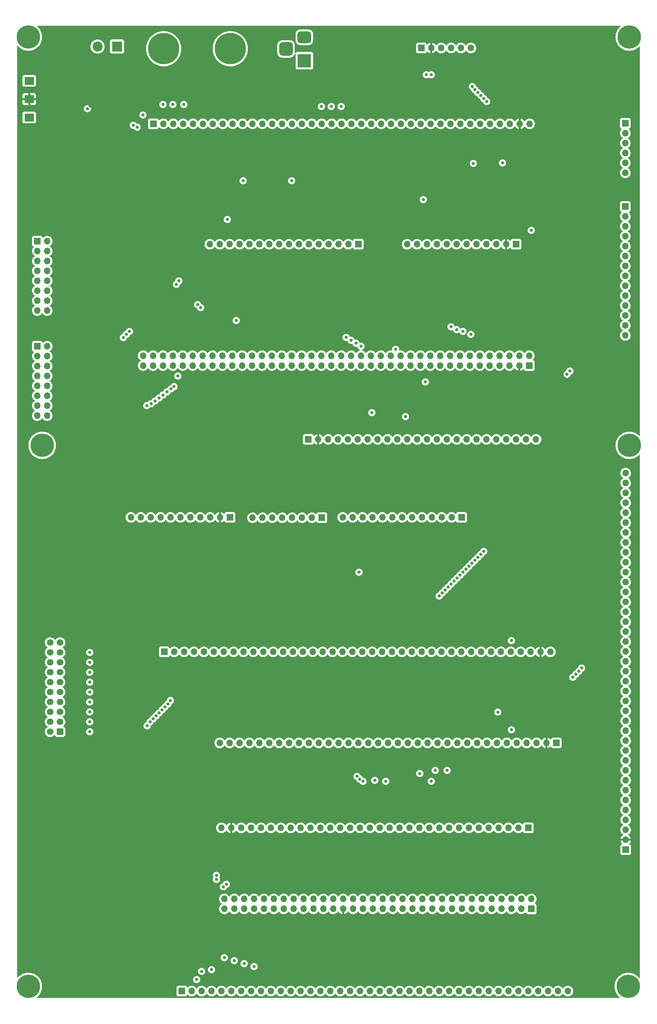
<source format=gbr>
%TF.GenerationSoftware,KiCad,Pcbnew,(6.0.0-0)*%
%TF.CreationDate,2022-10-19T23:06:28-04:00*%
%TF.ProjectId,Backplane-Concept-Vertical,4261636b-706c-4616-9e65-2d436f6e6365,rev?*%
%TF.SameCoordinates,Original*%
%TF.FileFunction,Copper,L3,Inr*%
%TF.FilePolarity,Positive*%
%FSLAX46Y46*%
G04 Gerber Fmt 4.6, Leading zero omitted, Abs format (unit mm)*
G04 Created by KiCad (PCBNEW (6.0.0-0)) date 2022-10-19 23:06:28*
%MOMM*%
%LPD*%
G01*
G04 APERTURE LIST*
G04 Aperture macros list*
%AMRoundRect*
0 Rectangle with rounded corners*
0 $1 Rounding radius*
0 $2 $3 $4 $5 $6 $7 $8 $9 X,Y pos of 4 corners*
0 Add a 4 corners polygon primitive as box body*
4,1,4,$2,$3,$4,$5,$6,$7,$8,$9,$2,$3,0*
0 Add four circle primitives for the rounded corners*
1,1,$1+$1,$2,$3*
1,1,$1+$1,$4,$5*
1,1,$1+$1,$6,$7*
1,1,$1+$1,$8,$9*
0 Add four rect primitives between the rounded corners*
20,1,$1+$1,$2,$3,$4,$5,0*
20,1,$1+$1,$4,$5,$6,$7,0*
20,1,$1+$1,$6,$7,$8,$9,0*
20,1,$1+$1,$8,$9,$2,$3,0*%
G04 Aperture macros list end*
%TA.AperFunction,ComponentPad*%
%ADD10R,3.500000X3.500000*%
%TD*%
%TA.AperFunction,ComponentPad*%
%ADD11RoundRect,0.750000X-1.000000X0.750000X-1.000000X-0.750000X1.000000X-0.750000X1.000000X0.750000X0*%
%TD*%
%TA.AperFunction,ComponentPad*%
%ADD12RoundRect,0.875000X-0.875000X0.875000X-0.875000X-0.875000X0.875000X-0.875000X0.875000X0.875000X0*%
%TD*%
%TA.AperFunction,ComponentPad*%
%ADD13RoundRect,0.250000X0.600000X0.600000X-0.600000X0.600000X-0.600000X-0.600000X0.600000X-0.600000X0*%
%TD*%
%TA.AperFunction,ComponentPad*%
%ADD14C,1.700000*%
%TD*%
%TA.AperFunction,ComponentPad*%
%ADD15R,1.700000X1.700000*%
%TD*%
%TA.AperFunction,ComponentPad*%
%ADD16O,1.700000X1.700000*%
%TD*%
%TA.AperFunction,ComponentPad*%
%ADD17C,0.800000*%
%TD*%
%TA.AperFunction,ComponentPad*%
%ADD18C,6.000000*%
%TD*%
%TA.AperFunction,ComponentPad*%
%ADD19C,8.000000*%
%TD*%
%TA.AperFunction,ComponentPad*%
%ADD20R,2.600000X2.600000*%
%TD*%
%TA.AperFunction,ComponentPad*%
%ADD21C,2.600000*%
%TD*%
%TA.AperFunction,ComponentPad*%
%ADD22R,2.400000X2.000000*%
%TD*%
%TA.AperFunction,ViaPad*%
%ADD23C,0.800000*%
%TD*%
G04 APERTURE END LIST*
D10*
%TO.N,VCC*%
%TO.C,J22*%
X302455500Y-94440000D03*
D11*
%TO.N,Net-(J11-Pad1)*%
X302455500Y-88440000D03*
D12*
%TO.N,N/C*%
X297755500Y-91440000D03*
%TD*%
D13*
%TO.N,A0*%
%TO.C,J19*%
X239771500Y-266446000D03*
D14*
%TO.N,unconnected-(J19-Pad2)*%
X237231500Y-266446000D03*
%TO.N,A1*%
X239771500Y-263906000D03*
%TO.N,unconnected-(J19-Pad4)*%
X237231500Y-263906000D03*
%TO.N,A2*%
X239771500Y-261366000D03*
%TO.N,unconnected-(J19-Pad6)*%
X237231500Y-261366000D03*
%TO.N,A3*%
X239771500Y-258826000D03*
%TO.N,unconnected-(J19-Pad8)*%
X237231500Y-258826000D03*
%TO.N,A4*%
X239771500Y-256286000D03*
%TO.N,A15*%
X237231500Y-256286000D03*
%TO.N,A5*%
X239771500Y-253746000D03*
%TO.N,A14*%
X237231500Y-253746000D03*
%TO.N,A6*%
X239771500Y-251206000D03*
%TO.N,A13*%
X237231500Y-251206000D03*
%TO.N,A7*%
X239771500Y-248666000D03*
%TO.N,A12*%
X237231500Y-248666000D03*
%TO.N,A8*%
X239771500Y-246126000D03*
%TO.N,A11*%
X237231500Y-246126000D03*
%TO.N,A9*%
X239771500Y-243586000D03*
%TO.N,A10*%
X237231500Y-243586000D03*
%TD*%
D15*
%TO.N,~{FLAGS_OUT}*%
%TO.C,J9*%
X342782000Y-211504000D03*
D16*
%TO.N,RESTORE_FLAGS*%
X340242000Y-211504000D03*
%TO.N,~{FLAGS_IN}*%
X337702000Y-211504000D03*
%TO.N,unconnected-(J9-Pad4)*%
X335162000Y-211504000D03*
%TO.N,unconnected-(J9-Pad5)*%
X332622000Y-211504000D03*
%TO.N,unconnected-(J9-Pad6)*%
X330082000Y-211504000D03*
%TO.N,unconnected-(J9-Pad7)*%
X327542000Y-211504000D03*
%TO.N,/JCC_LD_PC_COND*%
X325002000Y-211504000D03*
%TO.N,~{WR3}*%
X322462000Y-211504000D03*
%TO.N,JCC_ADR3*%
X319922000Y-211504000D03*
%TO.N,JCC_ADR2*%
X317382000Y-211504000D03*
%TO.N,JCC_ADR1*%
X314842000Y-211504000D03*
%TO.N,JCC_ADR0*%
X312302000Y-211504000D03*
%TD*%
D15*
%TO.N,VCC*%
%TO.C,J2*%
X283347000Y-211504000D03*
D16*
%TO.N,GND*%
X280807000Y-211504000D03*
%TO.N,CLOCK*%
X278267000Y-211504000D03*
%TO.N,~{A_IN}*%
X275727000Y-211504000D03*
%TO.N,~{B_IN}*%
X273187000Y-211504000D03*
%TO.N,ALU_FUNC_0*%
X270647000Y-211504000D03*
%TO.N,ALU_FUNC_1*%
X268107000Y-211504000D03*
%TO.N,ALU_FUNC_2*%
X265567000Y-211504000D03*
%TO.N,ALU_FUNC_3*%
X263027000Y-211504000D03*
%TO.N,ALU_FUNC_4*%
X260487000Y-211504000D03*
%TO.N,ALU_FUNC_5*%
X257947000Y-211504000D03*
%TD*%
D17*
%TO.N,N/C*%
%TO.C,REF\u002A\u002A*%
X387416990Y-194630990D03*
X385826000Y-195290000D03*
X388076000Y-193040000D03*
D18*
X385826000Y-193040000D03*
D17*
X384235010Y-191449010D03*
X385826000Y-190790000D03*
X387416990Y-191449010D03*
X384235010Y-194630990D03*
X383576000Y-193040000D03*
%TD*%
D15*
%TO.N,~{RD5_00}*%
%TO.C,J21*%
X271018000Y-332912000D03*
D16*
%TO.N,~{RD5_01}*%
X273558000Y-332912000D03*
%TO.N,~{RD5_02}*%
X276098000Y-332912000D03*
%TO.N,~{RD5_03}*%
X278638000Y-332912000D03*
%TO.N,~{RD6_00}*%
X281178000Y-332912000D03*
%TO.N,~{RD6_01}*%
X283718000Y-332912000D03*
%TO.N,~{RD6_02}*%
X286258000Y-332912000D03*
%TO.N,~{RD6_03}*%
X288798000Y-332912000D03*
%TO.N,~{RD6_04}*%
X291338000Y-332912000D03*
%TO.N,~{RD6_05}*%
X293878000Y-332912000D03*
%TO.N,~{RD6_06}*%
X296418000Y-332912000D03*
%TO.N,~{RD6_07}*%
X298958000Y-332912000D03*
%TO.N,~{RD6_08}*%
X301498000Y-332912000D03*
%TO.N,~{RD6_09}*%
X304038000Y-332912000D03*
%TO.N,~{RD6_10}*%
X306578000Y-332912000D03*
%TO.N,~{RD6_11}*%
X309118000Y-332912000D03*
%TO.N,~{RD6_12}*%
X311658000Y-332912000D03*
%TO.N,~{RD6_13}*%
X314198000Y-332912000D03*
%TO.N,~{RD6_14}*%
X316738000Y-332912000D03*
%TO.N,~{RD6_15}*%
X319278000Y-332912000D03*
%TO.N,~{WR4_00}*%
X321818000Y-332912000D03*
%TO.N,~{WR4_01}*%
X324358000Y-332912000D03*
%TO.N,~{WR4_02}*%
X326898000Y-332912000D03*
%TO.N,~{WR4_03}*%
X329438000Y-332912000D03*
%TO.N,~{WR5_00}*%
X331978000Y-332912000D03*
%TO.N,~{WR5_01}*%
X334518000Y-332912000D03*
%TO.N,~{WR5_02}*%
X337058000Y-332912000D03*
%TO.N,~{WR5_03}*%
X339598000Y-332912000D03*
%TO.N,~{WR5_04}*%
X342138000Y-332912000D03*
%TO.N,~{WR5_05}*%
X344678000Y-332912000D03*
%TO.N,~{WR5_06}*%
X347218000Y-332912000D03*
%TO.N,~{WR5_07}*%
X349758000Y-332912000D03*
%TO.N,~{WR5_08}*%
X352298000Y-332912000D03*
%TO.N,~{WR5_09}*%
X354838000Y-332912000D03*
%TO.N,~{WR5_10}*%
X357378000Y-332912000D03*
%TO.N,~{WR5_11}*%
X359918000Y-332912000D03*
%TO.N,~{WR5_12}*%
X362458000Y-332912000D03*
%TO.N,~{WR5_13}*%
X364998000Y-332912000D03*
%TO.N,~{WR5_14}*%
X367538000Y-332912000D03*
%TO.N,~{WR5_15}*%
X370078000Y-332912000D03*
%TD*%
D15*
%TO.N,BUS0*%
%TO.C,J5*%
X306951000Y-211595000D03*
D16*
%TO.N,BUS1*%
X304411000Y-211595000D03*
%TO.N,BUS2*%
X301871000Y-211595000D03*
%TO.N,BUS3*%
X299331000Y-211595000D03*
%TO.N,BUS4*%
X296791000Y-211595000D03*
%TO.N,BUS5*%
X294251000Y-211595000D03*
%TO.N,BUS6*%
X291711000Y-211595000D03*
%TO.N,BUS7*%
X289171000Y-211595000D03*
%TD*%
D18*
%TO.N,N/C*%
%TO.C,REF\u002A\u002A*%
X385826000Y-88392000D03*
D17*
X383576000Y-88392000D03*
X388076000Y-88392000D03*
X387416990Y-89982990D03*
X385826000Y-86142000D03*
X384235010Y-89982990D03*
X384235010Y-86801010D03*
X387416990Y-86801010D03*
X385826000Y-90642000D03*
%TD*%
D15*
%TO.N,BUS0*%
%TO.C,J17*%
X233934000Y-167640000D03*
D16*
X236474000Y-167640000D03*
%TO.N,BUS1*%
X233934000Y-170180000D03*
X236474000Y-170180000D03*
%TO.N,BUS2*%
X233934000Y-172720000D03*
X236474000Y-172720000D03*
%TO.N,BUS3*%
X233934000Y-175260000D03*
X236474000Y-175260000D03*
%TO.N,BUS4*%
X233934000Y-177800000D03*
X236474000Y-177800000D03*
%TO.N,BUS5*%
X233934000Y-180340000D03*
X236474000Y-180340000D03*
%TO.N,BUS6*%
X233934000Y-182880000D03*
X236474000Y-182880000D03*
%TO.N,BUS7*%
X233934000Y-185420000D03*
X236474000Y-185420000D03*
%TD*%
D15*
%TO.N,VCC*%
%TO.C,J7*%
X367114000Y-269313000D03*
D16*
%TO.N,GND*%
X364574000Y-269313000D03*
%TO.N,CLOCK*%
X362034000Y-269313000D03*
%TO.N,~{RESET_CONTROL}*%
X359494000Y-269313000D03*
%TO.N,GPR6*%
X356954000Y-269313000D03*
%TO.N,GPR5*%
X354414000Y-269313000D03*
%TO.N,GPR4*%
X351874000Y-269313000D03*
%TO.N,GPR3*%
X349334000Y-269313000D03*
%TO.N,GPR2*%
X346794000Y-269313000D03*
%TO.N,GPR1*%
X344254000Y-269313000D03*
%TO.N,GPR0*%
X341714000Y-269313000D03*
%TO.N,BUS0*%
X339174000Y-269313000D03*
%TO.N,BUS1*%
X336634000Y-269313000D03*
%TO.N,BUS2*%
X334094000Y-269313000D03*
%TO.N,BUS3*%
X331554000Y-269313000D03*
%TO.N,BUS4*%
X329014000Y-269313000D03*
%TO.N,BUS5*%
X326474000Y-269313000D03*
%TO.N,BUS6*%
X323934000Y-269313000D03*
%TO.N,BUS7*%
X321394000Y-269313000D03*
%TO.N,A0*%
X318854000Y-269313000D03*
%TO.N,A1*%
X316314000Y-269313000D03*
%TO.N,A2*%
X313774000Y-269313000D03*
%TO.N,A3*%
X311234000Y-269313000D03*
%TO.N,A4*%
X308694000Y-269313000D03*
%TO.N,A5*%
X306154000Y-269313000D03*
%TO.N,A6*%
X303614000Y-269313000D03*
%TO.N,A7*%
X301074000Y-269313000D03*
%TO.N,A8*%
X298534000Y-269313000D03*
%TO.N,A9*%
X295994000Y-269313000D03*
%TO.N,A10*%
X293454000Y-269313000D03*
%TO.N,A11*%
X290914000Y-269313000D03*
%TO.N,A12*%
X288374000Y-269313000D03*
%TO.N,A13*%
X285834000Y-269313000D03*
%TO.N,A14*%
X283294000Y-269313000D03*
%TO.N,A15*%
X280754000Y-269313000D03*
%TD*%
D19*
%TO.N,VCC*%
%TO.C,J12*%
X283464000Y-91376000D03*
%TD*%
%TO.N,Net-(J11-Pad1)*%
%TO.C,J11*%
X266378000Y-91376000D03*
%TD*%
D15*
%TO.N,~{RD4_15}*%
%TO.C,J14*%
X384810000Y-131826000D03*
D16*
%TO.N,~{RD4_14}*%
X384810000Y-134366000D03*
%TO.N,~{RD4_13}*%
X384810000Y-136906000D03*
%TO.N,~{RD4_12}*%
X384810000Y-139446000D03*
%TO.N,~{RD4_11}*%
X384810000Y-141986000D03*
%TO.N,~{RD4_10}*%
X384810000Y-144526000D03*
%TO.N,~{RD4_9}*%
X384810000Y-147066000D03*
%TO.N,~{RD4_8}*%
X384810000Y-149606000D03*
%TO.N,~{RD4_7}*%
X384810000Y-152146000D03*
%TO.N,~{RD4_6}*%
X384810000Y-154686000D03*
%TO.N,~{WR2_15}*%
X384810000Y-157226000D03*
%TO.N,~{WR2_14}*%
X384810000Y-159766000D03*
%TO.N,~{WR2_13}*%
X384810000Y-162306000D03*
%TO.N,~{WR2_12}*%
X384810000Y-164846000D03*
%TD*%
D17*
%TO.N,N/C*%
%TO.C,REF\u002A\u002A*%
X383322000Y-331724000D03*
X385572000Y-333974000D03*
D18*
X385572000Y-331724000D03*
D17*
X383981010Y-333314990D03*
X385572000Y-329474000D03*
X387822000Y-331724000D03*
X387162990Y-330133010D03*
X387162990Y-333314990D03*
X383981010Y-330133010D03*
%TD*%
D15*
%TO.N,A0*%
%TO.C,J8*%
X316298000Y-141489000D03*
D16*
%TO.N,A1*%
X313758000Y-141489000D03*
%TO.N,A2*%
X311218000Y-141489000D03*
%TO.N,A3*%
X308678000Y-141489000D03*
%TO.N,A4*%
X306138000Y-141489000D03*
%TO.N,A5*%
X303598000Y-141489000D03*
%TO.N,A6*%
X301058000Y-141489000D03*
%TO.N,A7*%
X298518000Y-141489000D03*
%TO.N,A8*%
X295978000Y-141489000D03*
%TO.N,A9*%
X293438000Y-141489000D03*
%TO.N,A10*%
X290898000Y-141489000D03*
%TO.N,A11*%
X288358000Y-141489000D03*
%TO.N,A12*%
X285818000Y-141489000D03*
%TO.N,A13*%
X283278000Y-141489000D03*
%TO.N,A14*%
X280738000Y-141489000D03*
%TO.N,A15*%
X278198000Y-141489000D03*
%TD*%
D15*
%TO.N,\u03BCA7*%
%TO.C,J15*%
X263720000Y-110620000D03*
D16*
%TO.N,/\u03BCA6*%
X266260000Y-110620000D03*
%TO.N,/\u03BCA5*%
X268800000Y-110620000D03*
%TO.N,/\u03BCA4*%
X271340000Y-110620000D03*
%TO.N,\u03BCRD3*%
X273880000Y-110620000D03*
%TO.N,\u03BCRD2*%
X276420000Y-110620000D03*
%TO.N,\u03BCRD1*%
X278960000Y-110620000D03*
%TO.N,\u03BCRD0*%
X281500000Y-110620000D03*
%TO.N,unconnected-(J15-Pad9)*%
X284040000Y-110620000D03*
%TO.N,~{RD6}*%
X286580000Y-110620000D03*
%TO.N,~{RD5}*%
X289120000Y-110620000D03*
%TO.N,~{RD4}*%
X291660000Y-110620000D03*
%TO.N,~{RD3}*%
X294200000Y-110620000D03*
%TO.N,~{RD2}*%
X296740000Y-110620000D03*
%TO.N,~{RD1}*%
X299280000Y-110620000D03*
%TO.N,~{RD0}*%
X301820000Y-110620000D03*
%TO.N,\u03BCB7*%
X304360000Y-110620000D03*
%TO.N,/\u03BCB6*%
X306900000Y-110620000D03*
%TO.N,/\u03BCB5*%
X309440000Y-110620000D03*
%TO.N,/\u03BCB4*%
X311980000Y-110620000D03*
%TO.N,\u03BCWR3*%
X314520000Y-110620000D03*
%TO.N,\u03BCWR2*%
X317060000Y-110620000D03*
%TO.N,\u03BCWR1*%
X319600000Y-110620000D03*
%TO.N,\u03BCWR0*%
X322140000Y-110620000D03*
%TO.N,~{RESET_CONTROL}*%
X324680000Y-110620000D03*
%TO.N,unconnected-(J15-Pad26)*%
X327220000Y-110620000D03*
%TO.N,~{WR5}*%
X329760000Y-110620000D03*
%TO.N,~{WR4}*%
X332300000Y-110620000D03*
%TO.N,~{WR3}*%
X334840000Y-110620000D03*
%TO.N,~{WR2}*%
X337380000Y-110620000D03*
%TO.N,~{WR1}*%
X339920000Y-110620000D03*
%TO.N,~{WR0}*%
X342460000Y-110620000D03*
%TO.N,unconnected-(J15-Pad33)*%
X345000000Y-110620000D03*
%TO.N,CLOCK*%
X347540000Y-110620000D03*
%TO.N,~{LD_IR}*%
X350080000Y-110620000D03*
%TO.N,~{INT_REQUEST}*%
X352620000Y-110620000D03*
%TO.N,~{RESET_STEP}*%
X355160000Y-110620000D03*
%TO.N,GND*%
X357700000Y-110620000D03*
%TO.N,VCC*%
X360240000Y-110620000D03*
%TD*%
D20*
%TO.N,Net-(J11-Pad1)*%
%TO.C,J13*%
X254400000Y-90817000D03*
D21*
%TO.N,VCC*%
X249400000Y-90817000D03*
%TD*%
D15*
%TO.N,VCC*%
%TO.C,J16*%
X384914000Y-296672000D03*
D16*
%TO.N,GND*%
X384914000Y-294132000D03*
%TO.N,CLOCK*%
X384914000Y-291592000D03*
%TO.N,~{IO_MEM_REQUEST}*%
X384914000Y-289052000D03*
%TO.N,~{IO_REQUEST}*%
X384914000Y-286512000D03*
%TO.N,~{IO_WRITE}*%
X384914000Y-283972000D03*
%TO.N,~{IO_READ}*%
X384914000Y-281432000D03*
%TO.N,BUS7*%
X384914000Y-278892000D03*
%TO.N,BUS6*%
X384914000Y-276352000D03*
%TO.N,BUS5*%
X384914000Y-273812000D03*
%TO.N,BUS4*%
X384914000Y-271272000D03*
%TO.N,BUS3*%
X384914000Y-268732000D03*
%TO.N,BUS2*%
X384914000Y-266192000D03*
%TO.N,BUS1*%
X384914000Y-263652000D03*
%TO.N,BUS0*%
X384914000Y-261112000D03*
%TO.N,A15*%
X384914000Y-258572000D03*
%TO.N,A14*%
X384914000Y-256032000D03*
%TO.N,A13*%
X384914000Y-253492000D03*
%TO.N,A12*%
X384914000Y-250952000D03*
%TO.N,A11*%
X384914000Y-248412000D03*
%TO.N,A10*%
X384914000Y-245872000D03*
%TO.N,A9*%
X384914000Y-243332000D03*
%TO.N,A8*%
X384914000Y-240792000D03*
%TO.N,A7*%
X384914000Y-238252000D03*
%TO.N,A6*%
X384914000Y-235712000D03*
%TO.N,A5*%
X384914000Y-233172000D03*
%TO.N,A4*%
X384914000Y-230632000D03*
%TO.N,A3*%
X384914000Y-228092000D03*
%TO.N,A2*%
X384914000Y-225552000D03*
%TO.N,A1*%
X384914000Y-223012000D03*
%TO.N,A0*%
X384914000Y-220472000D03*
%TO.N,~{IRQ0}*%
X384914000Y-217932000D03*
%TO.N,~{IRQ1}*%
X384914000Y-215392000D03*
%TO.N,~{IRQ2}*%
X384914000Y-212852000D03*
%TO.N,~{IRQ3}*%
X384914000Y-210312000D03*
%TO.N,~{IRQ4}*%
X384914000Y-207772000D03*
%TO.N,~{IRQ5}*%
X384914000Y-205232000D03*
%TO.N,~{IRQ6}*%
X384914000Y-202692000D03*
%TO.N,~{IRQ7}*%
X384914000Y-200152000D03*
%TD*%
D15*
%TO.N,~{STACK_SEG_OUT}*%
%TO.C,J6*%
X266530000Y-245973000D03*
D16*
%TO.N,~{STACK_SEG_EN}*%
X269070000Y-245973000D03*
%TO.N,~{STACK_SEG_IN}*%
X271610000Y-245973000D03*
%TO.N,~{DATA_SEG_OUT}*%
X274150000Y-245973000D03*
%TO.N,~{DATA_SEG_EN}*%
X276690000Y-245973000D03*
%TO.N,~{DATA_SEG_IN}*%
X279230000Y-245973000D03*
%TO.N,~{CODE_SEG_OUT}*%
X281770000Y-245973000D03*
%TO.N,~{CODE_SEG_EN}*%
X284310000Y-245973000D03*
%TO.N,~{CODE_SEG_IN}*%
X286850000Y-245973000D03*
%TO.N,A15*%
X289390000Y-245973000D03*
%TO.N,A14*%
X291930000Y-245973000D03*
%TO.N,A13*%
X294470000Y-245973000D03*
%TO.N,A12*%
X297010000Y-245973000D03*
%TO.N,A11*%
X299550000Y-245973000D03*
%TO.N,A10*%
X302090000Y-245973000D03*
%TO.N,A9*%
X304630000Y-245973000D03*
%TO.N,A8*%
X307170000Y-245973000D03*
%TO.N,A7*%
X309710000Y-245973000D03*
%TO.N,A6*%
X312250000Y-245973000D03*
%TO.N,A5*%
X314790000Y-245973000D03*
%TO.N,A4*%
X317330000Y-245973000D03*
%TO.N,A3*%
X319870000Y-245973000D03*
%TO.N,A2*%
X322410000Y-245973000D03*
%TO.N,A1*%
X324950000Y-245973000D03*
%TO.N,A0*%
X327490000Y-245973000D03*
%TO.N,BUS7*%
X330030000Y-245973000D03*
%TO.N,BUS6*%
X332570000Y-245973000D03*
%TO.N,BUS5*%
X335110000Y-245973000D03*
%TO.N,BUS4*%
X337650000Y-245973000D03*
%TO.N,BUS3*%
X340190000Y-245973000D03*
%TO.N,BUS2*%
X342730000Y-245973000D03*
%TO.N,BUS1*%
X345270000Y-245973000D03*
%TO.N,BUS0*%
X347810000Y-245973000D03*
%TO.N,~{MEM_WRITE}*%
X350350000Y-245973000D03*
%TO.N,~{MEM_READ}*%
X352890000Y-245973000D03*
%TO.N,~{MEM_LATCH_MAR}*%
X355430000Y-245973000D03*
%TO.N,RESET_CONTROL*%
X357970000Y-245973000D03*
%TO.N,CLOCK*%
X360510000Y-245973000D03*
%TO.N,GND*%
X363050000Y-245973000D03*
%TO.N,VCC*%
X365590000Y-245973000D03*
%TD*%
D22*
%TO.N,unconnected-(SW1-Pad1)*%
%TO.C,SW1*%
X231871000Y-99605000D03*
%TO.N,GND*%
X231871000Y-104304000D03*
%TO.N,Net-(J11-Pad1)*%
X231871000Y-109003000D03*
%TD*%
D15*
%TO.N,VCC*%
%TO.C,J1*%
X360172000Y-172583000D03*
D16*
%TO.N,~{A_IN}*%
X360172000Y-170043000D03*
%TO.N,GND*%
X357632000Y-172583000D03*
%TO.N,~{B_IN}*%
X357632000Y-170043000D03*
%TO.N,unconnected-(J1-Pad5)*%
X355092000Y-172583000D03*
%TO.N,~{SP_DEC}*%
X355092000Y-170043000D03*
%TO.N,unconnected-(J1-Pad7)*%
X352552000Y-172583000D03*
%TO.N,~{SP_INC}*%
X352552000Y-170043000D03*
%TO.N,unconnected-(J1-Pad9)*%
X350012000Y-172583000D03*
%TO.N,~{SP_LOAD}*%
X350012000Y-170043000D03*
%TO.N,unconnected-(J1-Pad11)*%
X347472000Y-172583000D03*
%TO.N,RESTORE_FLAGS*%
X347472000Y-170043000D03*
%TO.N,unconnected-(J1-Pad13)*%
X344932000Y-172583000D03*
%TO.N,~{FLAGS_IN}*%
X344932000Y-170043000D03*
%TO.N,unconnected-(J1-Pad15)*%
X342392000Y-172583000D03*
%TO.N,~{WR2_12}*%
X342392000Y-170043000D03*
%TO.N,unconnected-(J1-Pad17)*%
X339852000Y-172583000D03*
%TO.N,~{WR2_13}*%
X339852000Y-170043000D03*
%TO.N,unconnected-(J1-Pad19)*%
X337312000Y-172583000D03*
%TO.N,~{WR2_14}*%
X337312000Y-170043000D03*
%TO.N,unconnected-(J1-Pad21)*%
X334772000Y-172583000D03*
%TO.N,~{WR2_15}*%
X334772000Y-170043000D03*
%TO.N,unconnected-(J1-Pad23)*%
X332232000Y-172583000D03*
%TO.N,~{PC_OUT}*%
X332232000Y-170043000D03*
%TO.N,unconnected-(J1-Pad25)*%
X329692000Y-172583000D03*
%TO.N,~{SP_OUT}*%
X329692000Y-170043000D03*
%TO.N,unconnected-(J1-Pad27)*%
X327152000Y-172583000D03*
%TO.N,~{FLAGS_OUT}*%
X327152000Y-170043000D03*
%TO.N,unconnected-(J1-Pad29)*%
X324612000Y-172583000D03*
%TO.N,~{INT_HNDLR_EN}*%
X324612000Y-170043000D03*
%TO.N,unconnected-(J1-Pad31)*%
X322072000Y-172583000D03*
%TO.N,~{INT_HNDLR_READ}*%
X322072000Y-170043000D03*
%TO.N,unconnected-(J1-Pad33)*%
X319532000Y-172583000D03*
%TO.N,~{INT_HNDLR_WRITE}*%
X319532000Y-170043000D03*
%TO.N,unconnected-(J1-Pad35)*%
X316992000Y-172583000D03*
%TO.N,INT_HNDLR_REG_SEL*%
X316992000Y-170043000D03*
%TO.N,unconnected-(J1-Pad37)*%
X314452000Y-172583000D03*
%TO.N,unconnected-(J1-Pad38)*%
X314452000Y-170043000D03*
%TO.N,unconnected-(J1-Pad39)*%
X311912000Y-172583000D03*
%TO.N,unconnected-(J1-Pad40)*%
X311912000Y-170043000D03*
%TO.N,unconnected-(J1-Pad41)*%
X309372000Y-172583000D03*
%TO.N,~{RD4_6}*%
X309372000Y-170043000D03*
%TO.N,unconnected-(J1-Pad43)*%
X306832000Y-172583000D03*
%TO.N,~{RD4_7}*%
X306832000Y-170043000D03*
%TO.N,~{IO_READ}*%
X304292000Y-172583000D03*
%TO.N,~{RD4_8}*%
X304292000Y-170043000D03*
%TO.N,~{IO_WRITE}*%
X301752000Y-172583000D03*
%TO.N,~{RD4_9}*%
X301752000Y-170043000D03*
%TO.N,~{IO_REQUEST}*%
X299212000Y-172583000D03*
%TO.N,~{RD4_10}*%
X299212000Y-170043000D03*
%TO.N,~{IO_MEM_REQUEST}*%
X296672000Y-172583000D03*
%TO.N,~{RD4_11}*%
X296672000Y-170043000D03*
%TO.N,~{LD_IR}*%
X294132000Y-172583000D03*
%TO.N,~{RD4_12}*%
X294132000Y-170043000D03*
%TO.N,\u03BCRD0*%
X291592000Y-172583000D03*
%TO.N,~{RD4_13}*%
X291592000Y-170043000D03*
%TO.N,\u03BCRD1*%
X289052000Y-172583000D03*
%TO.N,~{RD4_14}*%
X289052000Y-170043000D03*
%TO.N,\u03BCRD2*%
X286512000Y-172583000D03*
%TO.N,~{RD4_15}*%
X286512000Y-170043000D03*
%TO.N,\u03BCRD3*%
X283972000Y-172583000D03*
%TO.N,ALU_FUNC_0*%
X283972000Y-170043000D03*
%TO.N,\u03BCWR0*%
X281432000Y-172583000D03*
%TO.N,ALU_FUNC_1*%
X281432000Y-170043000D03*
%TO.N,\u03BCWR1*%
X278892000Y-172583000D03*
%TO.N,ALU_FUNC_2*%
X278892000Y-170043000D03*
%TO.N,\u03BCWR2*%
X276352000Y-172583000D03*
%TO.N,ALU_FUNC_3*%
X276352000Y-170043000D03*
%TO.N,\u03BCWR3*%
X273812000Y-172583000D03*
%TO.N,ALU_FUNC_4*%
X273812000Y-170043000D03*
%TO.N,~{RD2}*%
X271272000Y-172583000D03*
%TO.N,ALU_FUNC_5*%
X271272000Y-170043000D03*
%TO.N,~{RD3}*%
X268732000Y-172583000D03*
%TO.N,JCC_ADR0*%
X268732000Y-170043000D03*
%TO.N,~{RD4}*%
X266192000Y-172583000D03*
%TO.N,JCC_ADR1*%
X266192000Y-170043000D03*
%TO.N,~{WR2}*%
X263652000Y-172583000D03*
%TO.N,JCC_ADR2*%
X263652000Y-170043000D03*
%TO.N,~{WR3}*%
X261112000Y-172583000D03*
%TO.N,JCC_ADR3*%
X261112000Y-170043000D03*
%TD*%
D15*
%TO.N,~{MEM_WRITE}*%
%TO.C,J18*%
X359918000Y-291084000D03*
D16*
%TO.N,~{MEM_READ}*%
X357378000Y-291084000D03*
%TO.N,~{STACK_SEG_EN}*%
X354838000Y-291084000D03*
%TO.N,~{DATA_SEG_EN}*%
X352298000Y-291084000D03*
%TO.N,~{CODE_SEG_EN}*%
X349758000Y-291084000D03*
%TO.N,~{STACK_SEG_OUT}*%
X347218000Y-291084000D03*
%TO.N,~{DATA_SEG_OUT}*%
X344678000Y-291084000D03*
%TO.N,~{CODE_SEG_OUT}*%
X342138000Y-291084000D03*
%TO.N,~{MEM_LATCH_MAR}*%
X339598000Y-291084000D03*
%TO.N,~{STACK_SEG_IN}*%
X337058000Y-291084000D03*
%TO.N,~{DATA_SEG_IN}*%
X334518000Y-291084000D03*
%TO.N,~{CODE_SEG_IN}*%
X331978000Y-291084000D03*
%TO.N,GPR6*%
X329438000Y-291084000D03*
%TO.N,GPR5*%
X326898000Y-291084000D03*
%TO.N,GPR4*%
X324358000Y-291084000D03*
%TO.N,GPR3*%
X321818000Y-291084000D03*
%TO.N,GPR2*%
X319278000Y-291084000D03*
%TO.N,GPR1*%
X316738000Y-291084000D03*
%TO.N,GPR0*%
X314198000Y-291084000D03*
%TO.N,~{WR1}*%
X311658000Y-291084000D03*
%TO.N,~{WR0}*%
X309118000Y-291084000D03*
%TO.N,~{RD1}*%
X306578000Y-291084000D03*
%TO.N,~{RD0}*%
X304038000Y-291084000D03*
%TO.N,\u03BCWR2*%
X301498000Y-291084000D03*
%TO.N,\u03BCWR1*%
X298958000Y-291084000D03*
%TO.N,\u03BCWR0*%
X296418000Y-291084000D03*
%TO.N,\u03BCRD3*%
X293878000Y-291084000D03*
%TO.N,\u03BCRD2*%
X291338000Y-291084000D03*
%TO.N,\u03BCRD1*%
X288798000Y-291084000D03*
%TO.N,\u03BCRD0*%
X286258000Y-291084000D03*
%TO.N,GND*%
X283718000Y-291084000D03*
%TO.N,VCC*%
X281178000Y-291084000D03*
%TD*%
D15*
%TO.N,~{WR5_15}*%
%TO.C,J25*%
X360680000Y-311850000D03*
D16*
%TO.N,~{RD6_15}*%
X360680000Y-309310000D03*
%TO.N,~{WR5_14}*%
X358140000Y-311850000D03*
%TO.N,~{RD6_14}*%
X358140000Y-309310000D03*
%TO.N,~{WR5_13}*%
X355600000Y-311850000D03*
%TO.N,~{RD6_13}*%
X355600000Y-309310000D03*
%TO.N,~{WR5_12}*%
X353060000Y-311850000D03*
%TO.N,~{RD6_12}*%
X353060000Y-309310000D03*
%TO.N,~{WR5_11}*%
X350520000Y-311850000D03*
%TO.N,~{RD6_11}*%
X350520000Y-309310000D03*
%TO.N,~{WR5_10}*%
X347980000Y-311850000D03*
%TO.N,~{RD6_10}*%
X347980000Y-309310000D03*
%TO.N,~{WR5_09}*%
X345440000Y-311850000D03*
%TO.N,~{RD6_09}*%
X345440000Y-309310000D03*
%TO.N,~{WR5_08}*%
X342900000Y-311850000D03*
%TO.N,~{RD6_08}*%
X342900000Y-309310000D03*
%TO.N,~{WR5_07}*%
X340360000Y-311850000D03*
%TO.N,~{RD6_07}*%
X340360000Y-309310000D03*
%TO.N,~{WR5_06}*%
X337820000Y-311850000D03*
%TO.N,~{RD6_06}*%
X337820000Y-309310000D03*
%TO.N,~{WR5_05}*%
X335280000Y-311850000D03*
%TO.N,~{RD6_05}*%
X335280000Y-309310000D03*
%TO.N,~{WR5_04}*%
X332740000Y-311850000D03*
%TO.N,~{RD6_04}*%
X332740000Y-309310000D03*
%TO.N,~{WR5_03}*%
X330200000Y-311850000D03*
%TO.N,~{RD6_03}*%
X330200000Y-309310000D03*
%TO.N,~{WR5_02}*%
X327660000Y-311850000D03*
%TO.N,~{RD6_02}*%
X327660000Y-309310000D03*
%TO.N,~{WR5_01}*%
X325120000Y-311850000D03*
%TO.N,~{RD6_01}*%
X325120000Y-309310000D03*
%TO.N,~{WR5_00}*%
X322580000Y-311850000D03*
%TO.N,~{RD6_00}*%
X322580000Y-309310000D03*
%TO.N,unconnected-(J25-Pad33)*%
X320040000Y-311850000D03*
%TO.N,unconnected-(J25-Pad34)*%
X320040000Y-309310000D03*
%TO.N,unconnected-(J25-Pad35)*%
X317500000Y-311850000D03*
%TO.N,unconnected-(J25-Pad36)*%
X317500000Y-309310000D03*
%TO.N,unconnected-(J25-Pad37)*%
X314960000Y-311850000D03*
%TO.N,~{WR5}*%
X314960000Y-309310000D03*
%TO.N,GND*%
X312420000Y-311850000D03*
%TO.N,~{WR4}*%
X312420000Y-309310000D03*
%TO.N,VCC*%
X309880000Y-311850000D03*
%TO.N,\u03BCWR3*%
X309880000Y-309310000D03*
%TO.N,unconnected-(J25-Pad43)*%
X307340000Y-311850000D03*
%TO.N,\u03BCWR2*%
X307340000Y-309310000D03*
%TO.N,unconnected-(J25-Pad45)*%
X304800000Y-311850000D03*
%TO.N,\u03BCWR1*%
X304800000Y-309310000D03*
%TO.N,unconnected-(J25-Pad47)*%
X302260000Y-311850000D03*
%TO.N,\u03BCWR0*%
X302260000Y-309310000D03*
%TO.N,~{RD5_00}*%
X299720000Y-311850000D03*
%TO.N,~{RD6}*%
X299720000Y-309310000D03*
%TO.N,~{RD5_01}*%
X297180000Y-311850000D03*
%TO.N,~{RD5}*%
X297180000Y-309310000D03*
%TO.N,~{RD5_02}*%
X294640000Y-311850000D03*
%TO.N,\u03BCRD3*%
X294640000Y-309310000D03*
%TO.N,~{RD5_03}*%
X292100000Y-311850000D03*
%TO.N,\u03BCRD2*%
X292100000Y-309310000D03*
%TO.N,~{WR4_00}*%
X289560000Y-311850000D03*
%TO.N,\u03BCRD1*%
X289560000Y-309310000D03*
%TO.N,~{WR4_01}*%
X287020000Y-311850000D03*
%TO.N,\u03BCRD0*%
X287020000Y-309310000D03*
%TO.N,~{WR4_02}*%
X284480000Y-311850000D03*
%TO.N,unconnected-(J25-Pad62)*%
X284480000Y-309310000D03*
%TO.N,~{WR4_03}*%
X281940000Y-311850000D03*
%TO.N,unconnected-(J25-Pad64)*%
X281940000Y-309310000D03*
%TD*%
D15*
%TO.N,BUS0*%
%TO.C,J23*%
X233934000Y-140716000D03*
D16*
X236474000Y-140716000D03*
%TO.N,BUS1*%
X233934000Y-143256000D03*
X236474000Y-143256000D03*
%TO.N,BUS2*%
X233934000Y-145796000D03*
X236474000Y-145796000D03*
%TO.N,BUS3*%
X233934000Y-148336000D03*
X236474000Y-148336000D03*
%TO.N,BUS4*%
X233934000Y-150876000D03*
X236474000Y-150876000D03*
%TO.N,BUS5*%
X233934000Y-153416000D03*
X236474000Y-153416000D03*
%TO.N,BUS6*%
X233934000Y-155956000D03*
X236474000Y-155956000D03*
%TO.N,BUS7*%
X233934000Y-158496000D03*
X236474000Y-158496000D03*
%TD*%
D15*
%TO.N,VCC*%
%TO.C,J4*%
X303490000Y-191513000D03*
D16*
%TO.N,GND*%
X306030000Y-191513000D03*
%TO.N,CLOCK*%
X308570000Y-191513000D03*
%TO.N,~{INT_HNDLR_EN}*%
X311110000Y-191513000D03*
%TO.N,INT_HNDLR_REG_SEL*%
X313650000Y-191513000D03*
%TO.N,~{INT_HNDLR_READ}*%
X316190000Y-191513000D03*
%TO.N,~{INT_HNDLR_WRITE}*%
X318730000Y-191513000D03*
%TO.N,~{INT_REQUEST}*%
X321270000Y-191513000D03*
%TO.N,BUS7*%
X323810000Y-191513000D03*
%TO.N,BUS6*%
X326350000Y-191513000D03*
%TO.N,BUS5*%
X328890000Y-191513000D03*
%TO.N,BUS4*%
X331430000Y-191513000D03*
%TO.N,BUS3*%
X333970000Y-191513000D03*
%TO.N,BUS2*%
X336510000Y-191513000D03*
%TO.N,BUS1*%
X339050000Y-191513000D03*
%TO.N,BUS0*%
X341590000Y-191513000D03*
%TO.N,~{IRQ7}*%
X344130000Y-191513000D03*
%TO.N,~{IRQ6}*%
X346670000Y-191513000D03*
%TO.N,~{IRQ5}*%
X349210000Y-191513000D03*
%TO.N,~{IRQ4}*%
X351750000Y-191513000D03*
%TO.N,~{IRQ3}*%
X354290000Y-191513000D03*
%TO.N,~{IRQ2}*%
X356830000Y-191513000D03*
%TO.N,~{IRQ1}*%
X359370000Y-191513000D03*
%TO.N,~{IRQ0}*%
X361910000Y-191513000D03*
%TD*%
D15*
%TO.N,VCC*%
%TO.C,J10*%
X332486000Y-91186000D03*
D16*
%TO.N,GND*%
X335026000Y-91186000D03*
%TO.N,CLOCK*%
X337566000Y-91186000D03*
X340106000Y-91186000D03*
%TO.N,~{CLOCK}*%
X342646000Y-91186000D03*
X345186000Y-91186000D03*
%TD*%
D17*
%TO.N,N/C*%
%TO.C,REF\u002A\u002A*%
X233898000Y-331724000D03*
X229398000Y-331724000D03*
X233238990Y-333314990D03*
X231648000Y-333974000D03*
X230057010Y-333314990D03*
X230057010Y-330133010D03*
X233238990Y-330133010D03*
X231648000Y-329474000D03*
D18*
X231648000Y-331724000D03*
%TD*%
D17*
%TO.N,N/C*%
%TO.C,REF\u002A\u002A*%
X229398000Y-88392000D03*
X231648000Y-90642000D03*
D18*
X231648000Y-88392000D03*
D17*
X233238990Y-86801010D03*
X233238990Y-89982990D03*
X233898000Y-88392000D03*
X230057010Y-86801010D03*
X231648000Y-86142000D03*
X230057010Y-89982990D03*
%TD*%
%TO.N,N/C*%
%TO.C,REF\u002A\u002A*%
X236794990Y-194630990D03*
X237454000Y-193040000D03*
X233613010Y-191449010D03*
D18*
X235204000Y-193040000D03*
D17*
X235204000Y-195290000D03*
X233613010Y-194630990D03*
X235204000Y-190790000D03*
X236794990Y-191449010D03*
X232954000Y-193040000D03*
%TD*%
D15*
%TO.N,VCC*%
%TO.C,J3*%
X356764000Y-141493000D03*
D16*
%TO.N,GND*%
X354224000Y-141493000D03*
%TO.N,CLOCK*%
X351684000Y-141493000D03*
%TO.N,RESET_CONTROL*%
X349144000Y-141493000D03*
%TO.N,~{SP_DEC}*%
X346604000Y-141493000D03*
%TO.N,~{SP_INC}*%
X344064000Y-141493000D03*
%TO.N,~{SP_LOAD}*%
X341524000Y-141493000D03*
%TO.N,~{SP_OUT}*%
X338984000Y-141493000D03*
%TO.N,unconnected-(J3-Pad9)*%
X336444000Y-141493000D03*
%TO.N,~{PC_INC}*%
X333904000Y-141493000D03*
%TO.N,/JCC_LD_PC_COND*%
X331364000Y-141493000D03*
%TO.N,~{PC_OUT}*%
X328824000Y-141493000D03*
%TD*%
D15*
%TO.N,/\u03BCA6*%
%TO.C,J20*%
X384810000Y-110490000D03*
D16*
%TO.N,/\u03BCA5*%
X384810000Y-113030000D03*
%TO.N,/\u03BCA4*%
X384810000Y-115570000D03*
%TO.N,/\u03BCB6*%
X384810000Y-118110000D03*
%TO.N,/\u03BCB5*%
X384810000Y-120650000D03*
%TO.N,/\u03BCB4*%
X384810000Y-123190000D03*
%TD*%
D23*
%TO.N,VCC*%
X246811946Y-106747456D03*
%TO.N,GND*%
X247518701Y-106040701D03*
X252979701Y-106421701D03*
X255778000Y-114554000D03*
%TO.N,CLOCK*%
X316484000Y-225552000D03*
%TO.N,~{PC_INC}*%
X282702000Y-135128000D03*
%TO.N,A15*%
X337058000Y-231648000D03*
%TO.N,A14*%
X337820000Y-230886000D03*
%TO.N,A13*%
X338582000Y-230124000D03*
%TO.N,A12*%
X339344000Y-229362000D03*
%TO.N,A11*%
X340106000Y-228600000D03*
%TO.N,A10*%
X340868000Y-227838000D03*
%TO.N,A9*%
X341630000Y-227076000D03*
%TO.N,A8*%
X247396000Y-246126000D03*
X268092701Y-258440701D03*
X342392000Y-226314000D03*
%TO.N,A7*%
X247396000Y-248666000D03*
X267462000Y-259334000D03*
X343154000Y-225552000D03*
%TO.N,A6*%
X266700000Y-260096000D03*
X247396000Y-251206000D03*
X343916000Y-224790000D03*
%TO.N,A5*%
X265938000Y-260858000D03*
X344678000Y-224028000D03*
X247396000Y-253746000D03*
%TO.N,A4*%
X265176000Y-261620000D03*
X345440000Y-223266000D03*
X247396000Y-256286000D03*
%TO.N,A3*%
X264414000Y-262382000D03*
X346202000Y-222504000D03*
X247396000Y-258826000D03*
%TO.N,A2*%
X247396000Y-261366000D03*
X263652000Y-263144000D03*
X346964000Y-221742000D03*
%TO.N,A1*%
X347726000Y-220980000D03*
X247396000Y-263906000D03*
X262890000Y-263906000D03*
%TO.N,A0*%
X247396000Y-266446000D03*
X348488000Y-220218000D03*
X262128000Y-264922000D03*
%TO.N,~{MEM_WRITE}*%
X355600000Y-265938000D03*
%TO.N,~{MEM_READ}*%
X352098977Y-261412379D03*
%TO.N,~{FLAGS_OUT}*%
X328422000Y-185674000D03*
%TO.N,\u03BCB7*%
X261053151Y-108362011D03*
%TO.N,~{LD_IR}*%
X284988000Y-161036000D03*
%TO.N,~{INT_REQUEST}*%
X325882000Y-168402000D03*
X332994000Y-130048000D03*
%TO.N,~{RESET_STEP}*%
X258572000Y-110998001D03*
%TO.N,~{IO_REQUEST}*%
X372110000Y-251714000D03*
X315722000Y-166878000D03*
%TO.N,~{IO_READ}*%
X313177701Y-165358299D03*
X373596500Y-250123995D03*
%TO.N,~{IO_WRITE}*%
X372872000Y-250952000D03*
X314452000Y-166116000D03*
%TO.N,~{IO_MEM_REQUEST}*%
X316992000Y-167640000D03*
X371348000Y-252476000D03*
%TO.N,~{RD2}*%
X255994501Y-165423636D03*
X270002000Y-175260000D03*
%TO.N,~{RD3}*%
X256798301Y-164596299D03*
%TO.N,\u03BCRD0*%
X262013377Y-182854097D03*
%TO.N,\u03BCRD1*%
X263118839Y-182384339D03*
%TO.N,\u03BCRD2*%
X264160000Y-181647500D03*
%TO.N,\u03BCRD3*%
X265176000Y-180885500D03*
%TO.N,~{RD4}*%
X257560299Y-163834299D03*
%TO.N,~{WR2}*%
X275844000Y-157734000D03*
%TO.N,\u03BCWR0*%
X266192000Y-180123500D03*
%TO.N,\u03BCWR1*%
X267208000Y-179324000D03*
%TO.N,\u03BCWR2*%
X268218468Y-178566060D03*
%TO.N,~{CODE_SEG_IN}*%
X320548000Y-278892000D03*
%TO.N,~{DATA_SEG_IN}*%
X317500000Y-279163456D03*
%TO.N,~{STACK_SEG_IN}*%
X323342000Y-279146000D03*
%TO.N,~{CODE_SEG_OUT}*%
X316677166Y-278596050D03*
%TO.N,~{DATA_SEG_OUT}*%
X332063827Y-277151500D03*
%TO.N,~{STACK_SEG_OUT}*%
X335026000Y-279146000D03*
%TO.N,~{CODE_SEG_EN}*%
X315976000Y-277871550D03*
%TO.N,~{DATA_SEG_EN}*%
X336042000Y-276352000D03*
%TO.N,~{STACK_SEG_EN}*%
X339090000Y-276352000D03*
%TO.N,~{WR2_12}*%
X345186000Y-164592000D03*
%TO.N,~{WR2_13}*%
X343154000Y-163830000D03*
%TO.N,~{WR2_14}*%
X341516987Y-163384022D03*
%TO.N,~{WR2_15}*%
X340106000Y-162659522D03*
%TO.N,~{INT_HNDLR_EN}*%
X319786000Y-184658000D03*
%TO.N,\u03BCWR3*%
X269023500Y-177973667D03*
%TO.N,~{WR3}*%
X275082000Y-156972000D03*
%TO.N,~{RD1}*%
X269620999Y-151764999D03*
%TO.N,~{RD0}*%
X270256000Y-150876000D03*
%TO.N,~{WR1}*%
X333756000Y-98044000D03*
%TO.N,~{WR0}*%
X335026000Y-98044000D03*
%TO.N,RESET_CONTROL*%
X370586000Y-173990000D03*
X360680000Y-137922000D03*
X299212000Y-125222000D03*
X286766000Y-125222000D03*
%TO.N,~{RESET_CONTROL}*%
X369861500Y-174821636D03*
X345825299Y-120781299D03*
X259568358Y-111489238D03*
X353314000Y-120650000D03*
X355600000Y-243078000D03*
%TO.N,/\u03BCA6*%
X266192000Y-105664000D03*
X345559971Y-101087969D03*
%TO.N,/\u03BCA5*%
X268732000Y-105664000D03*
X346202000Y-101854000D03*
%TO.N,/\u03BCA4*%
X346964000Y-102616000D03*
X271526000Y-105664000D03*
%TO.N,/\u03BCB6*%
X306832000Y-106172000D03*
X347726000Y-103340500D03*
%TO.N,/\u03BCB5*%
X348488000Y-104140000D03*
X309372000Y-106172000D03*
%TO.N,/\u03BCB4*%
X349250000Y-104902000D03*
X311912000Y-106172000D03*
%TO.N,/JCC_LD_PC_COND*%
X333502000Y-176784000D03*
%TO.N,~{RD5}*%
X281686000Y-306190739D03*
%TO.N,~{RD6}*%
X282448000Y-305524500D03*
%TO.N,~{WR4}*%
X279908000Y-304292000D03*
%TO.N,~{RD5_01}*%
X274828000Y-329946000D03*
%TO.N,~{RD5_02}*%
X276098000Y-327872969D03*
%TO.N,~{RD5_03}*%
X278638000Y-327423458D03*
%TO.N,~{WR4_00}*%
X289560001Y-326643999D03*
%TO.N,~{WR4_01}*%
X287020000Y-325882000D03*
%TO.N,~{WR4_02}*%
X284480000Y-325120000D03*
%TO.N,~{WR4_03}*%
X281940000Y-324358000D03*
%TO.N,~{WR5}*%
X279885345Y-303244746D03*
%TD*%
%TA.AperFunction,Conductor*%
%TO.N,GND*%
G36*
X383492582Y-85554002D02*
G01*
X383539075Y-85607658D01*
X383549179Y-85677932D01*
X383519685Y-85742512D01*
X383503759Y-85757917D01*
X383475133Y-85781098D01*
X383215098Y-86041133D01*
X382983668Y-86326925D01*
X382981866Y-86329700D01*
X382811262Y-86592409D01*
X382783380Y-86635343D01*
X382781885Y-86638277D01*
X382781881Y-86638284D01*
X382658989Y-86879473D01*
X382616427Y-86963006D01*
X382615243Y-86966091D01*
X382501230Y-87263106D01*
X382484639Y-87306326D01*
X382389459Y-87661541D01*
X382331931Y-88024759D01*
X382312685Y-88392000D01*
X382331931Y-88759241D01*
X382389459Y-89122459D01*
X382484639Y-89477674D01*
X382485824Y-89480762D01*
X382485825Y-89480764D01*
X382516543Y-89560787D01*
X382616427Y-89820994D01*
X382617925Y-89823934D01*
X382757418Y-90097703D01*
X382783380Y-90148657D01*
X382785176Y-90151423D01*
X382785178Y-90151426D01*
X382793282Y-90163905D01*
X382983668Y-90457075D01*
X383215098Y-90742867D01*
X383475133Y-91002902D01*
X383760925Y-91234332D01*
X384069342Y-91434620D01*
X384072276Y-91436115D01*
X384072283Y-91436119D01*
X384269018Y-91536360D01*
X384397006Y-91601573D01*
X384740326Y-91733361D01*
X385095541Y-91828541D01*
X385288558Y-91859112D01*
X385455511Y-91885555D01*
X385455519Y-91885556D01*
X385458759Y-91886069D01*
X385826000Y-91905315D01*
X386193241Y-91886069D01*
X386196481Y-91885556D01*
X386196489Y-91885555D01*
X386363442Y-91859112D01*
X386556459Y-91828541D01*
X386911674Y-91733361D01*
X387254994Y-91601573D01*
X387382982Y-91536360D01*
X387579717Y-91436119D01*
X387579724Y-91436115D01*
X387582658Y-91434620D01*
X387891075Y-91234332D01*
X388176867Y-91002902D01*
X388336905Y-90842864D01*
X388399217Y-90808838D01*
X388470032Y-90813903D01*
X388526868Y-90856450D01*
X388551679Y-90922970D01*
X388552000Y-90931959D01*
X388552000Y-190500041D01*
X388531998Y-190568162D01*
X388478342Y-190614655D01*
X388408068Y-190624759D01*
X388343488Y-190595265D01*
X388336905Y-190589136D01*
X388176867Y-190429098D01*
X387891075Y-190197668D01*
X387582658Y-189997380D01*
X387579724Y-189995885D01*
X387579717Y-189995881D01*
X387257934Y-189831925D01*
X387254994Y-189830427D01*
X386911674Y-189698639D01*
X386556459Y-189603459D01*
X386363442Y-189572888D01*
X386196489Y-189546445D01*
X386196481Y-189546444D01*
X386193241Y-189545931D01*
X385826000Y-189526685D01*
X385458759Y-189545931D01*
X385455519Y-189546444D01*
X385455511Y-189546445D01*
X385288558Y-189572888D01*
X385095541Y-189603459D01*
X384740326Y-189698639D01*
X384397006Y-189830427D01*
X384394066Y-189831925D01*
X384072284Y-189995881D01*
X384072277Y-189995885D01*
X384069343Y-189997380D01*
X383760925Y-190197668D01*
X383475133Y-190429098D01*
X383215098Y-190689133D01*
X382983668Y-190974925D01*
X382783380Y-191283343D01*
X382781885Y-191286277D01*
X382781881Y-191286284D01*
X382666364Y-191513000D01*
X382616427Y-191611006D01*
X382484639Y-191954326D01*
X382389459Y-192309541D01*
X382364764Y-192465460D01*
X382338762Y-192629632D01*
X382331931Y-192672759D01*
X382312685Y-193040000D01*
X382331931Y-193407241D01*
X382389459Y-193770459D01*
X382484639Y-194125674D01*
X382616427Y-194468994D01*
X382783380Y-194796657D01*
X382983668Y-195105075D01*
X383215098Y-195390867D01*
X383475133Y-195650902D01*
X383760925Y-195882332D01*
X384069342Y-196082620D01*
X384072276Y-196084115D01*
X384072283Y-196084119D01*
X384394066Y-196248075D01*
X384397006Y-196249573D01*
X384740326Y-196381361D01*
X385095541Y-196476541D01*
X385288558Y-196507112D01*
X385455511Y-196533555D01*
X385455519Y-196533556D01*
X385458759Y-196534069D01*
X385826000Y-196553315D01*
X386193241Y-196534069D01*
X386196481Y-196533556D01*
X386196489Y-196533555D01*
X386363442Y-196507112D01*
X386556459Y-196476541D01*
X386911674Y-196381361D01*
X387254994Y-196249573D01*
X387257934Y-196248075D01*
X387579717Y-196084119D01*
X387579724Y-196084115D01*
X387582658Y-196082620D01*
X387891075Y-195882332D01*
X388176867Y-195650902D01*
X388336905Y-195490864D01*
X388399217Y-195456838D01*
X388470032Y-195461903D01*
X388526868Y-195504450D01*
X388551679Y-195570970D01*
X388552000Y-195579959D01*
X388552000Y-329473119D01*
X388531998Y-329541240D01*
X388478342Y-329587733D01*
X388408068Y-329597837D01*
X388343488Y-329568343D01*
X388328080Y-329552413D01*
X388184987Y-329375708D01*
X388182902Y-329373133D01*
X387922867Y-329113098D01*
X387637075Y-328881668D01*
X387328658Y-328681380D01*
X387325724Y-328679885D01*
X387325717Y-328679881D01*
X387003934Y-328515925D01*
X387000994Y-328514427D01*
X386728725Y-328409913D01*
X386660764Y-328383825D01*
X386660762Y-328383824D01*
X386657674Y-328382639D01*
X386302459Y-328287459D01*
X386067518Y-328250248D01*
X385942489Y-328230445D01*
X385942481Y-328230444D01*
X385939241Y-328229931D01*
X385572000Y-328210685D01*
X385204759Y-328229931D01*
X385201519Y-328230444D01*
X385201511Y-328230445D01*
X385076482Y-328250248D01*
X384841541Y-328287459D01*
X384486326Y-328382639D01*
X384483238Y-328383824D01*
X384483236Y-328383825D01*
X384415275Y-328409913D01*
X384143006Y-328514427D01*
X384140066Y-328515925D01*
X383818284Y-328679881D01*
X383818277Y-328679885D01*
X383815343Y-328681380D01*
X383506925Y-328881668D01*
X383221133Y-329113098D01*
X382961098Y-329373133D01*
X382729668Y-329658925D01*
X382727866Y-329661700D01*
X382547504Y-329939435D01*
X382529380Y-329967343D01*
X382527885Y-329970277D01*
X382527881Y-329970284D01*
X382363925Y-330292066D01*
X382362427Y-330295006D01*
X382230639Y-330638326D01*
X382135459Y-330993541D01*
X382077931Y-331356759D01*
X382058685Y-331724000D01*
X382077931Y-332091241D01*
X382135459Y-332454459D01*
X382230639Y-332809674D01*
X382362427Y-333152994D01*
X382529380Y-333480657D01*
X382531176Y-333483423D01*
X382531178Y-333483426D01*
X382616641Y-333615028D01*
X382729668Y-333789075D01*
X382961098Y-334074867D01*
X383221133Y-334334902D01*
X383223708Y-334336987D01*
X383405352Y-334484080D01*
X383445704Y-334542494D01*
X383448070Y-334613451D01*
X383411697Y-334674423D01*
X383348134Y-334706051D01*
X383326058Y-334708000D01*
X233893942Y-334708000D01*
X233825821Y-334687998D01*
X233779328Y-334634342D01*
X233769224Y-334564068D01*
X233798718Y-334499488D01*
X233814648Y-334484080D01*
X233996292Y-334336987D01*
X233998867Y-334334902D01*
X234258902Y-334074867D01*
X234473279Y-333810134D01*
X269659500Y-333810134D01*
X269666255Y-333872316D01*
X269717385Y-334008705D01*
X269804739Y-334125261D01*
X269921295Y-334212615D01*
X270057684Y-334263745D01*
X270119866Y-334270500D01*
X271916134Y-334270500D01*
X271978316Y-334263745D01*
X272114705Y-334212615D01*
X272231261Y-334125261D01*
X272318615Y-334008705D01*
X272339433Y-333953173D01*
X272362598Y-333891382D01*
X272405240Y-333834618D01*
X272471802Y-333809918D01*
X272541150Y-333825126D01*
X272575817Y-333853114D01*
X272604250Y-333885938D01*
X272776126Y-334028632D01*
X272969000Y-334141338D01*
X273177692Y-334221030D01*
X273182760Y-334222061D01*
X273182763Y-334222062D01*
X273290017Y-334243883D01*
X273396597Y-334265567D01*
X273401772Y-334265757D01*
X273401774Y-334265757D01*
X273614673Y-334273564D01*
X273614677Y-334273564D01*
X273619837Y-334273753D01*
X273624957Y-334273097D01*
X273624959Y-334273097D01*
X273836288Y-334246025D01*
X273836289Y-334246025D01*
X273841416Y-334245368D01*
X273846366Y-334243883D01*
X274050429Y-334182661D01*
X274050434Y-334182659D01*
X274055384Y-334181174D01*
X274255994Y-334082896D01*
X274437860Y-333953173D01*
X274596096Y-333795489D01*
X274622468Y-333758789D01*
X274726453Y-333614077D01*
X274727776Y-333615028D01*
X274774645Y-333571857D01*
X274844580Y-333559625D01*
X274910026Y-333587144D01*
X274937875Y-333618994D01*
X274997987Y-333717088D01*
X275144250Y-333885938D01*
X275316126Y-334028632D01*
X275509000Y-334141338D01*
X275717692Y-334221030D01*
X275722760Y-334222061D01*
X275722763Y-334222062D01*
X275830017Y-334243883D01*
X275936597Y-334265567D01*
X275941772Y-334265757D01*
X275941774Y-334265757D01*
X276154673Y-334273564D01*
X276154677Y-334273564D01*
X276159837Y-334273753D01*
X276164957Y-334273097D01*
X276164959Y-334273097D01*
X276376288Y-334246025D01*
X276376289Y-334246025D01*
X276381416Y-334245368D01*
X276386366Y-334243883D01*
X276590429Y-334182661D01*
X276590434Y-334182659D01*
X276595384Y-334181174D01*
X276795994Y-334082896D01*
X276977860Y-333953173D01*
X277136096Y-333795489D01*
X277162468Y-333758789D01*
X277266453Y-333614077D01*
X277267776Y-333615028D01*
X277314645Y-333571857D01*
X277384580Y-333559625D01*
X277450026Y-333587144D01*
X277477875Y-333618994D01*
X277537987Y-333717088D01*
X277684250Y-333885938D01*
X277856126Y-334028632D01*
X278049000Y-334141338D01*
X278257692Y-334221030D01*
X278262760Y-334222061D01*
X278262763Y-334222062D01*
X278370017Y-334243883D01*
X278476597Y-334265567D01*
X278481772Y-334265757D01*
X278481774Y-334265757D01*
X278694673Y-334273564D01*
X278694677Y-334273564D01*
X278699837Y-334273753D01*
X278704957Y-334273097D01*
X278704959Y-334273097D01*
X278916288Y-334246025D01*
X278916289Y-334246025D01*
X278921416Y-334245368D01*
X278926366Y-334243883D01*
X279130429Y-334182661D01*
X279130434Y-334182659D01*
X279135384Y-334181174D01*
X279335994Y-334082896D01*
X279517860Y-333953173D01*
X279676096Y-333795489D01*
X279702468Y-333758789D01*
X279806453Y-333614077D01*
X279807776Y-333615028D01*
X279854645Y-333571857D01*
X279924580Y-333559625D01*
X279990026Y-333587144D01*
X280017875Y-333618994D01*
X280077987Y-333717088D01*
X280224250Y-333885938D01*
X280396126Y-334028632D01*
X280589000Y-334141338D01*
X280797692Y-334221030D01*
X280802760Y-334222061D01*
X280802763Y-334222062D01*
X280910017Y-334243883D01*
X281016597Y-334265567D01*
X281021772Y-334265757D01*
X281021774Y-334265757D01*
X281234673Y-334273564D01*
X281234677Y-334273564D01*
X281239837Y-334273753D01*
X281244957Y-334273097D01*
X281244959Y-334273097D01*
X281456288Y-334246025D01*
X281456289Y-334246025D01*
X281461416Y-334245368D01*
X281466366Y-334243883D01*
X281670429Y-334182661D01*
X281670434Y-334182659D01*
X281675384Y-334181174D01*
X281875994Y-334082896D01*
X282057860Y-333953173D01*
X282216096Y-333795489D01*
X282242468Y-333758789D01*
X282346453Y-333614077D01*
X282347776Y-333615028D01*
X282394645Y-333571857D01*
X282464580Y-333559625D01*
X282530026Y-333587144D01*
X282557875Y-333618994D01*
X282617987Y-333717088D01*
X282764250Y-333885938D01*
X282936126Y-334028632D01*
X283129000Y-334141338D01*
X283337692Y-334221030D01*
X283342760Y-334222061D01*
X283342763Y-334222062D01*
X283450017Y-334243883D01*
X283556597Y-334265567D01*
X283561772Y-334265757D01*
X283561774Y-334265757D01*
X283774673Y-334273564D01*
X283774677Y-334273564D01*
X283779837Y-334273753D01*
X283784957Y-334273097D01*
X283784959Y-334273097D01*
X283996288Y-334246025D01*
X283996289Y-334246025D01*
X284001416Y-334245368D01*
X284006366Y-334243883D01*
X284210429Y-334182661D01*
X284210434Y-334182659D01*
X284215384Y-334181174D01*
X284415994Y-334082896D01*
X284597860Y-333953173D01*
X284756096Y-333795489D01*
X284782468Y-333758789D01*
X284886453Y-333614077D01*
X284887776Y-333615028D01*
X284934645Y-333571857D01*
X285004580Y-333559625D01*
X285070026Y-333587144D01*
X285097875Y-333618994D01*
X285157987Y-333717088D01*
X285304250Y-333885938D01*
X285476126Y-334028632D01*
X285669000Y-334141338D01*
X285877692Y-334221030D01*
X285882760Y-334222061D01*
X285882763Y-334222062D01*
X285990017Y-334243883D01*
X286096597Y-334265567D01*
X286101772Y-334265757D01*
X286101774Y-334265757D01*
X286314673Y-334273564D01*
X286314677Y-334273564D01*
X286319837Y-334273753D01*
X286324957Y-334273097D01*
X286324959Y-334273097D01*
X286536288Y-334246025D01*
X286536289Y-334246025D01*
X286541416Y-334245368D01*
X286546366Y-334243883D01*
X286750429Y-334182661D01*
X286750434Y-334182659D01*
X286755384Y-334181174D01*
X286955994Y-334082896D01*
X287137860Y-333953173D01*
X287296096Y-333795489D01*
X287322468Y-333758789D01*
X287426453Y-333614077D01*
X287427776Y-333615028D01*
X287474645Y-333571857D01*
X287544580Y-333559625D01*
X287610026Y-333587144D01*
X287637875Y-333618994D01*
X287697987Y-333717088D01*
X287844250Y-333885938D01*
X288016126Y-334028632D01*
X288209000Y-334141338D01*
X288417692Y-334221030D01*
X288422760Y-334222061D01*
X288422763Y-334222062D01*
X288530017Y-334243883D01*
X288636597Y-334265567D01*
X288641772Y-334265757D01*
X288641774Y-334265757D01*
X288854673Y-334273564D01*
X288854677Y-334273564D01*
X288859837Y-334273753D01*
X288864957Y-334273097D01*
X288864959Y-334273097D01*
X289076288Y-334246025D01*
X289076289Y-334246025D01*
X289081416Y-334245368D01*
X289086366Y-334243883D01*
X289290429Y-334182661D01*
X289290434Y-334182659D01*
X289295384Y-334181174D01*
X289495994Y-334082896D01*
X289677860Y-333953173D01*
X289836096Y-333795489D01*
X289862468Y-333758789D01*
X289966453Y-333614077D01*
X289967776Y-333615028D01*
X290014645Y-333571857D01*
X290084580Y-333559625D01*
X290150026Y-333587144D01*
X290177875Y-333618994D01*
X290237987Y-333717088D01*
X290384250Y-333885938D01*
X290556126Y-334028632D01*
X290749000Y-334141338D01*
X290957692Y-334221030D01*
X290962760Y-334222061D01*
X290962763Y-334222062D01*
X291070017Y-334243883D01*
X291176597Y-334265567D01*
X291181772Y-334265757D01*
X291181774Y-334265757D01*
X291394673Y-334273564D01*
X291394677Y-334273564D01*
X291399837Y-334273753D01*
X291404957Y-334273097D01*
X291404959Y-334273097D01*
X291616288Y-334246025D01*
X291616289Y-334246025D01*
X291621416Y-334245368D01*
X291626366Y-334243883D01*
X291830429Y-334182661D01*
X291830434Y-334182659D01*
X291835384Y-334181174D01*
X292035994Y-334082896D01*
X292217860Y-333953173D01*
X292376096Y-333795489D01*
X292402468Y-333758789D01*
X292506453Y-333614077D01*
X292507776Y-333615028D01*
X292554645Y-333571857D01*
X292624580Y-333559625D01*
X292690026Y-333587144D01*
X292717875Y-333618994D01*
X292777987Y-333717088D01*
X292924250Y-333885938D01*
X293096126Y-334028632D01*
X293289000Y-334141338D01*
X293497692Y-334221030D01*
X293502760Y-334222061D01*
X293502763Y-334222062D01*
X293610017Y-334243883D01*
X293716597Y-334265567D01*
X293721772Y-334265757D01*
X293721774Y-334265757D01*
X293934673Y-334273564D01*
X293934677Y-334273564D01*
X293939837Y-334273753D01*
X293944957Y-334273097D01*
X293944959Y-334273097D01*
X294156288Y-334246025D01*
X294156289Y-334246025D01*
X294161416Y-334245368D01*
X294166366Y-334243883D01*
X294370429Y-334182661D01*
X294370434Y-334182659D01*
X294375384Y-334181174D01*
X294575994Y-334082896D01*
X294757860Y-333953173D01*
X294916096Y-333795489D01*
X294942468Y-333758789D01*
X295046453Y-333614077D01*
X295047776Y-333615028D01*
X295094645Y-333571857D01*
X295164580Y-333559625D01*
X295230026Y-333587144D01*
X295257875Y-333618994D01*
X295317987Y-333717088D01*
X295464250Y-333885938D01*
X295636126Y-334028632D01*
X295829000Y-334141338D01*
X296037692Y-334221030D01*
X296042760Y-334222061D01*
X296042763Y-334222062D01*
X296150017Y-334243883D01*
X296256597Y-334265567D01*
X296261772Y-334265757D01*
X296261774Y-334265757D01*
X296474673Y-334273564D01*
X296474677Y-334273564D01*
X296479837Y-334273753D01*
X296484957Y-334273097D01*
X296484959Y-334273097D01*
X296696288Y-334246025D01*
X296696289Y-334246025D01*
X296701416Y-334245368D01*
X296706366Y-334243883D01*
X296910429Y-334182661D01*
X296910434Y-334182659D01*
X296915384Y-334181174D01*
X297115994Y-334082896D01*
X297297860Y-333953173D01*
X297456096Y-333795489D01*
X297482468Y-333758789D01*
X297586453Y-333614077D01*
X297587776Y-333615028D01*
X297634645Y-333571857D01*
X297704580Y-333559625D01*
X297770026Y-333587144D01*
X297797875Y-333618994D01*
X297857987Y-333717088D01*
X298004250Y-333885938D01*
X298176126Y-334028632D01*
X298369000Y-334141338D01*
X298577692Y-334221030D01*
X298582760Y-334222061D01*
X298582763Y-334222062D01*
X298690017Y-334243883D01*
X298796597Y-334265567D01*
X298801772Y-334265757D01*
X298801774Y-334265757D01*
X299014673Y-334273564D01*
X299014677Y-334273564D01*
X299019837Y-334273753D01*
X299024957Y-334273097D01*
X299024959Y-334273097D01*
X299236288Y-334246025D01*
X299236289Y-334246025D01*
X299241416Y-334245368D01*
X299246366Y-334243883D01*
X299450429Y-334182661D01*
X299450434Y-334182659D01*
X299455384Y-334181174D01*
X299655994Y-334082896D01*
X299837860Y-333953173D01*
X299996096Y-333795489D01*
X300022468Y-333758789D01*
X300126453Y-333614077D01*
X300127776Y-333615028D01*
X300174645Y-333571857D01*
X300244580Y-333559625D01*
X300310026Y-333587144D01*
X300337875Y-333618994D01*
X300397987Y-333717088D01*
X300544250Y-333885938D01*
X300716126Y-334028632D01*
X300909000Y-334141338D01*
X301117692Y-334221030D01*
X301122760Y-334222061D01*
X301122763Y-334222062D01*
X301230017Y-334243883D01*
X301336597Y-334265567D01*
X301341772Y-334265757D01*
X301341774Y-334265757D01*
X301554673Y-334273564D01*
X301554677Y-334273564D01*
X301559837Y-334273753D01*
X301564957Y-334273097D01*
X301564959Y-334273097D01*
X301776288Y-334246025D01*
X301776289Y-334246025D01*
X301781416Y-334245368D01*
X301786366Y-334243883D01*
X301990429Y-334182661D01*
X301990434Y-334182659D01*
X301995384Y-334181174D01*
X302195994Y-334082896D01*
X302377860Y-333953173D01*
X302536096Y-333795489D01*
X302562468Y-333758789D01*
X302666453Y-333614077D01*
X302667776Y-333615028D01*
X302714645Y-333571857D01*
X302784580Y-333559625D01*
X302850026Y-333587144D01*
X302877875Y-333618994D01*
X302937987Y-333717088D01*
X303084250Y-333885938D01*
X303256126Y-334028632D01*
X303449000Y-334141338D01*
X303657692Y-334221030D01*
X303662760Y-334222061D01*
X303662763Y-334222062D01*
X303770017Y-334243883D01*
X303876597Y-334265567D01*
X303881772Y-334265757D01*
X303881774Y-334265757D01*
X304094673Y-334273564D01*
X304094677Y-334273564D01*
X304099837Y-334273753D01*
X304104957Y-334273097D01*
X304104959Y-334273097D01*
X304316288Y-334246025D01*
X304316289Y-334246025D01*
X304321416Y-334245368D01*
X304326366Y-334243883D01*
X304530429Y-334182661D01*
X304530434Y-334182659D01*
X304535384Y-334181174D01*
X304735994Y-334082896D01*
X304917860Y-333953173D01*
X305076096Y-333795489D01*
X305102468Y-333758789D01*
X305206453Y-333614077D01*
X305207776Y-333615028D01*
X305254645Y-333571857D01*
X305324580Y-333559625D01*
X305390026Y-333587144D01*
X305417875Y-333618994D01*
X305477987Y-333717088D01*
X305624250Y-333885938D01*
X305796126Y-334028632D01*
X305989000Y-334141338D01*
X306197692Y-334221030D01*
X306202760Y-334222061D01*
X306202763Y-334222062D01*
X306310017Y-334243883D01*
X306416597Y-334265567D01*
X306421772Y-334265757D01*
X306421774Y-334265757D01*
X306634673Y-334273564D01*
X306634677Y-334273564D01*
X306639837Y-334273753D01*
X306644957Y-334273097D01*
X306644959Y-334273097D01*
X306856288Y-334246025D01*
X306856289Y-334246025D01*
X306861416Y-334245368D01*
X306866366Y-334243883D01*
X307070429Y-334182661D01*
X307070434Y-334182659D01*
X307075384Y-334181174D01*
X307275994Y-334082896D01*
X307457860Y-333953173D01*
X307616096Y-333795489D01*
X307642468Y-333758789D01*
X307746453Y-333614077D01*
X307747776Y-333615028D01*
X307794645Y-333571857D01*
X307864580Y-333559625D01*
X307930026Y-333587144D01*
X307957875Y-333618994D01*
X308017987Y-333717088D01*
X308164250Y-333885938D01*
X308336126Y-334028632D01*
X308529000Y-334141338D01*
X308737692Y-334221030D01*
X308742760Y-334222061D01*
X308742763Y-334222062D01*
X308850017Y-334243883D01*
X308956597Y-334265567D01*
X308961772Y-334265757D01*
X308961774Y-334265757D01*
X309174673Y-334273564D01*
X309174677Y-334273564D01*
X309179837Y-334273753D01*
X309184957Y-334273097D01*
X309184959Y-334273097D01*
X309396288Y-334246025D01*
X309396289Y-334246025D01*
X309401416Y-334245368D01*
X309406366Y-334243883D01*
X309610429Y-334182661D01*
X309610434Y-334182659D01*
X309615384Y-334181174D01*
X309815994Y-334082896D01*
X309997860Y-333953173D01*
X310156096Y-333795489D01*
X310182468Y-333758789D01*
X310286453Y-333614077D01*
X310287776Y-333615028D01*
X310334645Y-333571857D01*
X310404580Y-333559625D01*
X310470026Y-333587144D01*
X310497875Y-333618994D01*
X310557987Y-333717088D01*
X310704250Y-333885938D01*
X310876126Y-334028632D01*
X311069000Y-334141338D01*
X311277692Y-334221030D01*
X311282760Y-334222061D01*
X311282763Y-334222062D01*
X311390017Y-334243883D01*
X311496597Y-334265567D01*
X311501772Y-334265757D01*
X311501774Y-334265757D01*
X311714673Y-334273564D01*
X311714677Y-334273564D01*
X311719837Y-334273753D01*
X311724957Y-334273097D01*
X311724959Y-334273097D01*
X311936288Y-334246025D01*
X311936289Y-334246025D01*
X311941416Y-334245368D01*
X311946366Y-334243883D01*
X312150429Y-334182661D01*
X312150434Y-334182659D01*
X312155384Y-334181174D01*
X312355994Y-334082896D01*
X312537860Y-333953173D01*
X312696096Y-333795489D01*
X312722468Y-333758789D01*
X312826453Y-333614077D01*
X312827776Y-333615028D01*
X312874645Y-333571857D01*
X312944580Y-333559625D01*
X313010026Y-333587144D01*
X313037875Y-333618994D01*
X313097987Y-333717088D01*
X313244250Y-333885938D01*
X313416126Y-334028632D01*
X313609000Y-334141338D01*
X313817692Y-334221030D01*
X313822760Y-334222061D01*
X313822763Y-334222062D01*
X313930017Y-334243883D01*
X314036597Y-334265567D01*
X314041772Y-334265757D01*
X314041774Y-334265757D01*
X314254673Y-334273564D01*
X314254677Y-334273564D01*
X314259837Y-334273753D01*
X314264957Y-334273097D01*
X314264959Y-334273097D01*
X314476288Y-334246025D01*
X314476289Y-334246025D01*
X314481416Y-334245368D01*
X314486366Y-334243883D01*
X314690429Y-334182661D01*
X314690434Y-334182659D01*
X314695384Y-334181174D01*
X314895994Y-334082896D01*
X315077860Y-333953173D01*
X315236096Y-333795489D01*
X315262468Y-333758789D01*
X315366453Y-333614077D01*
X315367776Y-333615028D01*
X315414645Y-333571857D01*
X315484580Y-333559625D01*
X315550026Y-333587144D01*
X315577875Y-333618994D01*
X315637987Y-333717088D01*
X315784250Y-333885938D01*
X315956126Y-334028632D01*
X316149000Y-334141338D01*
X316357692Y-334221030D01*
X316362760Y-334222061D01*
X316362763Y-334222062D01*
X316470017Y-334243883D01*
X316576597Y-334265567D01*
X316581772Y-334265757D01*
X316581774Y-334265757D01*
X316794673Y-334273564D01*
X316794677Y-334273564D01*
X316799837Y-334273753D01*
X316804957Y-334273097D01*
X316804959Y-334273097D01*
X317016288Y-334246025D01*
X317016289Y-334246025D01*
X317021416Y-334245368D01*
X317026366Y-334243883D01*
X317230429Y-334182661D01*
X317230434Y-334182659D01*
X317235384Y-334181174D01*
X317435994Y-334082896D01*
X317617860Y-333953173D01*
X317776096Y-333795489D01*
X317802468Y-333758789D01*
X317906453Y-333614077D01*
X317907776Y-333615028D01*
X317954645Y-333571857D01*
X318024580Y-333559625D01*
X318090026Y-333587144D01*
X318117875Y-333618994D01*
X318177987Y-333717088D01*
X318324250Y-333885938D01*
X318496126Y-334028632D01*
X318689000Y-334141338D01*
X318897692Y-334221030D01*
X318902760Y-334222061D01*
X318902763Y-334222062D01*
X319010017Y-334243883D01*
X319116597Y-334265567D01*
X319121772Y-334265757D01*
X319121774Y-334265757D01*
X319334673Y-334273564D01*
X319334677Y-334273564D01*
X319339837Y-334273753D01*
X319344957Y-334273097D01*
X319344959Y-334273097D01*
X319556288Y-334246025D01*
X319556289Y-334246025D01*
X319561416Y-334245368D01*
X319566366Y-334243883D01*
X319770429Y-334182661D01*
X319770434Y-334182659D01*
X319775384Y-334181174D01*
X319975994Y-334082896D01*
X320157860Y-333953173D01*
X320316096Y-333795489D01*
X320342468Y-333758789D01*
X320446453Y-333614077D01*
X320447776Y-333615028D01*
X320494645Y-333571857D01*
X320564580Y-333559625D01*
X320630026Y-333587144D01*
X320657875Y-333618994D01*
X320717987Y-333717088D01*
X320864250Y-333885938D01*
X321036126Y-334028632D01*
X321229000Y-334141338D01*
X321437692Y-334221030D01*
X321442760Y-334222061D01*
X321442763Y-334222062D01*
X321550017Y-334243883D01*
X321656597Y-334265567D01*
X321661772Y-334265757D01*
X321661774Y-334265757D01*
X321874673Y-334273564D01*
X321874677Y-334273564D01*
X321879837Y-334273753D01*
X321884957Y-334273097D01*
X321884959Y-334273097D01*
X322096288Y-334246025D01*
X322096289Y-334246025D01*
X322101416Y-334245368D01*
X322106366Y-334243883D01*
X322310429Y-334182661D01*
X322310434Y-334182659D01*
X322315384Y-334181174D01*
X322515994Y-334082896D01*
X322697860Y-333953173D01*
X322856096Y-333795489D01*
X322882468Y-333758789D01*
X322986453Y-333614077D01*
X322987776Y-333615028D01*
X323034645Y-333571857D01*
X323104580Y-333559625D01*
X323170026Y-333587144D01*
X323197875Y-333618994D01*
X323257987Y-333717088D01*
X323404250Y-333885938D01*
X323576126Y-334028632D01*
X323769000Y-334141338D01*
X323977692Y-334221030D01*
X323982760Y-334222061D01*
X323982763Y-334222062D01*
X324090017Y-334243883D01*
X324196597Y-334265567D01*
X324201772Y-334265757D01*
X324201774Y-334265757D01*
X324414673Y-334273564D01*
X324414677Y-334273564D01*
X324419837Y-334273753D01*
X324424957Y-334273097D01*
X324424959Y-334273097D01*
X324636288Y-334246025D01*
X324636289Y-334246025D01*
X324641416Y-334245368D01*
X324646366Y-334243883D01*
X324850429Y-334182661D01*
X324850434Y-334182659D01*
X324855384Y-334181174D01*
X325055994Y-334082896D01*
X325237860Y-333953173D01*
X325396096Y-333795489D01*
X325422468Y-333758789D01*
X325526453Y-333614077D01*
X325527776Y-333615028D01*
X325574645Y-333571857D01*
X325644580Y-333559625D01*
X325710026Y-333587144D01*
X325737875Y-333618994D01*
X325797987Y-333717088D01*
X325944250Y-333885938D01*
X326116126Y-334028632D01*
X326309000Y-334141338D01*
X326517692Y-334221030D01*
X326522760Y-334222061D01*
X326522763Y-334222062D01*
X326630017Y-334243883D01*
X326736597Y-334265567D01*
X326741772Y-334265757D01*
X326741774Y-334265757D01*
X326954673Y-334273564D01*
X326954677Y-334273564D01*
X326959837Y-334273753D01*
X326964957Y-334273097D01*
X326964959Y-334273097D01*
X327176288Y-334246025D01*
X327176289Y-334246025D01*
X327181416Y-334245368D01*
X327186366Y-334243883D01*
X327390429Y-334182661D01*
X327390434Y-334182659D01*
X327395384Y-334181174D01*
X327595994Y-334082896D01*
X327777860Y-333953173D01*
X327936096Y-333795489D01*
X327962468Y-333758789D01*
X328066453Y-333614077D01*
X328067776Y-333615028D01*
X328114645Y-333571857D01*
X328184580Y-333559625D01*
X328250026Y-333587144D01*
X328277875Y-333618994D01*
X328337987Y-333717088D01*
X328484250Y-333885938D01*
X328656126Y-334028632D01*
X328849000Y-334141338D01*
X329057692Y-334221030D01*
X329062760Y-334222061D01*
X329062763Y-334222062D01*
X329170017Y-334243883D01*
X329276597Y-334265567D01*
X329281772Y-334265757D01*
X329281774Y-334265757D01*
X329494673Y-334273564D01*
X329494677Y-334273564D01*
X329499837Y-334273753D01*
X329504957Y-334273097D01*
X329504959Y-334273097D01*
X329716288Y-334246025D01*
X329716289Y-334246025D01*
X329721416Y-334245368D01*
X329726366Y-334243883D01*
X329930429Y-334182661D01*
X329930434Y-334182659D01*
X329935384Y-334181174D01*
X330135994Y-334082896D01*
X330317860Y-333953173D01*
X330476096Y-333795489D01*
X330502468Y-333758789D01*
X330606453Y-333614077D01*
X330607776Y-333615028D01*
X330654645Y-333571857D01*
X330724580Y-333559625D01*
X330790026Y-333587144D01*
X330817875Y-333618994D01*
X330877987Y-333717088D01*
X331024250Y-333885938D01*
X331196126Y-334028632D01*
X331389000Y-334141338D01*
X331597692Y-334221030D01*
X331602760Y-334222061D01*
X331602763Y-334222062D01*
X331710017Y-334243883D01*
X331816597Y-334265567D01*
X331821772Y-334265757D01*
X331821774Y-334265757D01*
X332034673Y-334273564D01*
X332034677Y-334273564D01*
X332039837Y-334273753D01*
X332044957Y-334273097D01*
X332044959Y-334273097D01*
X332256288Y-334246025D01*
X332256289Y-334246025D01*
X332261416Y-334245368D01*
X332266366Y-334243883D01*
X332470429Y-334182661D01*
X332470434Y-334182659D01*
X332475384Y-334181174D01*
X332675994Y-334082896D01*
X332857860Y-333953173D01*
X333016096Y-333795489D01*
X333042468Y-333758789D01*
X333146453Y-333614077D01*
X333147776Y-333615028D01*
X333194645Y-333571857D01*
X333264580Y-333559625D01*
X333330026Y-333587144D01*
X333357875Y-333618994D01*
X333417987Y-333717088D01*
X333564250Y-333885938D01*
X333736126Y-334028632D01*
X333929000Y-334141338D01*
X334137692Y-334221030D01*
X334142760Y-334222061D01*
X334142763Y-334222062D01*
X334250017Y-334243883D01*
X334356597Y-334265567D01*
X334361772Y-334265757D01*
X334361774Y-334265757D01*
X334574673Y-334273564D01*
X334574677Y-334273564D01*
X334579837Y-334273753D01*
X334584957Y-334273097D01*
X334584959Y-334273097D01*
X334796288Y-334246025D01*
X334796289Y-334246025D01*
X334801416Y-334245368D01*
X334806366Y-334243883D01*
X335010429Y-334182661D01*
X335010434Y-334182659D01*
X335015384Y-334181174D01*
X335215994Y-334082896D01*
X335397860Y-333953173D01*
X335556096Y-333795489D01*
X335582468Y-333758789D01*
X335686453Y-333614077D01*
X335687776Y-333615028D01*
X335734645Y-333571857D01*
X335804580Y-333559625D01*
X335870026Y-333587144D01*
X335897875Y-333618994D01*
X335957987Y-333717088D01*
X336104250Y-333885938D01*
X336276126Y-334028632D01*
X336469000Y-334141338D01*
X336677692Y-334221030D01*
X336682760Y-334222061D01*
X336682763Y-334222062D01*
X336790017Y-334243883D01*
X336896597Y-334265567D01*
X336901772Y-334265757D01*
X336901774Y-334265757D01*
X337114673Y-334273564D01*
X337114677Y-334273564D01*
X337119837Y-334273753D01*
X337124957Y-334273097D01*
X337124959Y-334273097D01*
X337336288Y-334246025D01*
X337336289Y-334246025D01*
X337341416Y-334245368D01*
X337346366Y-334243883D01*
X337550429Y-334182661D01*
X337550434Y-334182659D01*
X337555384Y-334181174D01*
X337755994Y-334082896D01*
X337937860Y-333953173D01*
X338096096Y-333795489D01*
X338122468Y-333758789D01*
X338226453Y-333614077D01*
X338227776Y-333615028D01*
X338274645Y-333571857D01*
X338344580Y-333559625D01*
X338410026Y-333587144D01*
X338437875Y-333618994D01*
X338497987Y-333717088D01*
X338644250Y-333885938D01*
X338816126Y-334028632D01*
X339009000Y-334141338D01*
X339217692Y-334221030D01*
X339222760Y-334222061D01*
X339222763Y-334222062D01*
X339330017Y-334243883D01*
X339436597Y-334265567D01*
X339441772Y-334265757D01*
X339441774Y-334265757D01*
X339654673Y-334273564D01*
X339654677Y-334273564D01*
X339659837Y-334273753D01*
X339664957Y-334273097D01*
X339664959Y-334273097D01*
X339876288Y-334246025D01*
X339876289Y-334246025D01*
X339881416Y-334245368D01*
X339886366Y-334243883D01*
X340090429Y-334182661D01*
X340090434Y-334182659D01*
X340095384Y-334181174D01*
X340295994Y-334082896D01*
X340477860Y-333953173D01*
X340636096Y-333795489D01*
X340662468Y-333758789D01*
X340766453Y-333614077D01*
X340767776Y-333615028D01*
X340814645Y-333571857D01*
X340884580Y-333559625D01*
X340950026Y-333587144D01*
X340977875Y-333618994D01*
X341037987Y-333717088D01*
X341184250Y-333885938D01*
X341356126Y-334028632D01*
X341549000Y-334141338D01*
X341757692Y-334221030D01*
X341762760Y-334222061D01*
X341762763Y-334222062D01*
X341870017Y-334243883D01*
X341976597Y-334265567D01*
X341981772Y-334265757D01*
X341981774Y-334265757D01*
X342194673Y-334273564D01*
X342194677Y-334273564D01*
X342199837Y-334273753D01*
X342204957Y-334273097D01*
X342204959Y-334273097D01*
X342416288Y-334246025D01*
X342416289Y-334246025D01*
X342421416Y-334245368D01*
X342426366Y-334243883D01*
X342630429Y-334182661D01*
X342630434Y-334182659D01*
X342635384Y-334181174D01*
X342835994Y-334082896D01*
X343017860Y-333953173D01*
X343176096Y-333795489D01*
X343202468Y-333758789D01*
X343306453Y-333614077D01*
X343307776Y-333615028D01*
X343354645Y-333571857D01*
X343424580Y-333559625D01*
X343490026Y-333587144D01*
X343517875Y-333618994D01*
X343577987Y-333717088D01*
X343724250Y-333885938D01*
X343896126Y-334028632D01*
X344089000Y-334141338D01*
X344297692Y-334221030D01*
X344302760Y-334222061D01*
X344302763Y-334222062D01*
X344410017Y-334243883D01*
X344516597Y-334265567D01*
X344521772Y-334265757D01*
X344521774Y-334265757D01*
X344734673Y-334273564D01*
X344734677Y-334273564D01*
X344739837Y-334273753D01*
X344744957Y-334273097D01*
X344744959Y-334273097D01*
X344956288Y-334246025D01*
X344956289Y-334246025D01*
X344961416Y-334245368D01*
X344966366Y-334243883D01*
X345170429Y-334182661D01*
X345170434Y-334182659D01*
X345175384Y-334181174D01*
X345375994Y-334082896D01*
X345557860Y-333953173D01*
X345716096Y-333795489D01*
X345742468Y-333758789D01*
X345846453Y-333614077D01*
X345847776Y-333615028D01*
X345894645Y-333571857D01*
X345964580Y-333559625D01*
X346030026Y-333587144D01*
X346057875Y-333618994D01*
X346117987Y-333717088D01*
X346264250Y-333885938D01*
X346436126Y-334028632D01*
X346629000Y-334141338D01*
X346837692Y-334221030D01*
X346842760Y-334222061D01*
X346842763Y-334222062D01*
X346950017Y-334243883D01*
X347056597Y-334265567D01*
X347061772Y-334265757D01*
X347061774Y-334265757D01*
X347274673Y-334273564D01*
X347274677Y-334273564D01*
X347279837Y-334273753D01*
X347284957Y-334273097D01*
X347284959Y-334273097D01*
X347496288Y-334246025D01*
X347496289Y-334246025D01*
X347501416Y-334245368D01*
X347506366Y-334243883D01*
X347710429Y-334182661D01*
X347710434Y-334182659D01*
X347715384Y-334181174D01*
X347915994Y-334082896D01*
X348097860Y-333953173D01*
X348256096Y-333795489D01*
X348282468Y-333758789D01*
X348386453Y-333614077D01*
X348387776Y-333615028D01*
X348434645Y-333571857D01*
X348504580Y-333559625D01*
X348570026Y-333587144D01*
X348597875Y-333618994D01*
X348657987Y-333717088D01*
X348804250Y-333885938D01*
X348976126Y-334028632D01*
X349169000Y-334141338D01*
X349377692Y-334221030D01*
X349382760Y-334222061D01*
X349382763Y-334222062D01*
X349490017Y-334243883D01*
X349596597Y-334265567D01*
X349601772Y-334265757D01*
X349601774Y-334265757D01*
X349814673Y-334273564D01*
X349814677Y-334273564D01*
X349819837Y-334273753D01*
X349824957Y-334273097D01*
X349824959Y-334273097D01*
X350036288Y-334246025D01*
X350036289Y-334246025D01*
X350041416Y-334245368D01*
X350046366Y-334243883D01*
X350250429Y-334182661D01*
X350250434Y-334182659D01*
X350255384Y-334181174D01*
X350455994Y-334082896D01*
X350637860Y-333953173D01*
X350796096Y-333795489D01*
X350822468Y-333758789D01*
X350926453Y-333614077D01*
X350927776Y-333615028D01*
X350974645Y-333571857D01*
X351044580Y-333559625D01*
X351110026Y-333587144D01*
X351137875Y-333618994D01*
X351197987Y-333717088D01*
X351344250Y-333885938D01*
X351516126Y-334028632D01*
X351709000Y-334141338D01*
X351917692Y-334221030D01*
X351922760Y-334222061D01*
X351922763Y-334222062D01*
X352030017Y-334243883D01*
X352136597Y-334265567D01*
X352141772Y-334265757D01*
X352141774Y-334265757D01*
X352354673Y-334273564D01*
X352354677Y-334273564D01*
X352359837Y-334273753D01*
X352364957Y-334273097D01*
X352364959Y-334273097D01*
X352576288Y-334246025D01*
X352576289Y-334246025D01*
X352581416Y-334245368D01*
X352586366Y-334243883D01*
X352790429Y-334182661D01*
X352790434Y-334182659D01*
X352795384Y-334181174D01*
X352995994Y-334082896D01*
X353177860Y-333953173D01*
X353336096Y-333795489D01*
X353362468Y-333758789D01*
X353466453Y-333614077D01*
X353467776Y-333615028D01*
X353514645Y-333571857D01*
X353584580Y-333559625D01*
X353650026Y-333587144D01*
X353677875Y-333618994D01*
X353737987Y-333717088D01*
X353884250Y-333885938D01*
X354056126Y-334028632D01*
X354249000Y-334141338D01*
X354457692Y-334221030D01*
X354462760Y-334222061D01*
X354462763Y-334222062D01*
X354570017Y-334243883D01*
X354676597Y-334265567D01*
X354681772Y-334265757D01*
X354681774Y-334265757D01*
X354894673Y-334273564D01*
X354894677Y-334273564D01*
X354899837Y-334273753D01*
X354904957Y-334273097D01*
X354904959Y-334273097D01*
X355116288Y-334246025D01*
X355116289Y-334246025D01*
X355121416Y-334245368D01*
X355126366Y-334243883D01*
X355330429Y-334182661D01*
X355330434Y-334182659D01*
X355335384Y-334181174D01*
X355535994Y-334082896D01*
X355717860Y-333953173D01*
X355876096Y-333795489D01*
X355902468Y-333758789D01*
X356006453Y-333614077D01*
X356007776Y-333615028D01*
X356054645Y-333571857D01*
X356124580Y-333559625D01*
X356190026Y-333587144D01*
X356217875Y-333618994D01*
X356277987Y-333717088D01*
X356424250Y-333885938D01*
X356596126Y-334028632D01*
X356789000Y-334141338D01*
X356997692Y-334221030D01*
X357002760Y-334222061D01*
X357002763Y-334222062D01*
X357110017Y-334243883D01*
X357216597Y-334265567D01*
X357221772Y-334265757D01*
X357221774Y-334265757D01*
X357434673Y-334273564D01*
X357434677Y-334273564D01*
X357439837Y-334273753D01*
X357444957Y-334273097D01*
X357444959Y-334273097D01*
X357656288Y-334246025D01*
X357656289Y-334246025D01*
X357661416Y-334245368D01*
X357666366Y-334243883D01*
X357870429Y-334182661D01*
X357870434Y-334182659D01*
X357875384Y-334181174D01*
X358075994Y-334082896D01*
X358257860Y-333953173D01*
X358416096Y-333795489D01*
X358442468Y-333758789D01*
X358546453Y-333614077D01*
X358547776Y-333615028D01*
X358594645Y-333571857D01*
X358664580Y-333559625D01*
X358730026Y-333587144D01*
X358757875Y-333618994D01*
X358817987Y-333717088D01*
X358964250Y-333885938D01*
X359136126Y-334028632D01*
X359329000Y-334141338D01*
X359537692Y-334221030D01*
X359542760Y-334222061D01*
X359542763Y-334222062D01*
X359650017Y-334243883D01*
X359756597Y-334265567D01*
X359761772Y-334265757D01*
X359761774Y-334265757D01*
X359974673Y-334273564D01*
X359974677Y-334273564D01*
X359979837Y-334273753D01*
X359984957Y-334273097D01*
X359984959Y-334273097D01*
X360196288Y-334246025D01*
X360196289Y-334246025D01*
X360201416Y-334245368D01*
X360206366Y-334243883D01*
X360410429Y-334182661D01*
X360410434Y-334182659D01*
X360415384Y-334181174D01*
X360615994Y-334082896D01*
X360797860Y-333953173D01*
X360956096Y-333795489D01*
X360982468Y-333758789D01*
X361086453Y-333614077D01*
X361087776Y-333615028D01*
X361134645Y-333571857D01*
X361204580Y-333559625D01*
X361270026Y-333587144D01*
X361297875Y-333618994D01*
X361357987Y-333717088D01*
X361504250Y-333885938D01*
X361676126Y-334028632D01*
X361869000Y-334141338D01*
X362077692Y-334221030D01*
X362082760Y-334222061D01*
X362082763Y-334222062D01*
X362190017Y-334243883D01*
X362296597Y-334265567D01*
X362301772Y-334265757D01*
X362301774Y-334265757D01*
X362514673Y-334273564D01*
X362514677Y-334273564D01*
X362519837Y-334273753D01*
X362524957Y-334273097D01*
X362524959Y-334273097D01*
X362736288Y-334246025D01*
X362736289Y-334246025D01*
X362741416Y-334245368D01*
X362746366Y-334243883D01*
X362950429Y-334182661D01*
X362950434Y-334182659D01*
X362955384Y-334181174D01*
X363155994Y-334082896D01*
X363337860Y-333953173D01*
X363496096Y-333795489D01*
X363522468Y-333758789D01*
X363626453Y-333614077D01*
X363627776Y-333615028D01*
X363674645Y-333571857D01*
X363744580Y-333559625D01*
X363810026Y-333587144D01*
X363837875Y-333618994D01*
X363897987Y-333717088D01*
X364044250Y-333885938D01*
X364216126Y-334028632D01*
X364409000Y-334141338D01*
X364617692Y-334221030D01*
X364622760Y-334222061D01*
X364622763Y-334222062D01*
X364730017Y-334243883D01*
X364836597Y-334265567D01*
X364841772Y-334265757D01*
X364841774Y-334265757D01*
X365054673Y-334273564D01*
X365054677Y-334273564D01*
X365059837Y-334273753D01*
X365064957Y-334273097D01*
X365064959Y-334273097D01*
X365276288Y-334246025D01*
X365276289Y-334246025D01*
X365281416Y-334245368D01*
X365286366Y-334243883D01*
X365490429Y-334182661D01*
X365490434Y-334182659D01*
X365495384Y-334181174D01*
X365695994Y-334082896D01*
X365877860Y-333953173D01*
X366036096Y-333795489D01*
X366062468Y-333758789D01*
X366166453Y-333614077D01*
X366167776Y-333615028D01*
X366214645Y-333571857D01*
X366284580Y-333559625D01*
X366350026Y-333587144D01*
X366377875Y-333618994D01*
X366437987Y-333717088D01*
X366584250Y-333885938D01*
X366756126Y-334028632D01*
X366949000Y-334141338D01*
X367157692Y-334221030D01*
X367162760Y-334222061D01*
X367162763Y-334222062D01*
X367270017Y-334243883D01*
X367376597Y-334265567D01*
X367381772Y-334265757D01*
X367381774Y-334265757D01*
X367594673Y-334273564D01*
X367594677Y-334273564D01*
X367599837Y-334273753D01*
X367604957Y-334273097D01*
X367604959Y-334273097D01*
X367816288Y-334246025D01*
X367816289Y-334246025D01*
X367821416Y-334245368D01*
X367826366Y-334243883D01*
X368030429Y-334182661D01*
X368030434Y-334182659D01*
X368035384Y-334181174D01*
X368235994Y-334082896D01*
X368417860Y-333953173D01*
X368576096Y-333795489D01*
X368602468Y-333758789D01*
X368706453Y-333614077D01*
X368707776Y-333615028D01*
X368754645Y-333571857D01*
X368824580Y-333559625D01*
X368890026Y-333587144D01*
X368917875Y-333618994D01*
X368977987Y-333717088D01*
X369124250Y-333885938D01*
X369296126Y-334028632D01*
X369489000Y-334141338D01*
X369697692Y-334221030D01*
X369702760Y-334222061D01*
X369702763Y-334222062D01*
X369810017Y-334243883D01*
X369916597Y-334265567D01*
X369921772Y-334265757D01*
X369921774Y-334265757D01*
X370134673Y-334273564D01*
X370134677Y-334273564D01*
X370139837Y-334273753D01*
X370144957Y-334273097D01*
X370144959Y-334273097D01*
X370356288Y-334246025D01*
X370356289Y-334246025D01*
X370361416Y-334245368D01*
X370366366Y-334243883D01*
X370570429Y-334182661D01*
X370570434Y-334182659D01*
X370575384Y-334181174D01*
X370775994Y-334082896D01*
X370957860Y-333953173D01*
X371116096Y-333795489D01*
X371142468Y-333758789D01*
X371243435Y-333618277D01*
X371246453Y-333614077D01*
X371267320Y-333571857D01*
X371343136Y-333418453D01*
X371343137Y-333418451D01*
X371345430Y-333413811D01*
X371410370Y-333200069D01*
X371439529Y-332978590D01*
X371441156Y-332912000D01*
X371422852Y-332689361D01*
X371368431Y-332472702D01*
X371279354Y-332267840D01*
X371158014Y-332080277D01*
X371007670Y-331915051D01*
X371003619Y-331911852D01*
X371003615Y-331911848D01*
X370836414Y-331779800D01*
X370836410Y-331779798D01*
X370832359Y-331776598D01*
X370636789Y-331668638D01*
X370631920Y-331666914D01*
X370631916Y-331666912D01*
X370431087Y-331595795D01*
X370431083Y-331595794D01*
X370426212Y-331594069D01*
X370421119Y-331593162D01*
X370421116Y-331593161D01*
X370211373Y-331555800D01*
X370211367Y-331555799D01*
X370206284Y-331554894D01*
X370132452Y-331553992D01*
X369988081Y-331552228D01*
X369988079Y-331552228D01*
X369982911Y-331552165D01*
X369762091Y-331585955D01*
X369549756Y-331655357D01*
X369351607Y-331758507D01*
X369347474Y-331761610D01*
X369347471Y-331761612D01*
X369177100Y-331889530D01*
X369172965Y-331892635D01*
X369169393Y-331896373D01*
X369061729Y-332009037D01*
X369018629Y-332054138D01*
X368911201Y-332211621D01*
X368856293Y-332256621D01*
X368785768Y-332264792D01*
X368722021Y-332233538D01*
X368701324Y-332209054D01*
X368620822Y-332084617D01*
X368620820Y-332084614D01*
X368618014Y-332080277D01*
X368467670Y-331915051D01*
X368463619Y-331911852D01*
X368463615Y-331911848D01*
X368296414Y-331779800D01*
X368296410Y-331779798D01*
X368292359Y-331776598D01*
X368096789Y-331668638D01*
X368091920Y-331666914D01*
X368091916Y-331666912D01*
X367891087Y-331595795D01*
X367891083Y-331595794D01*
X367886212Y-331594069D01*
X367881119Y-331593162D01*
X367881116Y-331593161D01*
X367671373Y-331555800D01*
X367671367Y-331555799D01*
X367666284Y-331554894D01*
X367592452Y-331553992D01*
X367448081Y-331552228D01*
X367448079Y-331552228D01*
X367442911Y-331552165D01*
X367222091Y-331585955D01*
X367009756Y-331655357D01*
X366811607Y-331758507D01*
X366807474Y-331761610D01*
X366807471Y-331761612D01*
X366637100Y-331889530D01*
X366632965Y-331892635D01*
X366629393Y-331896373D01*
X366521729Y-332009037D01*
X366478629Y-332054138D01*
X366371201Y-332211621D01*
X366316293Y-332256621D01*
X366245768Y-332264792D01*
X366182021Y-332233538D01*
X366161324Y-332209054D01*
X366080822Y-332084617D01*
X366080820Y-332084614D01*
X366078014Y-332080277D01*
X365927670Y-331915051D01*
X365923619Y-331911852D01*
X365923615Y-331911848D01*
X365756414Y-331779800D01*
X365756410Y-331779798D01*
X365752359Y-331776598D01*
X365556789Y-331668638D01*
X365551920Y-331666914D01*
X365551916Y-331666912D01*
X365351087Y-331595795D01*
X365351083Y-331595794D01*
X365346212Y-331594069D01*
X365341119Y-331593162D01*
X365341116Y-331593161D01*
X365131373Y-331555800D01*
X365131367Y-331555799D01*
X365126284Y-331554894D01*
X365052452Y-331553992D01*
X364908081Y-331552228D01*
X364908079Y-331552228D01*
X364902911Y-331552165D01*
X364682091Y-331585955D01*
X364469756Y-331655357D01*
X364271607Y-331758507D01*
X364267474Y-331761610D01*
X364267471Y-331761612D01*
X364097100Y-331889530D01*
X364092965Y-331892635D01*
X364089393Y-331896373D01*
X363981729Y-332009037D01*
X363938629Y-332054138D01*
X363831201Y-332211621D01*
X363776293Y-332256621D01*
X363705768Y-332264792D01*
X363642021Y-332233538D01*
X363621324Y-332209054D01*
X363540822Y-332084617D01*
X363540820Y-332084614D01*
X363538014Y-332080277D01*
X363387670Y-331915051D01*
X363383619Y-331911852D01*
X363383615Y-331911848D01*
X363216414Y-331779800D01*
X363216410Y-331779798D01*
X363212359Y-331776598D01*
X363016789Y-331668638D01*
X363011920Y-331666914D01*
X363011916Y-331666912D01*
X362811087Y-331595795D01*
X362811083Y-331595794D01*
X362806212Y-331594069D01*
X362801119Y-331593162D01*
X362801116Y-331593161D01*
X362591373Y-331555800D01*
X362591367Y-331555799D01*
X362586284Y-331554894D01*
X362512452Y-331553992D01*
X362368081Y-331552228D01*
X362368079Y-331552228D01*
X362362911Y-331552165D01*
X362142091Y-331585955D01*
X361929756Y-331655357D01*
X361731607Y-331758507D01*
X361727474Y-331761610D01*
X361727471Y-331761612D01*
X361557100Y-331889530D01*
X361552965Y-331892635D01*
X361549393Y-331896373D01*
X361441729Y-332009037D01*
X361398629Y-332054138D01*
X361291201Y-332211621D01*
X361236293Y-332256621D01*
X361165768Y-332264792D01*
X361102021Y-332233538D01*
X361081324Y-332209054D01*
X361000822Y-332084617D01*
X361000820Y-332084614D01*
X360998014Y-332080277D01*
X360847670Y-331915051D01*
X360843619Y-331911852D01*
X360843615Y-331911848D01*
X360676414Y-331779800D01*
X360676410Y-331779798D01*
X360672359Y-331776598D01*
X360476789Y-331668638D01*
X360471920Y-331666914D01*
X360471916Y-331666912D01*
X360271087Y-331595795D01*
X360271083Y-331595794D01*
X360266212Y-331594069D01*
X360261119Y-331593162D01*
X360261116Y-331593161D01*
X360051373Y-331555800D01*
X360051367Y-331555799D01*
X360046284Y-331554894D01*
X359972452Y-331553992D01*
X359828081Y-331552228D01*
X359828079Y-331552228D01*
X359822911Y-331552165D01*
X359602091Y-331585955D01*
X359389756Y-331655357D01*
X359191607Y-331758507D01*
X359187474Y-331761610D01*
X359187471Y-331761612D01*
X359017100Y-331889530D01*
X359012965Y-331892635D01*
X359009393Y-331896373D01*
X358901729Y-332009037D01*
X358858629Y-332054138D01*
X358751201Y-332211621D01*
X358696293Y-332256621D01*
X358625768Y-332264792D01*
X358562021Y-332233538D01*
X358541324Y-332209054D01*
X358460822Y-332084617D01*
X358460820Y-332084614D01*
X358458014Y-332080277D01*
X358307670Y-331915051D01*
X358303619Y-331911852D01*
X358303615Y-331911848D01*
X358136414Y-331779800D01*
X358136410Y-331779798D01*
X358132359Y-331776598D01*
X357936789Y-331668638D01*
X357931920Y-331666914D01*
X357931916Y-331666912D01*
X357731087Y-331595795D01*
X357731083Y-331595794D01*
X357726212Y-331594069D01*
X357721119Y-331593162D01*
X357721116Y-331593161D01*
X357511373Y-331555800D01*
X357511367Y-331555799D01*
X357506284Y-331554894D01*
X357432452Y-331553992D01*
X357288081Y-331552228D01*
X357288079Y-331552228D01*
X357282911Y-331552165D01*
X357062091Y-331585955D01*
X356849756Y-331655357D01*
X356651607Y-331758507D01*
X356647474Y-331761610D01*
X356647471Y-331761612D01*
X356477100Y-331889530D01*
X356472965Y-331892635D01*
X356469393Y-331896373D01*
X356361729Y-332009037D01*
X356318629Y-332054138D01*
X356211201Y-332211621D01*
X356156293Y-332256621D01*
X356085768Y-332264792D01*
X356022021Y-332233538D01*
X356001324Y-332209054D01*
X355920822Y-332084617D01*
X355920820Y-332084614D01*
X355918014Y-332080277D01*
X355767670Y-331915051D01*
X355763619Y-331911852D01*
X355763615Y-331911848D01*
X355596414Y-331779800D01*
X355596410Y-331779798D01*
X355592359Y-331776598D01*
X355396789Y-331668638D01*
X355391920Y-331666914D01*
X355391916Y-331666912D01*
X355191087Y-331595795D01*
X355191083Y-331595794D01*
X355186212Y-331594069D01*
X355181119Y-331593162D01*
X355181116Y-331593161D01*
X354971373Y-331555800D01*
X354971367Y-331555799D01*
X354966284Y-331554894D01*
X354892452Y-331553992D01*
X354748081Y-331552228D01*
X354748079Y-331552228D01*
X354742911Y-331552165D01*
X354522091Y-331585955D01*
X354309756Y-331655357D01*
X354111607Y-331758507D01*
X354107474Y-331761610D01*
X354107471Y-331761612D01*
X353937100Y-331889530D01*
X353932965Y-331892635D01*
X353929393Y-331896373D01*
X353821729Y-332009037D01*
X353778629Y-332054138D01*
X353671201Y-332211621D01*
X353616293Y-332256621D01*
X353545768Y-332264792D01*
X353482021Y-332233538D01*
X353461324Y-332209054D01*
X353380822Y-332084617D01*
X353380820Y-332084614D01*
X353378014Y-332080277D01*
X353227670Y-331915051D01*
X353223619Y-331911852D01*
X353223615Y-331911848D01*
X353056414Y-331779800D01*
X353056410Y-331779798D01*
X353052359Y-331776598D01*
X352856789Y-331668638D01*
X352851920Y-331666914D01*
X352851916Y-331666912D01*
X352651087Y-331595795D01*
X352651083Y-331595794D01*
X352646212Y-331594069D01*
X352641119Y-331593162D01*
X352641116Y-331593161D01*
X352431373Y-331555800D01*
X352431367Y-331555799D01*
X352426284Y-331554894D01*
X352352452Y-331553992D01*
X352208081Y-331552228D01*
X352208079Y-331552228D01*
X352202911Y-331552165D01*
X351982091Y-331585955D01*
X351769756Y-331655357D01*
X351571607Y-331758507D01*
X351567474Y-331761610D01*
X351567471Y-331761612D01*
X351397100Y-331889530D01*
X351392965Y-331892635D01*
X351389393Y-331896373D01*
X351281729Y-332009037D01*
X351238629Y-332054138D01*
X351131201Y-332211621D01*
X351076293Y-332256621D01*
X351005768Y-332264792D01*
X350942021Y-332233538D01*
X350921324Y-332209054D01*
X350840822Y-332084617D01*
X350840820Y-332084614D01*
X350838014Y-332080277D01*
X350687670Y-331915051D01*
X350683619Y-331911852D01*
X350683615Y-331911848D01*
X350516414Y-331779800D01*
X350516410Y-331779798D01*
X350512359Y-331776598D01*
X350316789Y-331668638D01*
X350311920Y-331666914D01*
X350311916Y-331666912D01*
X350111087Y-331595795D01*
X350111083Y-331595794D01*
X350106212Y-331594069D01*
X350101119Y-331593162D01*
X350101116Y-331593161D01*
X349891373Y-331555800D01*
X349891367Y-331555799D01*
X349886284Y-331554894D01*
X349812452Y-331553992D01*
X349668081Y-331552228D01*
X349668079Y-331552228D01*
X349662911Y-331552165D01*
X349442091Y-331585955D01*
X349229756Y-331655357D01*
X349031607Y-331758507D01*
X349027474Y-331761610D01*
X349027471Y-331761612D01*
X348857100Y-331889530D01*
X348852965Y-331892635D01*
X348849393Y-331896373D01*
X348741729Y-332009037D01*
X348698629Y-332054138D01*
X348591201Y-332211621D01*
X348536293Y-332256621D01*
X348465768Y-332264792D01*
X348402021Y-332233538D01*
X348381324Y-332209054D01*
X348300822Y-332084617D01*
X348300820Y-332084614D01*
X348298014Y-332080277D01*
X348147670Y-331915051D01*
X348143619Y-331911852D01*
X348143615Y-331911848D01*
X347976414Y-331779800D01*
X347976410Y-331779798D01*
X347972359Y-331776598D01*
X347776789Y-331668638D01*
X347771920Y-331666914D01*
X347771916Y-331666912D01*
X347571087Y-331595795D01*
X347571083Y-331595794D01*
X347566212Y-331594069D01*
X347561119Y-331593162D01*
X347561116Y-331593161D01*
X347351373Y-331555800D01*
X347351367Y-331555799D01*
X347346284Y-331554894D01*
X347272452Y-331553992D01*
X347128081Y-331552228D01*
X347128079Y-331552228D01*
X347122911Y-331552165D01*
X346902091Y-331585955D01*
X346689756Y-331655357D01*
X346491607Y-331758507D01*
X346487474Y-331761610D01*
X346487471Y-331761612D01*
X346317100Y-331889530D01*
X346312965Y-331892635D01*
X346309393Y-331896373D01*
X346201729Y-332009037D01*
X346158629Y-332054138D01*
X346051201Y-332211621D01*
X345996293Y-332256621D01*
X345925768Y-332264792D01*
X345862021Y-332233538D01*
X345841324Y-332209054D01*
X345760822Y-332084617D01*
X345760820Y-332084614D01*
X345758014Y-332080277D01*
X345607670Y-331915051D01*
X345603619Y-331911852D01*
X345603615Y-331911848D01*
X345436414Y-331779800D01*
X345436410Y-331779798D01*
X345432359Y-331776598D01*
X345236789Y-331668638D01*
X345231920Y-331666914D01*
X345231916Y-331666912D01*
X345031087Y-331595795D01*
X345031083Y-331595794D01*
X345026212Y-331594069D01*
X345021119Y-331593162D01*
X345021116Y-331593161D01*
X344811373Y-331555800D01*
X344811367Y-331555799D01*
X344806284Y-331554894D01*
X344732452Y-331553992D01*
X344588081Y-331552228D01*
X344588079Y-331552228D01*
X344582911Y-331552165D01*
X344362091Y-331585955D01*
X344149756Y-331655357D01*
X343951607Y-331758507D01*
X343947474Y-331761610D01*
X343947471Y-331761612D01*
X343777100Y-331889530D01*
X343772965Y-331892635D01*
X343769393Y-331896373D01*
X343661729Y-332009037D01*
X343618629Y-332054138D01*
X343511201Y-332211621D01*
X343456293Y-332256621D01*
X343385768Y-332264792D01*
X343322021Y-332233538D01*
X343301324Y-332209054D01*
X343220822Y-332084617D01*
X343220820Y-332084614D01*
X343218014Y-332080277D01*
X343067670Y-331915051D01*
X343063619Y-331911852D01*
X343063615Y-331911848D01*
X342896414Y-331779800D01*
X342896410Y-331779798D01*
X342892359Y-331776598D01*
X342696789Y-331668638D01*
X342691920Y-331666914D01*
X342691916Y-331666912D01*
X342491087Y-331595795D01*
X342491083Y-331595794D01*
X342486212Y-331594069D01*
X342481119Y-331593162D01*
X342481116Y-331593161D01*
X342271373Y-331555800D01*
X342271367Y-331555799D01*
X342266284Y-331554894D01*
X342192452Y-331553992D01*
X342048081Y-331552228D01*
X342048079Y-331552228D01*
X342042911Y-331552165D01*
X341822091Y-331585955D01*
X341609756Y-331655357D01*
X341411607Y-331758507D01*
X341407474Y-331761610D01*
X341407471Y-331761612D01*
X341237100Y-331889530D01*
X341232965Y-331892635D01*
X341229393Y-331896373D01*
X341121729Y-332009037D01*
X341078629Y-332054138D01*
X340971201Y-332211621D01*
X340916293Y-332256621D01*
X340845768Y-332264792D01*
X340782021Y-332233538D01*
X340761324Y-332209054D01*
X340680822Y-332084617D01*
X340680820Y-332084614D01*
X340678014Y-332080277D01*
X340527670Y-331915051D01*
X340523619Y-331911852D01*
X340523615Y-331911848D01*
X340356414Y-331779800D01*
X340356410Y-331779798D01*
X340352359Y-331776598D01*
X340156789Y-331668638D01*
X340151920Y-331666914D01*
X340151916Y-331666912D01*
X339951087Y-331595795D01*
X339951083Y-331595794D01*
X339946212Y-331594069D01*
X339941119Y-331593162D01*
X339941116Y-331593161D01*
X339731373Y-331555800D01*
X339731367Y-331555799D01*
X339726284Y-331554894D01*
X339652452Y-331553992D01*
X339508081Y-331552228D01*
X339508079Y-331552228D01*
X339502911Y-331552165D01*
X339282091Y-331585955D01*
X339069756Y-331655357D01*
X338871607Y-331758507D01*
X338867474Y-331761610D01*
X338867471Y-331761612D01*
X338697100Y-331889530D01*
X338692965Y-331892635D01*
X338689393Y-331896373D01*
X338581729Y-332009037D01*
X338538629Y-332054138D01*
X338431201Y-332211621D01*
X338376293Y-332256621D01*
X338305768Y-332264792D01*
X338242021Y-332233538D01*
X338221324Y-332209054D01*
X338140822Y-332084617D01*
X338140820Y-332084614D01*
X338138014Y-332080277D01*
X337987670Y-331915051D01*
X337983619Y-331911852D01*
X337983615Y-331911848D01*
X337816414Y-331779800D01*
X337816410Y-331779798D01*
X337812359Y-331776598D01*
X337616789Y-331668638D01*
X337611920Y-331666914D01*
X337611916Y-331666912D01*
X337411087Y-331595795D01*
X337411083Y-331595794D01*
X337406212Y-331594069D01*
X337401119Y-331593162D01*
X337401116Y-331593161D01*
X337191373Y-331555800D01*
X337191367Y-331555799D01*
X337186284Y-331554894D01*
X337112452Y-331553992D01*
X336968081Y-331552228D01*
X336968079Y-331552228D01*
X336962911Y-331552165D01*
X336742091Y-331585955D01*
X336529756Y-331655357D01*
X336331607Y-331758507D01*
X336327474Y-331761610D01*
X336327471Y-331761612D01*
X336157100Y-331889530D01*
X336152965Y-331892635D01*
X336149393Y-331896373D01*
X336041729Y-332009037D01*
X335998629Y-332054138D01*
X335891201Y-332211621D01*
X335836293Y-332256621D01*
X335765768Y-332264792D01*
X335702021Y-332233538D01*
X335681324Y-332209054D01*
X335600822Y-332084617D01*
X335600820Y-332084614D01*
X335598014Y-332080277D01*
X335447670Y-331915051D01*
X335443619Y-331911852D01*
X335443615Y-331911848D01*
X335276414Y-331779800D01*
X335276410Y-331779798D01*
X335272359Y-331776598D01*
X335076789Y-331668638D01*
X335071920Y-331666914D01*
X335071916Y-331666912D01*
X334871087Y-331595795D01*
X334871083Y-331595794D01*
X334866212Y-331594069D01*
X334861119Y-331593162D01*
X334861116Y-331593161D01*
X334651373Y-331555800D01*
X334651367Y-331555799D01*
X334646284Y-331554894D01*
X334572452Y-331553992D01*
X334428081Y-331552228D01*
X334428079Y-331552228D01*
X334422911Y-331552165D01*
X334202091Y-331585955D01*
X333989756Y-331655357D01*
X333791607Y-331758507D01*
X333787474Y-331761610D01*
X333787471Y-331761612D01*
X333617100Y-331889530D01*
X333612965Y-331892635D01*
X333609393Y-331896373D01*
X333501729Y-332009037D01*
X333458629Y-332054138D01*
X333351201Y-332211621D01*
X333296293Y-332256621D01*
X333225768Y-332264792D01*
X333162021Y-332233538D01*
X333141324Y-332209054D01*
X333060822Y-332084617D01*
X333060820Y-332084614D01*
X333058014Y-332080277D01*
X332907670Y-331915051D01*
X332903619Y-331911852D01*
X332903615Y-331911848D01*
X332736414Y-331779800D01*
X332736410Y-331779798D01*
X332732359Y-331776598D01*
X332536789Y-331668638D01*
X332531920Y-331666914D01*
X332531916Y-331666912D01*
X332331087Y-331595795D01*
X332331083Y-331595794D01*
X332326212Y-331594069D01*
X332321119Y-331593162D01*
X332321116Y-331593161D01*
X332111373Y-331555800D01*
X332111367Y-331555799D01*
X332106284Y-331554894D01*
X332032452Y-331553992D01*
X331888081Y-331552228D01*
X331888079Y-331552228D01*
X331882911Y-331552165D01*
X331662091Y-331585955D01*
X331449756Y-331655357D01*
X331251607Y-331758507D01*
X331247474Y-331761610D01*
X331247471Y-331761612D01*
X331077100Y-331889530D01*
X331072965Y-331892635D01*
X331069393Y-331896373D01*
X330961729Y-332009037D01*
X330918629Y-332054138D01*
X330811201Y-332211621D01*
X330756293Y-332256621D01*
X330685768Y-332264792D01*
X330622021Y-332233538D01*
X330601324Y-332209054D01*
X330520822Y-332084617D01*
X330520820Y-332084614D01*
X330518014Y-332080277D01*
X330367670Y-331915051D01*
X330363619Y-331911852D01*
X330363615Y-331911848D01*
X330196414Y-331779800D01*
X330196410Y-331779798D01*
X330192359Y-331776598D01*
X329996789Y-331668638D01*
X329991920Y-331666914D01*
X329991916Y-331666912D01*
X329791087Y-331595795D01*
X329791083Y-331595794D01*
X329786212Y-331594069D01*
X329781119Y-331593162D01*
X329781116Y-331593161D01*
X329571373Y-331555800D01*
X329571367Y-331555799D01*
X329566284Y-331554894D01*
X329492452Y-331553992D01*
X329348081Y-331552228D01*
X329348079Y-331552228D01*
X329342911Y-331552165D01*
X329122091Y-331585955D01*
X328909756Y-331655357D01*
X328711607Y-331758507D01*
X328707474Y-331761610D01*
X328707471Y-331761612D01*
X328537100Y-331889530D01*
X328532965Y-331892635D01*
X328529393Y-331896373D01*
X328421729Y-332009037D01*
X328378629Y-332054138D01*
X328271201Y-332211621D01*
X328216293Y-332256621D01*
X328145768Y-332264792D01*
X328082021Y-332233538D01*
X328061324Y-332209054D01*
X327980822Y-332084617D01*
X327980820Y-332084614D01*
X327978014Y-332080277D01*
X327827670Y-331915051D01*
X327823619Y-331911852D01*
X327823615Y-331911848D01*
X327656414Y-331779800D01*
X327656410Y-331779798D01*
X327652359Y-331776598D01*
X327456789Y-331668638D01*
X327451920Y-331666914D01*
X327451916Y-331666912D01*
X327251087Y-331595795D01*
X327251083Y-331595794D01*
X327246212Y-331594069D01*
X327241119Y-331593162D01*
X327241116Y-331593161D01*
X327031373Y-331555800D01*
X327031367Y-331555799D01*
X327026284Y-331554894D01*
X326952452Y-331553992D01*
X326808081Y-331552228D01*
X326808079Y-331552228D01*
X326802911Y-331552165D01*
X326582091Y-331585955D01*
X326369756Y-331655357D01*
X326171607Y-331758507D01*
X326167474Y-331761610D01*
X326167471Y-331761612D01*
X325997100Y-331889530D01*
X325992965Y-331892635D01*
X325989393Y-331896373D01*
X325881729Y-332009037D01*
X325838629Y-332054138D01*
X325731201Y-332211621D01*
X325676293Y-332256621D01*
X325605768Y-332264792D01*
X325542021Y-332233538D01*
X325521324Y-332209054D01*
X325440822Y-332084617D01*
X325440820Y-332084614D01*
X325438014Y-332080277D01*
X325287670Y-331915051D01*
X325283619Y-331911852D01*
X325283615Y-331911848D01*
X325116414Y-331779800D01*
X325116410Y-331779798D01*
X325112359Y-331776598D01*
X324916789Y-331668638D01*
X324911920Y-331666914D01*
X324911916Y-331666912D01*
X324711087Y-331595795D01*
X324711083Y-331595794D01*
X324706212Y-331594069D01*
X324701119Y-331593162D01*
X324701116Y-331593161D01*
X324491373Y-331555800D01*
X324491367Y-331555799D01*
X324486284Y-331554894D01*
X324412452Y-331553992D01*
X324268081Y-331552228D01*
X324268079Y-331552228D01*
X324262911Y-331552165D01*
X324042091Y-331585955D01*
X323829756Y-331655357D01*
X323631607Y-331758507D01*
X323627474Y-331761610D01*
X323627471Y-331761612D01*
X323457100Y-331889530D01*
X323452965Y-331892635D01*
X323449393Y-331896373D01*
X323341729Y-332009037D01*
X323298629Y-332054138D01*
X323191201Y-332211621D01*
X323136293Y-332256621D01*
X323065768Y-332264792D01*
X323002021Y-332233538D01*
X322981324Y-332209054D01*
X322900822Y-332084617D01*
X322900820Y-332084614D01*
X322898014Y-332080277D01*
X322747670Y-331915051D01*
X322743619Y-331911852D01*
X322743615Y-331911848D01*
X322576414Y-331779800D01*
X322576410Y-331779798D01*
X322572359Y-331776598D01*
X322376789Y-331668638D01*
X322371920Y-331666914D01*
X322371916Y-331666912D01*
X322171087Y-331595795D01*
X322171083Y-331595794D01*
X322166212Y-331594069D01*
X322161119Y-331593162D01*
X322161116Y-331593161D01*
X321951373Y-331555800D01*
X321951367Y-331555799D01*
X321946284Y-331554894D01*
X321872452Y-331553992D01*
X321728081Y-331552228D01*
X321728079Y-331552228D01*
X321722911Y-331552165D01*
X321502091Y-331585955D01*
X321289756Y-331655357D01*
X321091607Y-331758507D01*
X321087474Y-331761610D01*
X321087471Y-331761612D01*
X320917100Y-331889530D01*
X320912965Y-331892635D01*
X320909393Y-331896373D01*
X320801729Y-332009037D01*
X320758629Y-332054138D01*
X320651201Y-332211621D01*
X320596293Y-332256621D01*
X320525768Y-332264792D01*
X320462021Y-332233538D01*
X320441324Y-332209054D01*
X320360822Y-332084617D01*
X320360820Y-332084614D01*
X320358014Y-332080277D01*
X320207670Y-331915051D01*
X320203619Y-331911852D01*
X320203615Y-331911848D01*
X320036414Y-331779800D01*
X320036410Y-331779798D01*
X320032359Y-331776598D01*
X319836789Y-331668638D01*
X319831920Y-331666914D01*
X319831916Y-331666912D01*
X319631087Y-331595795D01*
X319631083Y-331595794D01*
X319626212Y-331594069D01*
X319621119Y-331593162D01*
X319621116Y-331593161D01*
X319411373Y-331555800D01*
X319411367Y-331555799D01*
X319406284Y-331554894D01*
X319332452Y-331553992D01*
X319188081Y-331552228D01*
X319188079Y-331552228D01*
X319182911Y-331552165D01*
X318962091Y-331585955D01*
X318749756Y-331655357D01*
X318551607Y-331758507D01*
X318547474Y-331761610D01*
X318547471Y-331761612D01*
X318377100Y-331889530D01*
X318372965Y-331892635D01*
X318369393Y-331896373D01*
X318261729Y-332009037D01*
X318218629Y-332054138D01*
X318111201Y-332211621D01*
X318056293Y-332256621D01*
X317985768Y-332264792D01*
X317922021Y-332233538D01*
X317901324Y-332209054D01*
X317820822Y-332084617D01*
X317820820Y-332084614D01*
X317818014Y-332080277D01*
X317667670Y-331915051D01*
X317663619Y-331911852D01*
X317663615Y-331911848D01*
X317496414Y-331779800D01*
X317496410Y-331779798D01*
X317492359Y-331776598D01*
X317296789Y-331668638D01*
X317291920Y-331666914D01*
X317291916Y-331666912D01*
X317091087Y-331595795D01*
X317091083Y-331595794D01*
X317086212Y-331594069D01*
X317081119Y-331593162D01*
X317081116Y-331593161D01*
X316871373Y-331555800D01*
X316871367Y-331555799D01*
X316866284Y-331554894D01*
X316792452Y-331553992D01*
X316648081Y-331552228D01*
X316648079Y-331552228D01*
X316642911Y-331552165D01*
X316422091Y-331585955D01*
X316209756Y-331655357D01*
X316011607Y-331758507D01*
X316007474Y-331761610D01*
X316007471Y-331761612D01*
X315837100Y-331889530D01*
X315832965Y-331892635D01*
X315829393Y-331896373D01*
X315721729Y-332009037D01*
X315678629Y-332054138D01*
X315571201Y-332211621D01*
X315516293Y-332256621D01*
X315445768Y-332264792D01*
X315382021Y-332233538D01*
X315361324Y-332209054D01*
X315280822Y-332084617D01*
X315280820Y-332084614D01*
X315278014Y-332080277D01*
X315127670Y-331915051D01*
X315123619Y-331911852D01*
X315123615Y-331911848D01*
X314956414Y-331779800D01*
X314956410Y-331779798D01*
X314952359Y-331776598D01*
X314756789Y-331668638D01*
X314751920Y-331666914D01*
X314751916Y-331666912D01*
X314551087Y-331595795D01*
X314551083Y-331595794D01*
X314546212Y-331594069D01*
X314541119Y-331593162D01*
X314541116Y-331593161D01*
X314331373Y-331555800D01*
X314331367Y-331555799D01*
X314326284Y-331554894D01*
X314252452Y-331553992D01*
X314108081Y-331552228D01*
X314108079Y-331552228D01*
X314102911Y-331552165D01*
X313882091Y-331585955D01*
X313669756Y-331655357D01*
X313471607Y-331758507D01*
X313467474Y-331761610D01*
X313467471Y-331761612D01*
X313297100Y-331889530D01*
X313292965Y-331892635D01*
X313289393Y-331896373D01*
X313181729Y-332009037D01*
X313138629Y-332054138D01*
X313031201Y-332211621D01*
X312976293Y-332256621D01*
X312905768Y-332264792D01*
X312842021Y-332233538D01*
X312821324Y-332209054D01*
X312740822Y-332084617D01*
X312740820Y-332084614D01*
X312738014Y-332080277D01*
X312587670Y-331915051D01*
X312583619Y-331911852D01*
X312583615Y-331911848D01*
X312416414Y-331779800D01*
X312416410Y-331779798D01*
X312412359Y-331776598D01*
X312216789Y-331668638D01*
X312211920Y-331666914D01*
X312211916Y-331666912D01*
X312011087Y-331595795D01*
X312011083Y-331595794D01*
X312006212Y-331594069D01*
X312001119Y-331593162D01*
X312001116Y-331593161D01*
X311791373Y-331555800D01*
X311791367Y-331555799D01*
X311786284Y-331554894D01*
X311712452Y-331553992D01*
X311568081Y-331552228D01*
X311568079Y-331552228D01*
X311562911Y-331552165D01*
X311342091Y-331585955D01*
X311129756Y-331655357D01*
X310931607Y-331758507D01*
X310927474Y-331761610D01*
X310927471Y-331761612D01*
X310757100Y-331889530D01*
X310752965Y-331892635D01*
X310749393Y-331896373D01*
X310641729Y-332009037D01*
X310598629Y-332054138D01*
X310491201Y-332211621D01*
X310436293Y-332256621D01*
X310365768Y-332264792D01*
X310302021Y-332233538D01*
X310281324Y-332209054D01*
X310200822Y-332084617D01*
X310200820Y-332084614D01*
X310198014Y-332080277D01*
X310047670Y-331915051D01*
X310043619Y-331911852D01*
X310043615Y-331911848D01*
X309876414Y-331779800D01*
X309876410Y-331779798D01*
X309872359Y-331776598D01*
X309676789Y-331668638D01*
X309671920Y-331666914D01*
X309671916Y-331666912D01*
X309471087Y-331595795D01*
X309471083Y-331595794D01*
X309466212Y-331594069D01*
X309461119Y-331593162D01*
X309461116Y-331593161D01*
X309251373Y-331555800D01*
X309251367Y-331555799D01*
X309246284Y-331554894D01*
X309172452Y-331553992D01*
X309028081Y-331552228D01*
X309028079Y-331552228D01*
X309022911Y-331552165D01*
X308802091Y-331585955D01*
X308589756Y-331655357D01*
X308391607Y-331758507D01*
X308387474Y-331761610D01*
X308387471Y-331761612D01*
X308217100Y-331889530D01*
X308212965Y-331892635D01*
X308209393Y-331896373D01*
X308101729Y-332009037D01*
X308058629Y-332054138D01*
X307951201Y-332211621D01*
X307896293Y-332256621D01*
X307825768Y-332264792D01*
X307762021Y-332233538D01*
X307741324Y-332209054D01*
X307660822Y-332084617D01*
X307660820Y-332084614D01*
X307658014Y-332080277D01*
X307507670Y-331915051D01*
X307503619Y-331911852D01*
X307503615Y-331911848D01*
X307336414Y-331779800D01*
X307336410Y-331779798D01*
X307332359Y-331776598D01*
X307136789Y-331668638D01*
X307131920Y-331666914D01*
X307131916Y-331666912D01*
X306931087Y-331595795D01*
X306931083Y-331595794D01*
X306926212Y-331594069D01*
X306921119Y-331593162D01*
X306921116Y-331593161D01*
X306711373Y-331555800D01*
X306711367Y-331555799D01*
X306706284Y-331554894D01*
X306632452Y-331553992D01*
X306488081Y-331552228D01*
X306488079Y-331552228D01*
X306482911Y-331552165D01*
X306262091Y-331585955D01*
X306049756Y-331655357D01*
X305851607Y-331758507D01*
X305847474Y-331761610D01*
X305847471Y-331761612D01*
X305677100Y-331889530D01*
X305672965Y-331892635D01*
X305669393Y-331896373D01*
X305561729Y-332009037D01*
X305518629Y-332054138D01*
X305411201Y-332211621D01*
X305356293Y-332256621D01*
X305285768Y-332264792D01*
X305222021Y-332233538D01*
X305201324Y-332209054D01*
X305120822Y-332084617D01*
X305120820Y-332084614D01*
X305118014Y-332080277D01*
X304967670Y-331915051D01*
X304963619Y-331911852D01*
X304963615Y-331911848D01*
X304796414Y-331779800D01*
X304796410Y-331779798D01*
X304792359Y-331776598D01*
X304596789Y-331668638D01*
X304591920Y-331666914D01*
X304591916Y-331666912D01*
X304391087Y-331595795D01*
X304391083Y-331595794D01*
X304386212Y-331594069D01*
X304381119Y-331593162D01*
X304381116Y-331593161D01*
X304171373Y-331555800D01*
X304171367Y-331555799D01*
X304166284Y-331554894D01*
X304092452Y-331553992D01*
X303948081Y-331552228D01*
X303948079Y-331552228D01*
X303942911Y-331552165D01*
X303722091Y-331585955D01*
X303509756Y-331655357D01*
X303311607Y-331758507D01*
X303307474Y-331761610D01*
X303307471Y-331761612D01*
X303137100Y-331889530D01*
X303132965Y-331892635D01*
X303129393Y-331896373D01*
X303021729Y-332009037D01*
X302978629Y-332054138D01*
X302871201Y-332211621D01*
X302816293Y-332256621D01*
X302745768Y-332264792D01*
X302682021Y-332233538D01*
X302661324Y-332209054D01*
X302580822Y-332084617D01*
X302580820Y-332084614D01*
X302578014Y-332080277D01*
X302427670Y-331915051D01*
X302423619Y-331911852D01*
X302423615Y-331911848D01*
X302256414Y-331779800D01*
X302256410Y-331779798D01*
X302252359Y-331776598D01*
X302056789Y-331668638D01*
X302051920Y-331666914D01*
X302051916Y-331666912D01*
X301851087Y-331595795D01*
X301851083Y-331595794D01*
X301846212Y-331594069D01*
X301841119Y-331593162D01*
X301841116Y-331593161D01*
X301631373Y-331555800D01*
X301631367Y-331555799D01*
X301626284Y-331554894D01*
X301552452Y-331553992D01*
X301408081Y-331552228D01*
X301408079Y-331552228D01*
X301402911Y-331552165D01*
X301182091Y-331585955D01*
X300969756Y-331655357D01*
X300771607Y-331758507D01*
X300767474Y-331761610D01*
X300767471Y-331761612D01*
X300597100Y-331889530D01*
X300592965Y-331892635D01*
X300589393Y-331896373D01*
X300481729Y-332009037D01*
X300438629Y-332054138D01*
X300331201Y-332211621D01*
X300276293Y-332256621D01*
X300205768Y-332264792D01*
X300142021Y-332233538D01*
X300121324Y-332209054D01*
X300040822Y-332084617D01*
X300040820Y-332084614D01*
X300038014Y-332080277D01*
X299887670Y-331915051D01*
X299883619Y-331911852D01*
X299883615Y-331911848D01*
X299716414Y-331779800D01*
X299716410Y-331779798D01*
X299712359Y-331776598D01*
X299516789Y-331668638D01*
X299511920Y-331666914D01*
X299511916Y-331666912D01*
X299311087Y-331595795D01*
X299311083Y-331595794D01*
X299306212Y-331594069D01*
X299301119Y-331593162D01*
X299301116Y-331593161D01*
X299091373Y-331555800D01*
X299091367Y-331555799D01*
X299086284Y-331554894D01*
X299012452Y-331553992D01*
X298868081Y-331552228D01*
X298868079Y-331552228D01*
X298862911Y-331552165D01*
X298642091Y-331585955D01*
X298429756Y-331655357D01*
X298231607Y-331758507D01*
X298227474Y-331761610D01*
X298227471Y-331761612D01*
X298057100Y-331889530D01*
X298052965Y-331892635D01*
X298049393Y-331896373D01*
X297941729Y-332009037D01*
X297898629Y-332054138D01*
X297791201Y-332211621D01*
X297736293Y-332256621D01*
X297665768Y-332264792D01*
X297602021Y-332233538D01*
X297581324Y-332209054D01*
X297500822Y-332084617D01*
X297500820Y-332084614D01*
X297498014Y-332080277D01*
X297347670Y-331915051D01*
X297343619Y-331911852D01*
X297343615Y-331911848D01*
X297176414Y-331779800D01*
X297176410Y-331779798D01*
X297172359Y-331776598D01*
X296976789Y-331668638D01*
X296971920Y-331666914D01*
X296971916Y-331666912D01*
X296771087Y-331595795D01*
X296771083Y-331595794D01*
X296766212Y-331594069D01*
X296761119Y-331593162D01*
X296761116Y-331593161D01*
X296551373Y-331555800D01*
X296551367Y-331555799D01*
X296546284Y-331554894D01*
X296472452Y-331553992D01*
X296328081Y-331552228D01*
X296328079Y-331552228D01*
X296322911Y-331552165D01*
X296102091Y-331585955D01*
X295889756Y-331655357D01*
X295691607Y-331758507D01*
X295687474Y-331761610D01*
X295687471Y-331761612D01*
X295517100Y-331889530D01*
X295512965Y-331892635D01*
X295509393Y-331896373D01*
X295401729Y-332009037D01*
X295358629Y-332054138D01*
X295251201Y-332211621D01*
X295196293Y-332256621D01*
X295125768Y-332264792D01*
X295062021Y-332233538D01*
X295041324Y-332209054D01*
X294960822Y-332084617D01*
X294960820Y-332084614D01*
X294958014Y-332080277D01*
X294807670Y-331915051D01*
X294803619Y-331911852D01*
X294803615Y-331911848D01*
X294636414Y-331779800D01*
X294636410Y-331779798D01*
X294632359Y-331776598D01*
X294436789Y-331668638D01*
X294431920Y-331666914D01*
X294431916Y-331666912D01*
X294231087Y-331595795D01*
X294231083Y-331595794D01*
X294226212Y-331594069D01*
X294221119Y-331593162D01*
X294221116Y-331593161D01*
X294011373Y-331555800D01*
X294011367Y-331555799D01*
X294006284Y-331554894D01*
X293932452Y-331553992D01*
X293788081Y-331552228D01*
X293788079Y-331552228D01*
X293782911Y-331552165D01*
X293562091Y-331585955D01*
X293349756Y-331655357D01*
X293151607Y-331758507D01*
X293147474Y-331761610D01*
X293147471Y-331761612D01*
X292977100Y-331889530D01*
X292972965Y-331892635D01*
X292969393Y-331896373D01*
X292861729Y-332009037D01*
X292818629Y-332054138D01*
X292711201Y-332211621D01*
X292656293Y-332256621D01*
X292585768Y-332264792D01*
X292522021Y-332233538D01*
X292501324Y-332209054D01*
X292420822Y-332084617D01*
X292420820Y-332084614D01*
X292418014Y-332080277D01*
X292267670Y-331915051D01*
X292263619Y-331911852D01*
X292263615Y-331911848D01*
X292096414Y-331779800D01*
X292096410Y-331779798D01*
X292092359Y-331776598D01*
X291896789Y-331668638D01*
X291891920Y-331666914D01*
X291891916Y-331666912D01*
X291691087Y-331595795D01*
X291691083Y-331595794D01*
X291686212Y-331594069D01*
X291681119Y-331593162D01*
X291681116Y-331593161D01*
X291471373Y-331555800D01*
X291471367Y-331555799D01*
X291466284Y-331554894D01*
X291392452Y-331553992D01*
X291248081Y-331552228D01*
X291248079Y-331552228D01*
X291242911Y-331552165D01*
X291022091Y-331585955D01*
X290809756Y-331655357D01*
X290611607Y-331758507D01*
X290607474Y-331761610D01*
X290607471Y-331761612D01*
X290437100Y-331889530D01*
X290432965Y-331892635D01*
X290429393Y-331896373D01*
X290321729Y-332009037D01*
X290278629Y-332054138D01*
X290171201Y-332211621D01*
X290116293Y-332256621D01*
X290045768Y-332264792D01*
X289982021Y-332233538D01*
X289961324Y-332209054D01*
X289880822Y-332084617D01*
X289880820Y-332084614D01*
X289878014Y-332080277D01*
X289727670Y-331915051D01*
X289723619Y-331911852D01*
X289723615Y-331911848D01*
X289556414Y-331779800D01*
X289556410Y-331779798D01*
X289552359Y-331776598D01*
X289356789Y-331668638D01*
X289351920Y-331666914D01*
X289351916Y-331666912D01*
X289151087Y-331595795D01*
X289151083Y-331595794D01*
X289146212Y-331594069D01*
X289141119Y-331593162D01*
X289141116Y-331593161D01*
X288931373Y-331555800D01*
X288931367Y-331555799D01*
X288926284Y-331554894D01*
X288852452Y-331553992D01*
X288708081Y-331552228D01*
X288708079Y-331552228D01*
X288702911Y-331552165D01*
X288482091Y-331585955D01*
X288269756Y-331655357D01*
X288071607Y-331758507D01*
X288067474Y-331761610D01*
X288067471Y-331761612D01*
X287897100Y-331889530D01*
X287892965Y-331892635D01*
X287889393Y-331896373D01*
X287781729Y-332009037D01*
X287738629Y-332054138D01*
X287631201Y-332211621D01*
X287576293Y-332256621D01*
X287505768Y-332264792D01*
X287442021Y-332233538D01*
X287421324Y-332209054D01*
X287340822Y-332084617D01*
X287340820Y-332084614D01*
X287338014Y-332080277D01*
X287187670Y-331915051D01*
X287183619Y-331911852D01*
X287183615Y-331911848D01*
X287016414Y-331779800D01*
X287016410Y-331779798D01*
X287012359Y-331776598D01*
X286816789Y-331668638D01*
X286811920Y-331666914D01*
X286811916Y-331666912D01*
X286611087Y-331595795D01*
X286611083Y-331595794D01*
X286606212Y-331594069D01*
X286601119Y-331593162D01*
X286601116Y-331593161D01*
X286391373Y-331555800D01*
X286391367Y-331555799D01*
X286386284Y-331554894D01*
X286312452Y-331553992D01*
X286168081Y-331552228D01*
X286168079Y-331552228D01*
X286162911Y-331552165D01*
X285942091Y-331585955D01*
X285729756Y-331655357D01*
X285531607Y-331758507D01*
X285527474Y-331761610D01*
X285527471Y-331761612D01*
X285357100Y-331889530D01*
X285352965Y-331892635D01*
X285349393Y-331896373D01*
X285241729Y-332009037D01*
X285198629Y-332054138D01*
X285091201Y-332211621D01*
X285036293Y-332256621D01*
X284965768Y-332264792D01*
X284902021Y-332233538D01*
X284881324Y-332209054D01*
X284800822Y-332084617D01*
X284800820Y-332084614D01*
X284798014Y-332080277D01*
X284647670Y-331915051D01*
X284643619Y-331911852D01*
X284643615Y-331911848D01*
X284476414Y-331779800D01*
X284476410Y-331779798D01*
X284472359Y-331776598D01*
X284276789Y-331668638D01*
X284271920Y-331666914D01*
X284271916Y-331666912D01*
X284071087Y-331595795D01*
X284071083Y-331595794D01*
X284066212Y-331594069D01*
X284061119Y-331593162D01*
X284061116Y-331593161D01*
X283851373Y-331555800D01*
X283851367Y-331555799D01*
X283846284Y-331554894D01*
X283772452Y-331553992D01*
X283628081Y-331552228D01*
X283628079Y-331552228D01*
X283622911Y-331552165D01*
X283402091Y-331585955D01*
X283189756Y-331655357D01*
X282991607Y-331758507D01*
X282987474Y-331761610D01*
X282987471Y-331761612D01*
X282817100Y-331889530D01*
X282812965Y-331892635D01*
X282809393Y-331896373D01*
X282701729Y-332009037D01*
X282658629Y-332054138D01*
X282551201Y-332211621D01*
X282496293Y-332256621D01*
X282425768Y-332264792D01*
X282362021Y-332233538D01*
X282341324Y-332209054D01*
X282260822Y-332084617D01*
X282260820Y-332084614D01*
X282258014Y-332080277D01*
X282107670Y-331915051D01*
X282103619Y-331911852D01*
X282103615Y-331911848D01*
X281936414Y-331779800D01*
X281936410Y-331779798D01*
X281932359Y-331776598D01*
X281736789Y-331668638D01*
X281731920Y-331666914D01*
X281731916Y-331666912D01*
X281531087Y-331595795D01*
X281531083Y-331595794D01*
X281526212Y-331594069D01*
X281521119Y-331593162D01*
X281521116Y-331593161D01*
X281311373Y-331555800D01*
X281311367Y-331555799D01*
X281306284Y-331554894D01*
X281232452Y-331553992D01*
X281088081Y-331552228D01*
X281088079Y-331552228D01*
X281082911Y-331552165D01*
X280862091Y-331585955D01*
X280649756Y-331655357D01*
X280451607Y-331758507D01*
X280447474Y-331761610D01*
X280447471Y-331761612D01*
X280277100Y-331889530D01*
X280272965Y-331892635D01*
X280269393Y-331896373D01*
X280161729Y-332009037D01*
X280118629Y-332054138D01*
X280011201Y-332211621D01*
X279956293Y-332256621D01*
X279885768Y-332264792D01*
X279822021Y-332233538D01*
X279801324Y-332209054D01*
X279720822Y-332084617D01*
X279720820Y-332084614D01*
X279718014Y-332080277D01*
X279567670Y-331915051D01*
X279563619Y-331911852D01*
X279563615Y-331911848D01*
X279396414Y-331779800D01*
X279396410Y-331779798D01*
X279392359Y-331776598D01*
X279196789Y-331668638D01*
X279191920Y-331666914D01*
X279191916Y-331666912D01*
X278991087Y-331595795D01*
X278991083Y-331595794D01*
X278986212Y-331594069D01*
X278981119Y-331593162D01*
X278981116Y-331593161D01*
X278771373Y-331555800D01*
X278771367Y-331555799D01*
X278766284Y-331554894D01*
X278692452Y-331553992D01*
X278548081Y-331552228D01*
X278548079Y-331552228D01*
X278542911Y-331552165D01*
X278322091Y-331585955D01*
X278109756Y-331655357D01*
X277911607Y-331758507D01*
X277907474Y-331761610D01*
X277907471Y-331761612D01*
X277737100Y-331889530D01*
X277732965Y-331892635D01*
X277729393Y-331896373D01*
X277621729Y-332009037D01*
X277578629Y-332054138D01*
X277471201Y-332211621D01*
X277416293Y-332256621D01*
X277345768Y-332264792D01*
X277282021Y-332233538D01*
X277261324Y-332209054D01*
X277180822Y-332084617D01*
X277180820Y-332084614D01*
X277178014Y-332080277D01*
X277027670Y-331915051D01*
X277023619Y-331911852D01*
X277023615Y-331911848D01*
X276856414Y-331779800D01*
X276856410Y-331779798D01*
X276852359Y-331776598D01*
X276656789Y-331668638D01*
X276651920Y-331666914D01*
X276651916Y-331666912D01*
X276451087Y-331595795D01*
X276451083Y-331595794D01*
X276446212Y-331594069D01*
X276441119Y-331593162D01*
X276441116Y-331593161D01*
X276231373Y-331555800D01*
X276231367Y-331555799D01*
X276226284Y-331554894D01*
X276152452Y-331553992D01*
X276008081Y-331552228D01*
X276008079Y-331552228D01*
X276002911Y-331552165D01*
X275782091Y-331585955D01*
X275569756Y-331655357D01*
X275371607Y-331758507D01*
X275367474Y-331761610D01*
X275367471Y-331761612D01*
X275197100Y-331889530D01*
X275192965Y-331892635D01*
X275189393Y-331896373D01*
X275081729Y-332009037D01*
X275038629Y-332054138D01*
X274931201Y-332211621D01*
X274876293Y-332256621D01*
X274805768Y-332264792D01*
X274742021Y-332233538D01*
X274721324Y-332209054D01*
X274640822Y-332084617D01*
X274640820Y-332084614D01*
X274638014Y-332080277D01*
X274487670Y-331915051D01*
X274483619Y-331911852D01*
X274483615Y-331911848D01*
X274316414Y-331779800D01*
X274316410Y-331779798D01*
X274312359Y-331776598D01*
X274116789Y-331668638D01*
X274111920Y-331666914D01*
X274111916Y-331666912D01*
X273911087Y-331595795D01*
X273911083Y-331595794D01*
X273906212Y-331594069D01*
X273901119Y-331593162D01*
X273901116Y-331593161D01*
X273691373Y-331555800D01*
X273691367Y-331555799D01*
X273686284Y-331554894D01*
X273612452Y-331553992D01*
X273468081Y-331552228D01*
X273468079Y-331552228D01*
X273462911Y-331552165D01*
X273242091Y-331585955D01*
X273029756Y-331655357D01*
X272831607Y-331758507D01*
X272827474Y-331761610D01*
X272827471Y-331761612D01*
X272657100Y-331889530D01*
X272652965Y-331892635D01*
X272596537Y-331951684D01*
X272572283Y-331977064D01*
X272510759Y-332012494D01*
X272439846Y-332009037D01*
X272382060Y-331967791D01*
X272363207Y-331934243D01*
X272321767Y-331823703D01*
X272318615Y-331815295D01*
X272231261Y-331698739D01*
X272114705Y-331611385D01*
X271978316Y-331560255D01*
X271916134Y-331553500D01*
X270119866Y-331553500D01*
X270057684Y-331560255D01*
X269921295Y-331611385D01*
X269804739Y-331698739D01*
X269717385Y-331815295D01*
X269666255Y-331951684D01*
X269659500Y-332013866D01*
X269659500Y-333810134D01*
X234473279Y-333810134D01*
X234490332Y-333789075D01*
X234603359Y-333615028D01*
X234688822Y-333483426D01*
X234688824Y-333483423D01*
X234690620Y-333480657D01*
X234857573Y-333152994D01*
X234989361Y-332809674D01*
X235084541Y-332454459D01*
X235142069Y-332091241D01*
X235161315Y-331724000D01*
X235142069Y-331356759D01*
X235084541Y-330993541D01*
X234989361Y-330638326D01*
X234857573Y-330295006D01*
X234856075Y-330292066D01*
X234692119Y-329970284D01*
X234692115Y-329970277D01*
X234690620Y-329967343D01*
X234676760Y-329946000D01*
X273914496Y-329946000D01*
X273934458Y-330135928D01*
X273993473Y-330317556D01*
X274088960Y-330482944D01*
X274216747Y-330624866D01*
X274371248Y-330737118D01*
X274377276Y-330739802D01*
X274377278Y-330739803D01*
X274539681Y-330812109D01*
X274545712Y-330814794D01*
X274639113Y-330834647D01*
X274726056Y-330853128D01*
X274726061Y-330853128D01*
X274732513Y-330854500D01*
X274923487Y-330854500D01*
X274929939Y-330853128D01*
X274929944Y-330853128D01*
X275016887Y-330834647D01*
X275110288Y-330814794D01*
X275116319Y-330812109D01*
X275278722Y-330739803D01*
X275278724Y-330739802D01*
X275284752Y-330737118D01*
X275439253Y-330624866D01*
X275567040Y-330482944D01*
X275662527Y-330317556D01*
X275721542Y-330135928D01*
X275741504Y-329946000D01*
X275740814Y-329939435D01*
X275722232Y-329762635D01*
X275722232Y-329762633D01*
X275721542Y-329756072D01*
X275662527Y-329574444D01*
X275649808Y-329552413D01*
X275570341Y-329414774D01*
X275567040Y-329409056D01*
X275537014Y-329375708D01*
X275443675Y-329272045D01*
X275443674Y-329272044D01*
X275439253Y-329267134D01*
X275284752Y-329154882D01*
X275278724Y-329152198D01*
X275278722Y-329152197D01*
X275116319Y-329079891D01*
X275116318Y-329079891D01*
X275110288Y-329077206D01*
X275016888Y-329057353D01*
X274929944Y-329038872D01*
X274929939Y-329038872D01*
X274923487Y-329037500D01*
X274732513Y-329037500D01*
X274726061Y-329038872D01*
X274726056Y-329038872D01*
X274639112Y-329057353D01*
X274545712Y-329077206D01*
X274539682Y-329079891D01*
X274539681Y-329079891D01*
X274377278Y-329152197D01*
X274377276Y-329152198D01*
X274371248Y-329154882D01*
X274216747Y-329267134D01*
X274212326Y-329272044D01*
X274212325Y-329272045D01*
X274118987Y-329375708D01*
X274088960Y-329409056D01*
X274085659Y-329414774D01*
X274006193Y-329552413D01*
X273993473Y-329574444D01*
X273934458Y-329756072D01*
X273933768Y-329762633D01*
X273933768Y-329762635D01*
X273915186Y-329939435D01*
X273914496Y-329946000D01*
X234676760Y-329946000D01*
X234672497Y-329939435D01*
X234492134Y-329661700D01*
X234490332Y-329658925D01*
X234258902Y-329373133D01*
X233998867Y-329113098D01*
X233713075Y-328881668D01*
X233404658Y-328681380D01*
X233401724Y-328679885D01*
X233401717Y-328679881D01*
X233079934Y-328515925D01*
X233076994Y-328514427D01*
X232804725Y-328409913D01*
X232736764Y-328383825D01*
X232736762Y-328383824D01*
X232733674Y-328382639D01*
X232378459Y-328287459D01*
X232143518Y-328250248D01*
X232018489Y-328230445D01*
X232018481Y-328230444D01*
X232015241Y-328229931D01*
X231648000Y-328210685D01*
X231280759Y-328229931D01*
X231277519Y-328230444D01*
X231277511Y-328230445D01*
X231152482Y-328250248D01*
X230917541Y-328287459D01*
X230562326Y-328382639D01*
X230559238Y-328383824D01*
X230559236Y-328383825D01*
X230491275Y-328409913D01*
X230219006Y-328514427D01*
X230216066Y-328515925D01*
X229894284Y-328679881D01*
X229894277Y-328679885D01*
X229891343Y-328681380D01*
X229582925Y-328881668D01*
X229297133Y-329113098D01*
X229037098Y-329373133D01*
X229035013Y-329375708D01*
X229009920Y-329406695D01*
X228951506Y-329447047D01*
X228880549Y-329449413D01*
X228819577Y-329413040D01*
X228787949Y-329349477D01*
X228786000Y-329327401D01*
X228786000Y-327872969D01*
X275184496Y-327872969D01*
X275204458Y-328062897D01*
X275263473Y-328244525D01*
X275358960Y-328409913D01*
X275363378Y-328414820D01*
X275363379Y-328414821D01*
X275482325Y-328546924D01*
X275486747Y-328551835D01*
X275641248Y-328664087D01*
X275647276Y-328666771D01*
X275647278Y-328666772D01*
X275684127Y-328683178D01*
X275815712Y-328741763D01*
X275909112Y-328761616D01*
X275996056Y-328780097D01*
X275996061Y-328780097D01*
X276002513Y-328781469D01*
X276193487Y-328781469D01*
X276199939Y-328780097D01*
X276199944Y-328780097D01*
X276286888Y-328761616D01*
X276380288Y-328741763D01*
X276511873Y-328683178D01*
X276548722Y-328666772D01*
X276548724Y-328666771D01*
X276554752Y-328664087D01*
X276709253Y-328551835D01*
X276713675Y-328546924D01*
X276832621Y-328414821D01*
X276832622Y-328414820D01*
X276837040Y-328409913D01*
X276932527Y-328244525D01*
X276991542Y-328062897D01*
X277011504Y-327872969D01*
X276991542Y-327683041D01*
X276932527Y-327501413D01*
X276887520Y-327423458D01*
X277724496Y-327423458D01*
X277725186Y-327430023D01*
X277738059Y-327552499D01*
X277744458Y-327613386D01*
X277803473Y-327795014D01*
X277898960Y-327960402D01*
X277903378Y-327965309D01*
X277903379Y-327965310D01*
X278022325Y-328097413D01*
X278026747Y-328102324D01*
X278125843Y-328174322D01*
X278175893Y-328210685D01*
X278181248Y-328214576D01*
X278187276Y-328217260D01*
X278187278Y-328217261D01*
X278346867Y-328288314D01*
X278355712Y-328292252D01*
X278449113Y-328312105D01*
X278536056Y-328330586D01*
X278536061Y-328330586D01*
X278542513Y-328331958D01*
X278733487Y-328331958D01*
X278739939Y-328330586D01*
X278739944Y-328330586D01*
X278826887Y-328312105D01*
X278920288Y-328292252D01*
X278929133Y-328288314D01*
X279088722Y-328217261D01*
X279088724Y-328217260D01*
X279094752Y-328214576D01*
X279100108Y-328210685D01*
X279150157Y-328174322D01*
X279249253Y-328102324D01*
X279253675Y-328097413D01*
X279372621Y-327965310D01*
X279372622Y-327965309D01*
X279377040Y-327960402D01*
X279472527Y-327795014D01*
X279531542Y-327613386D01*
X279537942Y-327552499D01*
X279550814Y-327430023D01*
X279551504Y-327423458D01*
X279541799Y-327331117D01*
X279532232Y-327240093D01*
X279532232Y-327240091D01*
X279531542Y-327233530D01*
X279472527Y-327051902D01*
X279377040Y-326886514D01*
X279249253Y-326744592D01*
X279110799Y-326643999D01*
X279100094Y-326636221D01*
X279100093Y-326636220D01*
X279094752Y-326632340D01*
X279088724Y-326629656D01*
X279088722Y-326629655D01*
X278926319Y-326557349D01*
X278926318Y-326557349D01*
X278920288Y-326554664D01*
X278826888Y-326534811D01*
X278739944Y-326516330D01*
X278739939Y-326516330D01*
X278733487Y-326514958D01*
X278542513Y-326514958D01*
X278536061Y-326516330D01*
X278536056Y-326516330D01*
X278449112Y-326534811D01*
X278355712Y-326554664D01*
X278349682Y-326557349D01*
X278349681Y-326557349D01*
X278187278Y-326629655D01*
X278187276Y-326629656D01*
X278181248Y-326632340D01*
X278175907Y-326636220D01*
X278175906Y-326636221D01*
X278165201Y-326643999D01*
X278026747Y-326744592D01*
X277898960Y-326886514D01*
X277803473Y-327051902D01*
X277744458Y-327233530D01*
X277743768Y-327240091D01*
X277743768Y-327240093D01*
X277734201Y-327331117D01*
X277724496Y-327423458D01*
X276887520Y-327423458D01*
X276837040Y-327336025D01*
X276739101Y-327227252D01*
X276713675Y-327199014D01*
X276713674Y-327199013D01*
X276709253Y-327194103D01*
X276554752Y-327081851D01*
X276548724Y-327079167D01*
X276548722Y-327079166D01*
X276386319Y-327006860D01*
X276386318Y-327006860D01*
X276380288Y-327004175D01*
X276286887Y-326984322D01*
X276199944Y-326965841D01*
X276199939Y-326965841D01*
X276193487Y-326964469D01*
X276002513Y-326964469D01*
X275996061Y-326965841D01*
X275996056Y-326965841D01*
X275909113Y-326984322D01*
X275815712Y-327004175D01*
X275809682Y-327006860D01*
X275809681Y-327006860D01*
X275647278Y-327079166D01*
X275647276Y-327079167D01*
X275641248Y-327081851D01*
X275486747Y-327194103D01*
X275482326Y-327199013D01*
X275482325Y-327199014D01*
X275456900Y-327227252D01*
X275358960Y-327336025D01*
X275263473Y-327501413D01*
X275204458Y-327683041D01*
X275184496Y-327872969D01*
X228786000Y-327872969D01*
X228786000Y-324358000D01*
X281026496Y-324358000D01*
X281027186Y-324364565D01*
X281034826Y-324437251D01*
X281046458Y-324547928D01*
X281105473Y-324729556D01*
X281200960Y-324894944D01*
X281205378Y-324899851D01*
X281205379Y-324899852D01*
X281232589Y-324930072D01*
X281328747Y-325036866D01*
X281399398Y-325088197D01*
X281452207Y-325126565D01*
X281483248Y-325149118D01*
X281489276Y-325151802D01*
X281489278Y-325151803D01*
X281651681Y-325224109D01*
X281657712Y-325226794D01*
X281751113Y-325246647D01*
X281838056Y-325265128D01*
X281838061Y-325265128D01*
X281844513Y-325266500D01*
X282035487Y-325266500D01*
X282041939Y-325265128D01*
X282041944Y-325265128D01*
X282128887Y-325246647D01*
X282222288Y-325226794D01*
X282228319Y-325224109D01*
X282390722Y-325151803D01*
X282390724Y-325151802D01*
X282396752Y-325149118D01*
X282427794Y-325126565D01*
X282436830Y-325120000D01*
X283566496Y-325120000D01*
X283567186Y-325126565D01*
X283581894Y-325266500D01*
X283586458Y-325309928D01*
X283645473Y-325491556D01*
X283740960Y-325656944D01*
X283745378Y-325661851D01*
X283745379Y-325661852D01*
X283849860Y-325777890D01*
X283868747Y-325798866D01*
X283943092Y-325852881D01*
X283992207Y-325888565D01*
X284023248Y-325911118D01*
X284029276Y-325913802D01*
X284029278Y-325913803D01*
X284191681Y-325986109D01*
X284197712Y-325988794D01*
X284291113Y-326008647D01*
X284378056Y-326027128D01*
X284378061Y-326027128D01*
X284384513Y-326028500D01*
X284575487Y-326028500D01*
X284581939Y-326027128D01*
X284581944Y-326027128D01*
X284668887Y-326008647D01*
X284762288Y-325988794D01*
X284768319Y-325986109D01*
X284930722Y-325913803D01*
X284930724Y-325913802D01*
X284936752Y-325911118D01*
X284967794Y-325888565D01*
X284976830Y-325882000D01*
X286106496Y-325882000D01*
X286107186Y-325888565D01*
X286121894Y-326028500D01*
X286126458Y-326071928D01*
X286185473Y-326253556D01*
X286280960Y-326418944D01*
X286408747Y-326560866D01*
X286563248Y-326673118D01*
X286569276Y-326675802D01*
X286569278Y-326675803D01*
X286723782Y-326744592D01*
X286737712Y-326750794D01*
X286831113Y-326770647D01*
X286918056Y-326789128D01*
X286918061Y-326789128D01*
X286924513Y-326790500D01*
X287115487Y-326790500D01*
X287121939Y-326789128D01*
X287121944Y-326789128D01*
X287208887Y-326770647D01*
X287302288Y-326750794D01*
X287316218Y-326744592D01*
X287470722Y-326675803D01*
X287470724Y-326675802D01*
X287476752Y-326673118D01*
X287516831Y-326643999D01*
X288646497Y-326643999D01*
X288647187Y-326650564D01*
X288656662Y-326740709D01*
X288666459Y-326833927D01*
X288725474Y-327015555D01*
X288820961Y-327180943D01*
X288948748Y-327322865D01*
X289047844Y-327394863D01*
X289096238Y-327430023D01*
X289103249Y-327435117D01*
X289109277Y-327437801D01*
X289109279Y-327437802D01*
X289252153Y-327501413D01*
X289277713Y-327512793D01*
X289371114Y-327532646D01*
X289458057Y-327551127D01*
X289458062Y-327551127D01*
X289464514Y-327552499D01*
X289655488Y-327552499D01*
X289661940Y-327551127D01*
X289661945Y-327551127D01*
X289748888Y-327532646D01*
X289842289Y-327512793D01*
X289867849Y-327501413D01*
X290010723Y-327437802D01*
X290010725Y-327437801D01*
X290016753Y-327435117D01*
X290023765Y-327430023D01*
X290072158Y-327394863D01*
X290171254Y-327322865D01*
X290299041Y-327180943D01*
X290394528Y-327015555D01*
X290453543Y-326833927D01*
X290463341Y-326740709D01*
X290472815Y-326650564D01*
X290473505Y-326643999D01*
X290465176Y-326564749D01*
X290454233Y-326460634D01*
X290454233Y-326460632D01*
X290453543Y-326454071D01*
X290394528Y-326272443D01*
X290299041Y-326107055D01*
X290227075Y-326027128D01*
X290175676Y-325970044D01*
X290175675Y-325970043D01*
X290171254Y-325965133D01*
X290016753Y-325852881D01*
X290010725Y-325850197D01*
X290010723Y-325850196D01*
X289848320Y-325777890D01*
X289848319Y-325777890D01*
X289842289Y-325775205D01*
X289748889Y-325755352D01*
X289661945Y-325736871D01*
X289661940Y-325736871D01*
X289655488Y-325735499D01*
X289464514Y-325735499D01*
X289458062Y-325736871D01*
X289458057Y-325736871D01*
X289371113Y-325755352D01*
X289277713Y-325775205D01*
X289271683Y-325777890D01*
X289271682Y-325777890D01*
X289109279Y-325850196D01*
X289109277Y-325850197D01*
X289103249Y-325852881D01*
X288948748Y-325965133D01*
X288944327Y-325970043D01*
X288944326Y-325970044D01*
X288892928Y-326027128D01*
X288820961Y-326107055D01*
X288725474Y-326272443D01*
X288666459Y-326454071D01*
X288665769Y-326460632D01*
X288665769Y-326460634D01*
X288654826Y-326564749D01*
X288646497Y-326643999D01*
X287516831Y-326643999D01*
X287631253Y-326560866D01*
X287759040Y-326418944D01*
X287854527Y-326253556D01*
X287913542Y-326071928D01*
X287918107Y-326028500D01*
X287932814Y-325888565D01*
X287933504Y-325882000D01*
X287930161Y-325850196D01*
X287914232Y-325698635D01*
X287914232Y-325698633D01*
X287913542Y-325692072D01*
X287854527Y-325510444D01*
X287759040Y-325345056D01*
X287733064Y-325316206D01*
X287635675Y-325208045D01*
X287635674Y-325208044D01*
X287631253Y-325203134D01*
X287516829Y-325120000D01*
X287482094Y-325094763D01*
X287482093Y-325094762D01*
X287476752Y-325090882D01*
X287470724Y-325088198D01*
X287470722Y-325088197D01*
X287308319Y-325015891D01*
X287308318Y-325015891D01*
X287302288Y-325013206D01*
X287208888Y-324993353D01*
X287121944Y-324974872D01*
X287121939Y-324974872D01*
X287115487Y-324973500D01*
X286924513Y-324973500D01*
X286918061Y-324974872D01*
X286918056Y-324974872D01*
X286831112Y-324993353D01*
X286737712Y-325013206D01*
X286731682Y-325015891D01*
X286731681Y-325015891D01*
X286569278Y-325088197D01*
X286569276Y-325088198D01*
X286563248Y-325090882D01*
X286557907Y-325094762D01*
X286557906Y-325094763D01*
X286523171Y-325120000D01*
X286408747Y-325203134D01*
X286404326Y-325208044D01*
X286404325Y-325208045D01*
X286306937Y-325316206D01*
X286280960Y-325345056D01*
X286185473Y-325510444D01*
X286126458Y-325692072D01*
X286125768Y-325698633D01*
X286125768Y-325698635D01*
X286109839Y-325850196D01*
X286106496Y-325882000D01*
X284976830Y-325882000D01*
X285016908Y-325852881D01*
X285091253Y-325798866D01*
X285110140Y-325777890D01*
X285214621Y-325661852D01*
X285214622Y-325661851D01*
X285219040Y-325656944D01*
X285314527Y-325491556D01*
X285373542Y-325309928D01*
X285378107Y-325266500D01*
X285392814Y-325126565D01*
X285393504Y-325120000D01*
X285390161Y-325088197D01*
X285374232Y-324936635D01*
X285374232Y-324936633D01*
X285373542Y-324930072D01*
X285314527Y-324748444D01*
X285219040Y-324583056D01*
X285193064Y-324554206D01*
X285095675Y-324446045D01*
X285095674Y-324446044D01*
X285091253Y-324441134D01*
X284976829Y-324358000D01*
X284942094Y-324332763D01*
X284942093Y-324332762D01*
X284936752Y-324328882D01*
X284930724Y-324326198D01*
X284930722Y-324326197D01*
X284768319Y-324253891D01*
X284768318Y-324253891D01*
X284762288Y-324251206D01*
X284668888Y-324231353D01*
X284581944Y-324212872D01*
X284581939Y-324212872D01*
X284575487Y-324211500D01*
X284384513Y-324211500D01*
X284378061Y-324212872D01*
X284378056Y-324212872D01*
X284291112Y-324231353D01*
X284197712Y-324251206D01*
X284191682Y-324253891D01*
X284191681Y-324253891D01*
X284029278Y-324326197D01*
X284029276Y-324326198D01*
X284023248Y-324328882D01*
X284017907Y-324332762D01*
X284017906Y-324332763D01*
X283983171Y-324358000D01*
X283868747Y-324441134D01*
X283864326Y-324446044D01*
X283864325Y-324446045D01*
X283766937Y-324554206D01*
X283740960Y-324583056D01*
X283645473Y-324748444D01*
X283586458Y-324930072D01*
X283585768Y-324936633D01*
X283585768Y-324936635D01*
X283569839Y-325088197D01*
X283566496Y-325120000D01*
X282436830Y-325120000D01*
X282480602Y-325088197D01*
X282551253Y-325036866D01*
X282647411Y-324930072D01*
X282674621Y-324899852D01*
X282674622Y-324899851D01*
X282679040Y-324894944D01*
X282774527Y-324729556D01*
X282833542Y-324547928D01*
X282845175Y-324437251D01*
X282852814Y-324364565D01*
X282853504Y-324358000D01*
X282842280Y-324251206D01*
X282834232Y-324174635D01*
X282834232Y-324174633D01*
X282833542Y-324168072D01*
X282774527Y-323986444D01*
X282679040Y-323821056D01*
X282551253Y-323679134D01*
X282396752Y-323566882D01*
X282390724Y-323564198D01*
X282390722Y-323564197D01*
X282228319Y-323491891D01*
X282228318Y-323491891D01*
X282222288Y-323489206D01*
X282128888Y-323469353D01*
X282041944Y-323450872D01*
X282041939Y-323450872D01*
X282035487Y-323449500D01*
X281844513Y-323449500D01*
X281838061Y-323450872D01*
X281838056Y-323450872D01*
X281751112Y-323469353D01*
X281657712Y-323489206D01*
X281651682Y-323491891D01*
X281651681Y-323491891D01*
X281489278Y-323564197D01*
X281489276Y-323564198D01*
X281483248Y-323566882D01*
X281328747Y-323679134D01*
X281200960Y-323821056D01*
X281105473Y-323986444D01*
X281046458Y-324168072D01*
X281045768Y-324174633D01*
X281045768Y-324174635D01*
X281037720Y-324251206D01*
X281026496Y-324358000D01*
X228786000Y-324358000D01*
X228786000Y-311816695D01*
X280577251Y-311816695D01*
X280590110Y-312039715D01*
X280591247Y-312044761D01*
X280591248Y-312044767D01*
X280612275Y-312138069D01*
X280639222Y-312257639D01*
X280723266Y-312464616D01*
X280760685Y-312525678D01*
X280837291Y-312650688D01*
X280839987Y-312655088D01*
X280986250Y-312823938D01*
X281158126Y-312966632D01*
X281351000Y-313079338D01*
X281559692Y-313159030D01*
X281564760Y-313160061D01*
X281564763Y-313160062D01*
X281659862Y-313179410D01*
X281778597Y-313203567D01*
X281783772Y-313203757D01*
X281783774Y-313203757D01*
X281996673Y-313211564D01*
X281996677Y-313211564D01*
X282001837Y-313211753D01*
X282006957Y-313211097D01*
X282006959Y-313211097D01*
X282218288Y-313184025D01*
X282218289Y-313184025D01*
X282223416Y-313183368D01*
X282228366Y-313181883D01*
X282432429Y-313120661D01*
X282432434Y-313120659D01*
X282437384Y-313119174D01*
X282637994Y-313020896D01*
X282819860Y-312891173D01*
X282978096Y-312733489D01*
X283037594Y-312650689D01*
X283108453Y-312552077D01*
X283109776Y-312553028D01*
X283156645Y-312509857D01*
X283226580Y-312497625D01*
X283292026Y-312525144D01*
X283319875Y-312556994D01*
X283379987Y-312655088D01*
X283526250Y-312823938D01*
X283698126Y-312966632D01*
X283891000Y-313079338D01*
X284099692Y-313159030D01*
X284104760Y-313160061D01*
X284104763Y-313160062D01*
X284199862Y-313179410D01*
X284318597Y-313203567D01*
X284323772Y-313203757D01*
X284323774Y-313203757D01*
X284536673Y-313211564D01*
X284536677Y-313211564D01*
X284541837Y-313211753D01*
X284546957Y-313211097D01*
X284546959Y-313211097D01*
X284758288Y-313184025D01*
X284758289Y-313184025D01*
X284763416Y-313183368D01*
X284768366Y-313181883D01*
X284972429Y-313120661D01*
X284972434Y-313120659D01*
X284977384Y-313119174D01*
X285177994Y-313020896D01*
X285359860Y-312891173D01*
X285518096Y-312733489D01*
X285577594Y-312650689D01*
X285648453Y-312552077D01*
X285649776Y-312553028D01*
X285696645Y-312509857D01*
X285766580Y-312497625D01*
X285832026Y-312525144D01*
X285859875Y-312556994D01*
X285919987Y-312655088D01*
X286066250Y-312823938D01*
X286238126Y-312966632D01*
X286431000Y-313079338D01*
X286639692Y-313159030D01*
X286644760Y-313160061D01*
X286644763Y-313160062D01*
X286739862Y-313179410D01*
X286858597Y-313203567D01*
X286863772Y-313203757D01*
X286863774Y-313203757D01*
X287076673Y-313211564D01*
X287076677Y-313211564D01*
X287081837Y-313211753D01*
X287086957Y-313211097D01*
X287086959Y-313211097D01*
X287298288Y-313184025D01*
X287298289Y-313184025D01*
X287303416Y-313183368D01*
X287308366Y-313181883D01*
X287512429Y-313120661D01*
X287512434Y-313120659D01*
X287517384Y-313119174D01*
X287717994Y-313020896D01*
X287899860Y-312891173D01*
X288058096Y-312733489D01*
X288117594Y-312650689D01*
X288188453Y-312552077D01*
X288189776Y-312553028D01*
X288236645Y-312509857D01*
X288306580Y-312497625D01*
X288372026Y-312525144D01*
X288399875Y-312556994D01*
X288459987Y-312655088D01*
X288606250Y-312823938D01*
X288778126Y-312966632D01*
X288971000Y-313079338D01*
X289179692Y-313159030D01*
X289184760Y-313160061D01*
X289184763Y-313160062D01*
X289279862Y-313179410D01*
X289398597Y-313203567D01*
X289403772Y-313203757D01*
X289403774Y-313203757D01*
X289616673Y-313211564D01*
X289616677Y-313211564D01*
X289621837Y-313211753D01*
X289626957Y-313211097D01*
X289626959Y-313211097D01*
X289838288Y-313184025D01*
X289838289Y-313184025D01*
X289843416Y-313183368D01*
X289848366Y-313181883D01*
X290052429Y-313120661D01*
X290052434Y-313120659D01*
X290057384Y-313119174D01*
X290257994Y-313020896D01*
X290439860Y-312891173D01*
X290598096Y-312733489D01*
X290657594Y-312650689D01*
X290728453Y-312552077D01*
X290729776Y-312553028D01*
X290776645Y-312509857D01*
X290846580Y-312497625D01*
X290912026Y-312525144D01*
X290939875Y-312556994D01*
X290999987Y-312655088D01*
X291146250Y-312823938D01*
X291318126Y-312966632D01*
X291511000Y-313079338D01*
X291719692Y-313159030D01*
X291724760Y-313160061D01*
X291724763Y-313160062D01*
X291819862Y-313179410D01*
X291938597Y-313203567D01*
X291943772Y-313203757D01*
X291943774Y-313203757D01*
X292156673Y-313211564D01*
X292156677Y-313211564D01*
X292161837Y-313211753D01*
X292166957Y-313211097D01*
X292166959Y-313211097D01*
X292378288Y-313184025D01*
X292378289Y-313184025D01*
X292383416Y-313183368D01*
X292388366Y-313181883D01*
X292592429Y-313120661D01*
X292592434Y-313120659D01*
X292597384Y-313119174D01*
X292797994Y-313020896D01*
X292979860Y-312891173D01*
X293138096Y-312733489D01*
X293197594Y-312650689D01*
X293268453Y-312552077D01*
X293269776Y-312553028D01*
X293316645Y-312509857D01*
X293386580Y-312497625D01*
X293452026Y-312525144D01*
X293479875Y-312556994D01*
X293539987Y-312655088D01*
X293686250Y-312823938D01*
X293858126Y-312966632D01*
X294051000Y-313079338D01*
X294259692Y-313159030D01*
X294264760Y-313160061D01*
X294264763Y-313160062D01*
X294359862Y-313179410D01*
X294478597Y-313203567D01*
X294483772Y-313203757D01*
X294483774Y-313203757D01*
X294696673Y-313211564D01*
X294696677Y-313211564D01*
X294701837Y-313211753D01*
X294706957Y-313211097D01*
X294706959Y-313211097D01*
X294918288Y-313184025D01*
X294918289Y-313184025D01*
X294923416Y-313183368D01*
X294928366Y-313181883D01*
X295132429Y-313120661D01*
X295132434Y-313120659D01*
X295137384Y-313119174D01*
X295337994Y-313020896D01*
X295519860Y-312891173D01*
X295678096Y-312733489D01*
X295737594Y-312650689D01*
X295808453Y-312552077D01*
X295809776Y-312553028D01*
X295856645Y-312509857D01*
X295926580Y-312497625D01*
X295992026Y-312525144D01*
X296019875Y-312556994D01*
X296079987Y-312655088D01*
X296226250Y-312823938D01*
X296398126Y-312966632D01*
X296591000Y-313079338D01*
X296799692Y-313159030D01*
X296804760Y-313160061D01*
X296804763Y-313160062D01*
X296899862Y-313179410D01*
X297018597Y-313203567D01*
X297023772Y-313203757D01*
X297023774Y-313203757D01*
X297236673Y-313211564D01*
X297236677Y-313211564D01*
X297241837Y-313211753D01*
X297246957Y-313211097D01*
X297246959Y-313211097D01*
X297458288Y-313184025D01*
X297458289Y-313184025D01*
X297463416Y-313183368D01*
X297468366Y-313181883D01*
X297672429Y-313120661D01*
X297672434Y-313120659D01*
X297677384Y-313119174D01*
X297877994Y-313020896D01*
X298059860Y-312891173D01*
X298218096Y-312733489D01*
X298277594Y-312650689D01*
X298348453Y-312552077D01*
X298349776Y-312553028D01*
X298396645Y-312509857D01*
X298466580Y-312497625D01*
X298532026Y-312525144D01*
X298559875Y-312556994D01*
X298619987Y-312655088D01*
X298766250Y-312823938D01*
X298938126Y-312966632D01*
X299131000Y-313079338D01*
X299339692Y-313159030D01*
X299344760Y-313160061D01*
X299344763Y-313160062D01*
X299439862Y-313179410D01*
X299558597Y-313203567D01*
X299563772Y-313203757D01*
X299563774Y-313203757D01*
X299776673Y-313211564D01*
X299776677Y-313211564D01*
X299781837Y-313211753D01*
X299786957Y-313211097D01*
X299786959Y-313211097D01*
X299998288Y-313184025D01*
X299998289Y-313184025D01*
X300003416Y-313183368D01*
X300008366Y-313181883D01*
X300212429Y-313120661D01*
X300212434Y-313120659D01*
X300217384Y-313119174D01*
X300417994Y-313020896D01*
X300599860Y-312891173D01*
X300758096Y-312733489D01*
X300817594Y-312650689D01*
X300888453Y-312552077D01*
X300889776Y-312553028D01*
X300936645Y-312509857D01*
X301006580Y-312497625D01*
X301072026Y-312525144D01*
X301099875Y-312556994D01*
X301159987Y-312655088D01*
X301306250Y-312823938D01*
X301478126Y-312966632D01*
X301671000Y-313079338D01*
X301879692Y-313159030D01*
X301884760Y-313160061D01*
X301884763Y-313160062D01*
X301979862Y-313179410D01*
X302098597Y-313203567D01*
X302103772Y-313203757D01*
X302103774Y-313203757D01*
X302316673Y-313211564D01*
X302316677Y-313211564D01*
X302321837Y-313211753D01*
X302326957Y-313211097D01*
X302326959Y-313211097D01*
X302538288Y-313184025D01*
X302538289Y-313184025D01*
X302543416Y-313183368D01*
X302548366Y-313181883D01*
X302752429Y-313120661D01*
X302752434Y-313120659D01*
X302757384Y-313119174D01*
X302957994Y-313020896D01*
X303139860Y-312891173D01*
X303298096Y-312733489D01*
X303357594Y-312650689D01*
X303428453Y-312552077D01*
X303429776Y-312553028D01*
X303476645Y-312509857D01*
X303546580Y-312497625D01*
X303612026Y-312525144D01*
X303639875Y-312556994D01*
X303699987Y-312655088D01*
X303846250Y-312823938D01*
X304018126Y-312966632D01*
X304211000Y-313079338D01*
X304419692Y-313159030D01*
X304424760Y-313160061D01*
X304424763Y-313160062D01*
X304519862Y-313179410D01*
X304638597Y-313203567D01*
X304643772Y-313203757D01*
X304643774Y-313203757D01*
X304856673Y-313211564D01*
X304856677Y-313211564D01*
X304861837Y-313211753D01*
X304866957Y-313211097D01*
X304866959Y-313211097D01*
X305078288Y-313184025D01*
X305078289Y-313184025D01*
X305083416Y-313183368D01*
X305088366Y-313181883D01*
X305292429Y-313120661D01*
X305292434Y-313120659D01*
X305297384Y-313119174D01*
X305497994Y-313020896D01*
X305679860Y-312891173D01*
X305838096Y-312733489D01*
X305897594Y-312650689D01*
X305968453Y-312552077D01*
X305969776Y-312553028D01*
X306016645Y-312509857D01*
X306086580Y-312497625D01*
X306152026Y-312525144D01*
X306179875Y-312556994D01*
X306239987Y-312655088D01*
X306386250Y-312823938D01*
X306558126Y-312966632D01*
X306751000Y-313079338D01*
X306959692Y-313159030D01*
X306964760Y-313160061D01*
X306964763Y-313160062D01*
X307059862Y-313179410D01*
X307178597Y-313203567D01*
X307183772Y-313203757D01*
X307183774Y-313203757D01*
X307396673Y-313211564D01*
X307396677Y-313211564D01*
X307401837Y-313211753D01*
X307406957Y-313211097D01*
X307406959Y-313211097D01*
X307618288Y-313184025D01*
X307618289Y-313184025D01*
X307623416Y-313183368D01*
X307628366Y-313181883D01*
X307832429Y-313120661D01*
X307832434Y-313120659D01*
X307837384Y-313119174D01*
X308037994Y-313020896D01*
X308219860Y-312891173D01*
X308378096Y-312733489D01*
X308437594Y-312650689D01*
X308508453Y-312552077D01*
X308509776Y-312553028D01*
X308556645Y-312509857D01*
X308626580Y-312497625D01*
X308692026Y-312525144D01*
X308719875Y-312556994D01*
X308779987Y-312655088D01*
X308926250Y-312823938D01*
X309098126Y-312966632D01*
X309291000Y-313079338D01*
X309499692Y-313159030D01*
X309504760Y-313160061D01*
X309504763Y-313160062D01*
X309599862Y-313179410D01*
X309718597Y-313203567D01*
X309723772Y-313203757D01*
X309723774Y-313203757D01*
X309936673Y-313211564D01*
X309936677Y-313211564D01*
X309941837Y-313211753D01*
X309946957Y-313211097D01*
X309946959Y-313211097D01*
X310158288Y-313184025D01*
X310158289Y-313184025D01*
X310163416Y-313183368D01*
X310168366Y-313181883D01*
X310372429Y-313120661D01*
X310372434Y-313120659D01*
X310377384Y-313119174D01*
X310577994Y-313020896D01*
X310759860Y-312891173D01*
X310918096Y-312733489D01*
X310977594Y-312650689D01*
X311048453Y-312552077D01*
X311049640Y-312552930D01*
X311096960Y-312509362D01*
X311166897Y-312497145D01*
X311232338Y-312524678D01*
X311260166Y-312556511D01*
X311317694Y-312650388D01*
X311323777Y-312658699D01*
X311463213Y-312819667D01*
X311470580Y-312826883D01*
X311634434Y-312962916D01*
X311642881Y-312968831D01*
X311826756Y-313076279D01*
X311836042Y-313080729D01*
X312035001Y-313156703D01*
X312044899Y-313159579D01*
X312148250Y-313180606D01*
X312162299Y-313179410D01*
X312166000Y-313169065D01*
X312166000Y-311722000D01*
X312186002Y-311653879D01*
X312239658Y-311607386D01*
X312292000Y-311596000D01*
X312548000Y-311596000D01*
X312616121Y-311616002D01*
X312662614Y-311669658D01*
X312674000Y-311722000D01*
X312674000Y-313168517D01*
X312678064Y-313182359D01*
X312691478Y-313184393D01*
X312698184Y-313183534D01*
X312708262Y-313181392D01*
X312912255Y-313120191D01*
X312921842Y-313116433D01*
X313113095Y-313022739D01*
X313121945Y-313017464D01*
X313295328Y-312893792D01*
X313303200Y-312887139D01*
X313454052Y-312736812D01*
X313460730Y-312728965D01*
X313588022Y-312551819D01*
X313589279Y-312552722D01*
X313636373Y-312509362D01*
X313706311Y-312497145D01*
X313771751Y-312524678D01*
X313799579Y-312556511D01*
X313859987Y-312655088D01*
X314006250Y-312823938D01*
X314178126Y-312966632D01*
X314371000Y-313079338D01*
X314579692Y-313159030D01*
X314584760Y-313160061D01*
X314584763Y-313160062D01*
X314679862Y-313179410D01*
X314798597Y-313203567D01*
X314803772Y-313203757D01*
X314803774Y-313203757D01*
X315016673Y-313211564D01*
X315016677Y-313211564D01*
X315021837Y-313211753D01*
X315026957Y-313211097D01*
X315026959Y-313211097D01*
X315238288Y-313184025D01*
X315238289Y-313184025D01*
X315243416Y-313183368D01*
X315248366Y-313181883D01*
X315452429Y-313120661D01*
X315452434Y-313120659D01*
X315457384Y-313119174D01*
X315657994Y-313020896D01*
X315839860Y-312891173D01*
X315998096Y-312733489D01*
X316057594Y-312650689D01*
X316128453Y-312552077D01*
X316129776Y-312553028D01*
X316176645Y-312509857D01*
X316246580Y-312497625D01*
X316312026Y-312525144D01*
X316339875Y-312556994D01*
X316399987Y-312655088D01*
X316546250Y-312823938D01*
X316718126Y-312966632D01*
X316911000Y-313079338D01*
X317119692Y-313159030D01*
X317124760Y-313160061D01*
X317124763Y-313160062D01*
X317219862Y-313179410D01*
X317338597Y-313203567D01*
X317343772Y-313203757D01*
X317343774Y-313203757D01*
X317556673Y-313211564D01*
X317556677Y-313211564D01*
X317561837Y-313211753D01*
X317566957Y-313211097D01*
X317566959Y-313211097D01*
X317778288Y-313184025D01*
X317778289Y-313184025D01*
X317783416Y-313183368D01*
X317788366Y-313181883D01*
X317992429Y-313120661D01*
X317992434Y-313120659D01*
X317997384Y-313119174D01*
X318197994Y-313020896D01*
X318379860Y-312891173D01*
X318538096Y-312733489D01*
X318597594Y-312650689D01*
X318668453Y-312552077D01*
X318669776Y-312553028D01*
X318716645Y-312509857D01*
X318786580Y-312497625D01*
X318852026Y-312525144D01*
X318879875Y-312556994D01*
X318939987Y-312655088D01*
X319086250Y-312823938D01*
X319258126Y-312966632D01*
X319451000Y-313079338D01*
X319659692Y-313159030D01*
X319664760Y-313160061D01*
X319664763Y-313160062D01*
X319759862Y-313179410D01*
X319878597Y-313203567D01*
X319883772Y-313203757D01*
X319883774Y-313203757D01*
X320096673Y-313211564D01*
X320096677Y-313211564D01*
X320101837Y-313211753D01*
X320106957Y-313211097D01*
X320106959Y-313211097D01*
X320318288Y-313184025D01*
X320318289Y-313184025D01*
X320323416Y-313183368D01*
X320328366Y-313181883D01*
X320532429Y-313120661D01*
X320532434Y-313120659D01*
X320537384Y-313119174D01*
X320737994Y-313020896D01*
X320919860Y-312891173D01*
X321078096Y-312733489D01*
X321137594Y-312650689D01*
X321208453Y-312552077D01*
X321209776Y-312553028D01*
X321256645Y-312509857D01*
X321326580Y-312497625D01*
X321392026Y-312525144D01*
X321419875Y-312556994D01*
X321479987Y-312655088D01*
X321626250Y-312823938D01*
X321798126Y-312966632D01*
X321991000Y-313079338D01*
X322199692Y-313159030D01*
X322204760Y-313160061D01*
X322204763Y-313160062D01*
X322299862Y-313179410D01*
X322418597Y-313203567D01*
X322423772Y-313203757D01*
X322423774Y-313203757D01*
X322636673Y-313211564D01*
X322636677Y-313211564D01*
X322641837Y-313211753D01*
X322646957Y-313211097D01*
X322646959Y-313211097D01*
X322858288Y-313184025D01*
X322858289Y-313184025D01*
X322863416Y-313183368D01*
X322868366Y-313181883D01*
X323072429Y-313120661D01*
X323072434Y-313120659D01*
X323077384Y-313119174D01*
X323277994Y-313020896D01*
X323459860Y-312891173D01*
X323618096Y-312733489D01*
X323677594Y-312650689D01*
X323748453Y-312552077D01*
X323749776Y-312553028D01*
X323796645Y-312509857D01*
X323866580Y-312497625D01*
X323932026Y-312525144D01*
X323959875Y-312556994D01*
X324019987Y-312655088D01*
X324166250Y-312823938D01*
X324338126Y-312966632D01*
X324531000Y-313079338D01*
X324739692Y-313159030D01*
X324744760Y-313160061D01*
X324744763Y-313160062D01*
X324839862Y-313179410D01*
X324958597Y-313203567D01*
X324963772Y-313203757D01*
X324963774Y-313203757D01*
X325176673Y-313211564D01*
X325176677Y-313211564D01*
X325181837Y-313211753D01*
X325186957Y-313211097D01*
X325186959Y-313211097D01*
X325398288Y-313184025D01*
X325398289Y-313184025D01*
X325403416Y-313183368D01*
X325408366Y-313181883D01*
X325612429Y-313120661D01*
X325612434Y-313120659D01*
X325617384Y-313119174D01*
X325817994Y-313020896D01*
X325999860Y-312891173D01*
X326158096Y-312733489D01*
X326217594Y-312650689D01*
X326288453Y-312552077D01*
X326289776Y-312553028D01*
X326336645Y-312509857D01*
X326406580Y-312497625D01*
X326472026Y-312525144D01*
X326499875Y-312556994D01*
X326559987Y-312655088D01*
X326706250Y-312823938D01*
X326878126Y-312966632D01*
X327071000Y-313079338D01*
X327279692Y-313159030D01*
X327284760Y-313160061D01*
X327284763Y-313160062D01*
X327379862Y-313179410D01*
X327498597Y-313203567D01*
X327503772Y-313203757D01*
X327503774Y-313203757D01*
X327716673Y-313211564D01*
X327716677Y-313211564D01*
X327721837Y-313211753D01*
X327726957Y-313211097D01*
X327726959Y-313211097D01*
X327938288Y-313184025D01*
X327938289Y-313184025D01*
X327943416Y-313183368D01*
X327948366Y-313181883D01*
X328152429Y-313120661D01*
X328152434Y-313120659D01*
X328157384Y-313119174D01*
X328357994Y-313020896D01*
X328539860Y-312891173D01*
X328698096Y-312733489D01*
X328757594Y-312650689D01*
X328828453Y-312552077D01*
X328829776Y-312553028D01*
X328876645Y-312509857D01*
X328946580Y-312497625D01*
X329012026Y-312525144D01*
X329039875Y-312556994D01*
X329099987Y-312655088D01*
X329246250Y-312823938D01*
X329418126Y-312966632D01*
X329611000Y-313079338D01*
X329819692Y-313159030D01*
X329824760Y-313160061D01*
X329824763Y-313160062D01*
X329919862Y-313179410D01*
X330038597Y-313203567D01*
X330043772Y-313203757D01*
X330043774Y-313203757D01*
X330256673Y-313211564D01*
X330256677Y-313211564D01*
X330261837Y-313211753D01*
X330266957Y-313211097D01*
X330266959Y-313211097D01*
X330478288Y-313184025D01*
X330478289Y-313184025D01*
X330483416Y-313183368D01*
X330488366Y-313181883D01*
X330692429Y-313120661D01*
X330692434Y-313120659D01*
X330697384Y-313119174D01*
X330897994Y-313020896D01*
X331079860Y-312891173D01*
X331238096Y-312733489D01*
X331297594Y-312650689D01*
X331368453Y-312552077D01*
X331369776Y-312553028D01*
X331416645Y-312509857D01*
X331486580Y-312497625D01*
X331552026Y-312525144D01*
X331579875Y-312556994D01*
X331639987Y-312655088D01*
X331786250Y-312823938D01*
X331958126Y-312966632D01*
X332151000Y-313079338D01*
X332359692Y-313159030D01*
X332364760Y-313160061D01*
X332364763Y-313160062D01*
X332459862Y-313179410D01*
X332578597Y-313203567D01*
X332583772Y-313203757D01*
X332583774Y-313203757D01*
X332796673Y-313211564D01*
X332796677Y-313211564D01*
X332801837Y-313211753D01*
X332806957Y-313211097D01*
X332806959Y-313211097D01*
X333018288Y-313184025D01*
X333018289Y-313184025D01*
X333023416Y-313183368D01*
X333028366Y-313181883D01*
X333232429Y-313120661D01*
X333232434Y-313120659D01*
X333237384Y-313119174D01*
X333437994Y-313020896D01*
X333619860Y-312891173D01*
X333778096Y-312733489D01*
X333837594Y-312650689D01*
X333908453Y-312552077D01*
X333909776Y-312553028D01*
X333956645Y-312509857D01*
X334026580Y-312497625D01*
X334092026Y-312525144D01*
X334119875Y-312556994D01*
X334179987Y-312655088D01*
X334326250Y-312823938D01*
X334498126Y-312966632D01*
X334691000Y-313079338D01*
X334899692Y-313159030D01*
X334904760Y-313160061D01*
X334904763Y-313160062D01*
X334999862Y-313179410D01*
X335118597Y-313203567D01*
X335123772Y-313203757D01*
X335123774Y-313203757D01*
X335336673Y-313211564D01*
X335336677Y-313211564D01*
X335341837Y-313211753D01*
X335346957Y-313211097D01*
X335346959Y-313211097D01*
X335558288Y-313184025D01*
X335558289Y-313184025D01*
X335563416Y-313183368D01*
X335568366Y-313181883D01*
X335772429Y-313120661D01*
X335772434Y-313120659D01*
X335777384Y-313119174D01*
X335977994Y-313020896D01*
X336159860Y-312891173D01*
X336318096Y-312733489D01*
X336377594Y-312650689D01*
X336448453Y-312552077D01*
X336449776Y-312553028D01*
X336496645Y-312509857D01*
X336566580Y-312497625D01*
X336632026Y-312525144D01*
X336659875Y-312556994D01*
X336719987Y-312655088D01*
X336866250Y-312823938D01*
X337038126Y-312966632D01*
X337231000Y-313079338D01*
X337439692Y-313159030D01*
X337444760Y-313160061D01*
X337444763Y-313160062D01*
X337539862Y-313179410D01*
X337658597Y-313203567D01*
X337663772Y-313203757D01*
X337663774Y-313203757D01*
X337876673Y-313211564D01*
X337876677Y-313211564D01*
X337881837Y-313211753D01*
X337886957Y-313211097D01*
X337886959Y-313211097D01*
X338098288Y-313184025D01*
X338098289Y-313184025D01*
X338103416Y-313183368D01*
X338108366Y-313181883D01*
X338312429Y-313120661D01*
X338312434Y-313120659D01*
X338317384Y-313119174D01*
X338517994Y-313020896D01*
X338699860Y-312891173D01*
X338858096Y-312733489D01*
X338917594Y-312650689D01*
X338988453Y-312552077D01*
X338989776Y-312553028D01*
X339036645Y-312509857D01*
X339106580Y-312497625D01*
X339172026Y-312525144D01*
X339199875Y-312556994D01*
X339259987Y-312655088D01*
X339406250Y-312823938D01*
X339578126Y-312966632D01*
X339771000Y-313079338D01*
X339979692Y-313159030D01*
X339984760Y-313160061D01*
X339984763Y-313160062D01*
X340079862Y-313179410D01*
X340198597Y-313203567D01*
X340203772Y-313203757D01*
X340203774Y-313203757D01*
X340416673Y-313211564D01*
X340416677Y-313211564D01*
X340421837Y-313211753D01*
X340426957Y-313211097D01*
X340426959Y-313211097D01*
X340638288Y-313184025D01*
X340638289Y-313184025D01*
X340643416Y-313183368D01*
X340648366Y-313181883D01*
X340852429Y-313120661D01*
X340852434Y-313120659D01*
X340857384Y-313119174D01*
X341057994Y-313020896D01*
X341239860Y-312891173D01*
X341398096Y-312733489D01*
X341457594Y-312650689D01*
X341528453Y-312552077D01*
X341529776Y-312553028D01*
X341576645Y-312509857D01*
X341646580Y-312497625D01*
X341712026Y-312525144D01*
X341739875Y-312556994D01*
X341799987Y-312655088D01*
X341946250Y-312823938D01*
X342118126Y-312966632D01*
X342311000Y-313079338D01*
X342519692Y-313159030D01*
X342524760Y-313160061D01*
X342524763Y-313160062D01*
X342619862Y-313179410D01*
X342738597Y-313203567D01*
X342743772Y-313203757D01*
X342743774Y-313203757D01*
X342956673Y-313211564D01*
X342956677Y-313211564D01*
X342961837Y-313211753D01*
X342966957Y-313211097D01*
X342966959Y-313211097D01*
X343178288Y-313184025D01*
X343178289Y-313184025D01*
X343183416Y-313183368D01*
X343188366Y-313181883D01*
X343392429Y-313120661D01*
X343392434Y-313120659D01*
X343397384Y-313119174D01*
X343597994Y-313020896D01*
X343779860Y-312891173D01*
X343938096Y-312733489D01*
X343997594Y-312650689D01*
X344068453Y-312552077D01*
X344069776Y-312553028D01*
X344116645Y-312509857D01*
X344186580Y-312497625D01*
X344252026Y-312525144D01*
X344279875Y-312556994D01*
X344339987Y-312655088D01*
X344486250Y-312823938D01*
X344658126Y-312966632D01*
X344851000Y-313079338D01*
X345059692Y-313159030D01*
X345064760Y-313160061D01*
X345064763Y-313160062D01*
X345159862Y-313179410D01*
X345278597Y-313203567D01*
X345283772Y-313203757D01*
X345283774Y-313203757D01*
X345496673Y-313211564D01*
X345496677Y-313211564D01*
X345501837Y-313211753D01*
X345506957Y-313211097D01*
X345506959Y-313211097D01*
X345718288Y-313184025D01*
X345718289Y-313184025D01*
X345723416Y-313183368D01*
X345728366Y-313181883D01*
X345932429Y-313120661D01*
X345932434Y-313120659D01*
X345937384Y-313119174D01*
X346137994Y-313020896D01*
X346319860Y-312891173D01*
X346478096Y-312733489D01*
X346537594Y-312650689D01*
X346608453Y-312552077D01*
X346609776Y-312553028D01*
X346656645Y-312509857D01*
X346726580Y-312497625D01*
X346792026Y-312525144D01*
X346819875Y-312556994D01*
X346879987Y-312655088D01*
X347026250Y-312823938D01*
X347198126Y-312966632D01*
X347391000Y-313079338D01*
X347599692Y-313159030D01*
X347604760Y-313160061D01*
X347604763Y-313160062D01*
X347699862Y-313179410D01*
X347818597Y-313203567D01*
X347823772Y-313203757D01*
X347823774Y-313203757D01*
X348036673Y-313211564D01*
X348036677Y-313211564D01*
X348041837Y-313211753D01*
X348046957Y-313211097D01*
X348046959Y-313211097D01*
X348258288Y-313184025D01*
X348258289Y-313184025D01*
X348263416Y-313183368D01*
X348268366Y-313181883D01*
X348472429Y-313120661D01*
X348472434Y-313120659D01*
X348477384Y-313119174D01*
X348677994Y-313020896D01*
X348859860Y-312891173D01*
X349018096Y-312733489D01*
X349077594Y-312650689D01*
X349148453Y-312552077D01*
X349149776Y-312553028D01*
X349196645Y-312509857D01*
X349266580Y-312497625D01*
X349332026Y-312525144D01*
X349359875Y-312556994D01*
X349419987Y-312655088D01*
X349566250Y-312823938D01*
X349738126Y-312966632D01*
X349931000Y-313079338D01*
X350139692Y-313159030D01*
X350144760Y-313160061D01*
X350144763Y-313160062D01*
X350239862Y-313179410D01*
X350358597Y-313203567D01*
X350363772Y-313203757D01*
X350363774Y-313203757D01*
X350576673Y-313211564D01*
X350576677Y-313211564D01*
X350581837Y-313211753D01*
X350586957Y-313211097D01*
X350586959Y-313211097D01*
X350798288Y-313184025D01*
X350798289Y-313184025D01*
X350803416Y-313183368D01*
X350808366Y-313181883D01*
X351012429Y-313120661D01*
X351012434Y-313120659D01*
X351017384Y-313119174D01*
X351217994Y-313020896D01*
X351399860Y-312891173D01*
X351558096Y-312733489D01*
X351617594Y-312650689D01*
X351688453Y-312552077D01*
X351689776Y-312553028D01*
X351736645Y-312509857D01*
X351806580Y-312497625D01*
X351872026Y-312525144D01*
X351899875Y-312556994D01*
X351959987Y-312655088D01*
X352106250Y-312823938D01*
X352278126Y-312966632D01*
X352471000Y-313079338D01*
X352679692Y-313159030D01*
X352684760Y-313160061D01*
X352684763Y-313160062D01*
X352779862Y-313179410D01*
X352898597Y-313203567D01*
X352903772Y-313203757D01*
X352903774Y-313203757D01*
X353116673Y-313211564D01*
X353116677Y-313211564D01*
X353121837Y-313211753D01*
X353126957Y-313211097D01*
X353126959Y-313211097D01*
X353338288Y-313184025D01*
X353338289Y-313184025D01*
X353343416Y-313183368D01*
X353348366Y-313181883D01*
X353552429Y-313120661D01*
X353552434Y-313120659D01*
X353557384Y-313119174D01*
X353757994Y-313020896D01*
X353939860Y-312891173D01*
X354098096Y-312733489D01*
X354157594Y-312650689D01*
X354228453Y-312552077D01*
X354229776Y-312553028D01*
X354276645Y-312509857D01*
X354346580Y-312497625D01*
X354412026Y-312525144D01*
X354439875Y-312556994D01*
X354499987Y-312655088D01*
X354646250Y-312823938D01*
X354818126Y-312966632D01*
X355011000Y-313079338D01*
X355219692Y-313159030D01*
X355224760Y-313160061D01*
X355224763Y-313160062D01*
X355319862Y-313179410D01*
X355438597Y-313203567D01*
X355443772Y-313203757D01*
X355443774Y-313203757D01*
X355656673Y-313211564D01*
X355656677Y-313211564D01*
X355661837Y-313211753D01*
X355666957Y-313211097D01*
X355666959Y-313211097D01*
X355878288Y-313184025D01*
X355878289Y-313184025D01*
X355883416Y-313183368D01*
X355888366Y-313181883D01*
X356092429Y-313120661D01*
X356092434Y-313120659D01*
X356097384Y-313119174D01*
X356297994Y-313020896D01*
X356479860Y-312891173D01*
X356638096Y-312733489D01*
X356697594Y-312650689D01*
X356768453Y-312552077D01*
X356769776Y-312553028D01*
X356816645Y-312509857D01*
X356886580Y-312497625D01*
X356952026Y-312525144D01*
X356979875Y-312556994D01*
X357039987Y-312655088D01*
X357186250Y-312823938D01*
X357358126Y-312966632D01*
X357551000Y-313079338D01*
X357759692Y-313159030D01*
X357764760Y-313160061D01*
X357764763Y-313160062D01*
X357859862Y-313179410D01*
X357978597Y-313203567D01*
X357983772Y-313203757D01*
X357983774Y-313203757D01*
X358196673Y-313211564D01*
X358196677Y-313211564D01*
X358201837Y-313211753D01*
X358206957Y-313211097D01*
X358206959Y-313211097D01*
X358418288Y-313184025D01*
X358418289Y-313184025D01*
X358423416Y-313183368D01*
X358428366Y-313181883D01*
X358632429Y-313120661D01*
X358632434Y-313120659D01*
X358637384Y-313119174D01*
X358837994Y-313020896D01*
X359019860Y-312891173D01*
X359128091Y-312783319D01*
X359190462Y-312749404D01*
X359261268Y-312754592D01*
X359318030Y-312797238D01*
X359335012Y-312828341D01*
X359379385Y-312946705D01*
X359466739Y-313063261D01*
X359583295Y-313150615D01*
X359719684Y-313201745D01*
X359781866Y-313208500D01*
X361578134Y-313208500D01*
X361640316Y-313201745D01*
X361776705Y-313150615D01*
X361893261Y-313063261D01*
X361980615Y-312946705D01*
X362031745Y-312810316D01*
X362038500Y-312748134D01*
X362038500Y-310951866D01*
X362031745Y-310889684D01*
X361980615Y-310753295D01*
X361893261Y-310636739D01*
X361776705Y-310549385D01*
X361749905Y-310539338D01*
X361658203Y-310504960D01*
X361601439Y-310462318D01*
X361576739Y-310395756D01*
X361591947Y-310326408D01*
X361613493Y-310297727D01*
X361714435Y-310197137D01*
X361718096Y-310193489D01*
X361777594Y-310110689D01*
X361845435Y-310016277D01*
X361848453Y-310012077D01*
X361869320Y-309969857D01*
X361945136Y-309816453D01*
X361945137Y-309816451D01*
X361947430Y-309811811D01*
X362012370Y-309598069D01*
X362041529Y-309376590D01*
X362043156Y-309310000D01*
X362024852Y-309087361D01*
X361970431Y-308870702D01*
X361881354Y-308665840D01*
X361760014Y-308478277D01*
X361609670Y-308313051D01*
X361605619Y-308309852D01*
X361605615Y-308309848D01*
X361438414Y-308177800D01*
X361438410Y-308177798D01*
X361434359Y-308174598D01*
X361238789Y-308066638D01*
X361233920Y-308064914D01*
X361233916Y-308064912D01*
X361033087Y-307993795D01*
X361033083Y-307993794D01*
X361028212Y-307992069D01*
X361023119Y-307991162D01*
X361023116Y-307991161D01*
X360813373Y-307953800D01*
X360813367Y-307953799D01*
X360808284Y-307952894D01*
X360734452Y-307951992D01*
X360590081Y-307950228D01*
X360590079Y-307950228D01*
X360584911Y-307950165D01*
X360364091Y-307983955D01*
X360151756Y-308053357D01*
X359953607Y-308156507D01*
X359949474Y-308159610D01*
X359949471Y-308159612D01*
X359925247Y-308177800D01*
X359774965Y-308290635D01*
X359620629Y-308452138D01*
X359513201Y-308609621D01*
X359458293Y-308654621D01*
X359387768Y-308662792D01*
X359324021Y-308631538D01*
X359303324Y-308607054D01*
X359222822Y-308482617D01*
X359222820Y-308482614D01*
X359220014Y-308478277D01*
X359069670Y-308313051D01*
X359065619Y-308309852D01*
X359065615Y-308309848D01*
X358898414Y-308177800D01*
X358898410Y-308177798D01*
X358894359Y-308174598D01*
X358698789Y-308066638D01*
X358693920Y-308064914D01*
X358693916Y-308064912D01*
X358493087Y-307993795D01*
X358493083Y-307993794D01*
X358488212Y-307992069D01*
X358483119Y-307991162D01*
X358483116Y-307991161D01*
X358273373Y-307953800D01*
X358273367Y-307953799D01*
X358268284Y-307952894D01*
X358194452Y-307951992D01*
X358050081Y-307950228D01*
X358050079Y-307950228D01*
X358044911Y-307950165D01*
X357824091Y-307983955D01*
X357611756Y-308053357D01*
X357413607Y-308156507D01*
X357409474Y-308159610D01*
X357409471Y-308159612D01*
X357385247Y-308177800D01*
X357234965Y-308290635D01*
X357080629Y-308452138D01*
X356973201Y-308609621D01*
X356918293Y-308654621D01*
X356847768Y-308662792D01*
X356784021Y-308631538D01*
X356763324Y-308607054D01*
X356682822Y-308482617D01*
X356682820Y-308482614D01*
X356680014Y-308478277D01*
X356529670Y-308313051D01*
X356525619Y-308309852D01*
X356525615Y-308309848D01*
X356358414Y-308177800D01*
X356358410Y-308177798D01*
X356354359Y-308174598D01*
X356158789Y-308066638D01*
X356153920Y-308064914D01*
X356153916Y-308064912D01*
X355953087Y-307993795D01*
X355953083Y-307993794D01*
X355948212Y-307992069D01*
X355943119Y-307991162D01*
X355943116Y-307991161D01*
X355733373Y-307953800D01*
X355733367Y-307953799D01*
X355728284Y-307952894D01*
X355654452Y-307951992D01*
X355510081Y-307950228D01*
X355510079Y-307950228D01*
X355504911Y-307950165D01*
X355284091Y-307983955D01*
X355071756Y-308053357D01*
X354873607Y-308156507D01*
X354869474Y-308159610D01*
X354869471Y-308159612D01*
X354845247Y-308177800D01*
X354694965Y-308290635D01*
X354540629Y-308452138D01*
X354433201Y-308609621D01*
X354378293Y-308654621D01*
X354307768Y-308662792D01*
X354244021Y-308631538D01*
X354223324Y-308607054D01*
X354142822Y-308482617D01*
X354142820Y-308482614D01*
X354140014Y-308478277D01*
X353989670Y-308313051D01*
X353985619Y-308309852D01*
X353985615Y-308309848D01*
X353818414Y-308177800D01*
X353818410Y-308177798D01*
X353814359Y-308174598D01*
X353618789Y-308066638D01*
X353613920Y-308064914D01*
X353613916Y-308064912D01*
X353413087Y-307993795D01*
X353413083Y-307993794D01*
X353408212Y-307992069D01*
X353403119Y-307991162D01*
X353403116Y-307991161D01*
X353193373Y-307953800D01*
X353193367Y-307953799D01*
X353188284Y-307952894D01*
X353114452Y-307951992D01*
X352970081Y-307950228D01*
X352970079Y-307950228D01*
X352964911Y-307950165D01*
X352744091Y-307983955D01*
X352531756Y-308053357D01*
X352333607Y-308156507D01*
X352329474Y-308159610D01*
X352329471Y-308159612D01*
X352305247Y-308177800D01*
X352154965Y-308290635D01*
X352000629Y-308452138D01*
X351893201Y-308609621D01*
X351838293Y-308654621D01*
X351767768Y-308662792D01*
X351704021Y-308631538D01*
X351683324Y-308607054D01*
X351602822Y-308482617D01*
X351602820Y-308482614D01*
X351600014Y-308478277D01*
X351449670Y-308313051D01*
X351445619Y-308309852D01*
X351445615Y-308309848D01*
X351278414Y-308177800D01*
X351278410Y-308177798D01*
X351274359Y-308174598D01*
X351078789Y-308066638D01*
X351073920Y-308064914D01*
X351073916Y-308064912D01*
X350873087Y-307993795D01*
X350873083Y-307993794D01*
X350868212Y-307992069D01*
X350863119Y-307991162D01*
X350863116Y-307991161D01*
X350653373Y-307953800D01*
X350653367Y-307953799D01*
X350648284Y-307952894D01*
X350574452Y-307951992D01*
X350430081Y-307950228D01*
X350430079Y-307950228D01*
X350424911Y-307950165D01*
X350204091Y-307983955D01*
X349991756Y-308053357D01*
X349793607Y-308156507D01*
X349789474Y-308159610D01*
X349789471Y-308159612D01*
X349765247Y-308177800D01*
X349614965Y-308290635D01*
X349460629Y-308452138D01*
X349353201Y-308609621D01*
X349298293Y-308654621D01*
X349227768Y-308662792D01*
X349164021Y-308631538D01*
X349143324Y-308607054D01*
X349062822Y-308482617D01*
X349062820Y-308482614D01*
X349060014Y-308478277D01*
X348909670Y-308313051D01*
X348905619Y-308309852D01*
X348905615Y-308309848D01*
X348738414Y-308177800D01*
X348738410Y-308177798D01*
X348734359Y-308174598D01*
X348538789Y-308066638D01*
X348533920Y-308064914D01*
X348533916Y-308064912D01*
X348333087Y-307993795D01*
X348333083Y-307993794D01*
X348328212Y-307992069D01*
X348323119Y-307991162D01*
X348323116Y-307991161D01*
X348113373Y-307953800D01*
X348113367Y-307953799D01*
X348108284Y-307952894D01*
X348034452Y-307951992D01*
X347890081Y-307950228D01*
X347890079Y-307950228D01*
X347884911Y-307950165D01*
X347664091Y-307983955D01*
X347451756Y-308053357D01*
X347253607Y-308156507D01*
X347249474Y-308159610D01*
X347249471Y-308159612D01*
X347225247Y-308177800D01*
X347074965Y-308290635D01*
X346920629Y-308452138D01*
X346813201Y-308609621D01*
X346758293Y-308654621D01*
X346687768Y-308662792D01*
X346624021Y-308631538D01*
X346603324Y-308607054D01*
X346522822Y-308482617D01*
X346522820Y-308482614D01*
X346520014Y-308478277D01*
X346369670Y-308313051D01*
X346365619Y-308309852D01*
X346365615Y-308309848D01*
X346198414Y-308177800D01*
X346198410Y-308177798D01*
X346194359Y-308174598D01*
X345998789Y-308066638D01*
X345993920Y-308064914D01*
X345993916Y-308064912D01*
X345793087Y-307993795D01*
X345793083Y-307993794D01*
X345788212Y-307992069D01*
X345783119Y-307991162D01*
X345783116Y-307991161D01*
X345573373Y-307953800D01*
X345573367Y-307953799D01*
X345568284Y-307952894D01*
X345494452Y-307951992D01*
X345350081Y-307950228D01*
X345350079Y-307950228D01*
X345344911Y-307950165D01*
X345124091Y-307983955D01*
X344911756Y-308053357D01*
X344713607Y-308156507D01*
X344709474Y-308159610D01*
X344709471Y-308159612D01*
X344685247Y-308177800D01*
X344534965Y-308290635D01*
X344380629Y-308452138D01*
X344273201Y-308609621D01*
X344218293Y-308654621D01*
X344147768Y-308662792D01*
X344084021Y-308631538D01*
X344063324Y-308607054D01*
X343982822Y-308482617D01*
X343982820Y-308482614D01*
X343980014Y-308478277D01*
X343829670Y-308313051D01*
X343825619Y-308309852D01*
X343825615Y-308309848D01*
X343658414Y-308177800D01*
X343658410Y-308177798D01*
X343654359Y-308174598D01*
X343458789Y-308066638D01*
X343453920Y-308064914D01*
X343453916Y-308064912D01*
X343253087Y-307993795D01*
X343253083Y-307993794D01*
X343248212Y-307992069D01*
X343243119Y-307991162D01*
X343243116Y-307991161D01*
X343033373Y-307953800D01*
X343033367Y-307953799D01*
X343028284Y-307952894D01*
X342954452Y-307951992D01*
X342810081Y-307950228D01*
X342810079Y-307950228D01*
X342804911Y-307950165D01*
X342584091Y-307983955D01*
X342371756Y-308053357D01*
X342173607Y-308156507D01*
X342169474Y-308159610D01*
X342169471Y-308159612D01*
X342145247Y-308177800D01*
X341994965Y-308290635D01*
X341840629Y-308452138D01*
X341733201Y-308609621D01*
X341678293Y-308654621D01*
X341607768Y-308662792D01*
X341544021Y-308631538D01*
X341523324Y-308607054D01*
X341442822Y-308482617D01*
X341442820Y-308482614D01*
X341440014Y-308478277D01*
X341289670Y-308313051D01*
X341285619Y-308309852D01*
X341285615Y-308309848D01*
X341118414Y-308177800D01*
X341118410Y-308177798D01*
X341114359Y-308174598D01*
X340918789Y-308066638D01*
X340913920Y-308064914D01*
X340913916Y-308064912D01*
X340713087Y-307993795D01*
X340713083Y-307993794D01*
X340708212Y-307992069D01*
X340703119Y-307991162D01*
X340703116Y-307991161D01*
X340493373Y-307953800D01*
X340493367Y-307953799D01*
X340488284Y-307952894D01*
X340414452Y-307951992D01*
X340270081Y-307950228D01*
X340270079Y-307950228D01*
X340264911Y-307950165D01*
X340044091Y-307983955D01*
X339831756Y-308053357D01*
X339633607Y-308156507D01*
X339629474Y-308159610D01*
X339629471Y-308159612D01*
X339605247Y-308177800D01*
X339454965Y-308290635D01*
X339300629Y-308452138D01*
X339193201Y-308609621D01*
X339138293Y-308654621D01*
X339067768Y-308662792D01*
X339004021Y-308631538D01*
X338983324Y-308607054D01*
X338902822Y-308482617D01*
X338902820Y-308482614D01*
X338900014Y-308478277D01*
X338749670Y-308313051D01*
X338745619Y-308309852D01*
X338745615Y-308309848D01*
X338578414Y-308177800D01*
X338578410Y-308177798D01*
X338574359Y-308174598D01*
X338378789Y-308066638D01*
X338373920Y-308064914D01*
X338373916Y-308064912D01*
X338173087Y-307993795D01*
X338173083Y-307993794D01*
X338168212Y-307992069D01*
X338163119Y-307991162D01*
X338163116Y-307991161D01*
X337953373Y-307953800D01*
X337953367Y-307953799D01*
X337948284Y-307952894D01*
X337874452Y-307951992D01*
X337730081Y-307950228D01*
X337730079Y-307950228D01*
X337724911Y-307950165D01*
X337504091Y-307983955D01*
X337291756Y-308053357D01*
X337093607Y-308156507D01*
X337089474Y-308159610D01*
X337089471Y-308159612D01*
X337065247Y-308177800D01*
X336914965Y-308290635D01*
X336760629Y-308452138D01*
X336653201Y-308609621D01*
X336598293Y-308654621D01*
X336527768Y-308662792D01*
X336464021Y-308631538D01*
X336443324Y-308607054D01*
X336362822Y-308482617D01*
X336362820Y-308482614D01*
X336360014Y-308478277D01*
X336209670Y-308313051D01*
X336205619Y-308309852D01*
X336205615Y-308309848D01*
X336038414Y-308177800D01*
X336038410Y-308177798D01*
X336034359Y-308174598D01*
X335838789Y-308066638D01*
X335833920Y-308064914D01*
X335833916Y-308064912D01*
X335633087Y-307993795D01*
X335633083Y-307993794D01*
X335628212Y-307992069D01*
X335623119Y-307991162D01*
X335623116Y-307991161D01*
X335413373Y-307953800D01*
X335413367Y-307953799D01*
X335408284Y-307952894D01*
X335334452Y-307951992D01*
X335190081Y-307950228D01*
X335190079Y-307950228D01*
X335184911Y-307950165D01*
X334964091Y-307983955D01*
X334751756Y-308053357D01*
X334553607Y-308156507D01*
X334549474Y-308159610D01*
X334549471Y-308159612D01*
X334525247Y-308177800D01*
X334374965Y-308290635D01*
X334220629Y-308452138D01*
X334113201Y-308609621D01*
X334058293Y-308654621D01*
X333987768Y-308662792D01*
X333924021Y-308631538D01*
X333903324Y-308607054D01*
X333822822Y-308482617D01*
X333822820Y-308482614D01*
X333820014Y-308478277D01*
X333669670Y-308313051D01*
X333665619Y-308309852D01*
X333665615Y-308309848D01*
X333498414Y-308177800D01*
X333498410Y-308177798D01*
X333494359Y-308174598D01*
X333298789Y-308066638D01*
X333293920Y-308064914D01*
X333293916Y-308064912D01*
X333093087Y-307993795D01*
X333093083Y-307993794D01*
X333088212Y-307992069D01*
X333083119Y-307991162D01*
X333083116Y-307991161D01*
X332873373Y-307953800D01*
X332873367Y-307953799D01*
X332868284Y-307952894D01*
X332794452Y-307951992D01*
X332650081Y-307950228D01*
X332650079Y-307950228D01*
X332644911Y-307950165D01*
X332424091Y-307983955D01*
X332211756Y-308053357D01*
X332013607Y-308156507D01*
X332009474Y-308159610D01*
X332009471Y-308159612D01*
X331985247Y-308177800D01*
X331834965Y-308290635D01*
X331680629Y-308452138D01*
X331573201Y-308609621D01*
X331518293Y-308654621D01*
X331447768Y-308662792D01*
X331384021Y-308631538D01*
X331363324Y-308607054D01*
X331282822Y-308482617D01*
X331282820Y-308482614D01*
X331280014Y-308478277D01*
X331129670Y-308313051D01*
X331125619Y-308309852D01*
X331125615Y-308309848D01*
X330958414Y-308177800D01*
X330958410Y-308177798D01*
X330954359Y-308174598D01*
X330758789Y-308066638D01*
X330753920Y-308064914D01*
X330753916Y-308064912D01*
X330553087Y-307993795D01*
X330553083Y-307993794D01*
X330548212Y-307992069D01*
X330543119Y-307991162D01*
X330543116Y-307991161D01*
X330333373Y-307953800D01*
X330333367Y-307953799D01*
X330328284Y-307952894D01*
X330254452Y-307951992D01*
X330110081Y-307950228D01*
X330110079Y-307950228D01*
X330104911Y-307950165D01*
X329884091Y-307983955D01*
X329671756Y-308053357D01*
X329473607Y-308156507D01*
X329469474Y-308159610D01*
X329469471Y-308159612D01*
X329445247Y-308177800D01*
X329294965Y-308290635D01*
X329140629Y-308452138D01*
X329033201Y-308609621D01*
X328978293Y-308654621D01*
X328907768Y-308662792D01*
X328844021Y-308631538D01*
X328823324Y-308607054D01*
X328742822Y-308482617D01*
X328742820Y-308482614D01*
X328740014Y-308478277D01*
X328589670Y-308313051D01*
X328585619Y-308309852D01*
X328585615Y-308309848D01*
X328418414Y-308177800D01*
X328418410Y-308177798D01*
X328414359Y-308174598D01*
X328218789Y-308066638D01*
X328213920Y-308064914D01*
X328213916Y-308064912D01*
X328013087Y-307993795D01*
X328013083Y-307993794D01*
X328008212Y-307992069D01*
X328003119Y-307991162D01*
X328003116Y-307991161D01*
X327793373Y-307953800D01*
X327793367Y-307953799D01*
X327788284Y-307952894D01*
X327714452Y-307951992D01*
X327570081Y-307950228D01*
X327570079Y-307950228D01*
X327564911Y-307950165D01*
X327344091Y-307983955D01*
X327131756Y-308053357D01*
X326933607Y-308156507D01*
X326929474Y-308159610D01*
X326929471Y-308159612D01*
X326905247Y-308177800D01*
X326754965Y-308290635D01*
X326600629Y-308452138D01*
X326493201Y-308609621D01*
X326438293Y-308654621D01*
X326367768Y-308662792D01*
X326304021Y-308631538D01*
X326283324Y-308607054D01*
X326202822Y-308482617D01*
X326202820Y-308482614D01*
X326200014Y-308478277D01*
X326049670Y-308313051D01*
X326045619Y-308309852D01*
X326045615Y-308309848D01*
X325878414Y-308177800D01*
X325878410Y-308177798D01*
X325874359Y-308174598D01*
X325678789Y-308066638D01*
X325673920Y-308064914D01*
X325673916Y-308064912D01*
X325473087Y-307993795D01*
X325473083Y-307993794D01*
X325468212Y-307992069D01*
X325463119Y-307991162D01*
X325463116Y-307991161D01*
X325253373Y-307953800D01*
X325253367Y-307953799D01*
X325248284Y-307952894D01*
X325174452Y-307951992D01*
X325030081Y-307950228D01*
X325030079Y-307950228D01*
X325024911Y-307950165D01*
X324804091Y-307983955D01*
X324591756Y-308053357D01*
X324393607Y-308156507D01*
X324389474Y-308159610D01*
X324389471Y-308159612D01*
X324365247Y-308177800D01*
X324214965Y-308290635D01*
X324060629Y-308452138D01*
X323953201Y-308609621D01*
X323898293Y-308654621D01*
X323827768Y-308662792D01*
X323764021Y-308631538D01*
X323743324Y-308607054D01*
X323662822Y-308482617D01*
X323662820Y-308482614D01*
X323660014Y-308478277D01*
X323509670Y-308313051D01*
X323505619Y-308309852D01*
X323505615Y-308309848D01*
X323338414Y-308177800D01*
X323338410Y-308177798D01*
X323334359Y-308174598D01*
X323138789Y-308066638D01*
X323133920Y-308064914D01*
X323133916Y-308064912D01*
X322933087Y-307993795D01*
X322933083Y-307993794D01*
X322928212Y-307992069D01*
X322923119Y-307991162D01*
X322923116Y-307991161D01*
X322713373Y-307953800D01*
X322713367Y-307953799D01*
X322708284Y-307952894D01*
X322634452Y-307951992D01*
X322490081Y-307950228D01*
X322490079Y-307950228D01*
X322484911Y-307950165D01*
X322264091Y-307983955D01*
X322051756Y-308053357D01*
X321853607Y-308156507D01*
X321849474Y-308159610D01*
X321849471Y-308159612D01*
X321825247Y-308177800D01*
X321674965Y-308290635D01*
X321520629Y-308452138D01*
X321413201Y-308609621D01*
X321358293Y-308654621D01*
X321287768Y-308662792D01*
X321224021Y-308631538D01*
X321203324Y-308607054D01*
X321122822Y-308482617D01*
X321122820Y-308482614D01*
X321120014Y-308478277D01*
X320969670Y-308313051D01*
X320965619Y-308309852D01*
X320965615Y-308309848D01*
X320798414Y-308177800D01*
X320798410Y-308177798D01*
X320794359Y-308174598D01*
X320598789Y-308066638D01*
X320593920Y-308064914D01*
X320593916Y-308064912D01*
X320393087Y-307993795D01*
X320393083Y-307993794D01*
X320388212Y-307992069D01*
X320383119Y-307991162D01*
X320383116Y-307991161D01*
X320173373Y-307953800D01*
X320173367Y-307953799D01*
X320168284Y-307952894D01*
X320094452Y-307951992D01*
X319950081Y-307950228D01*
X319950079Y-307950228D01*
X319944911Y-307950165D01*
X319724091Y-307983955D01*
X319511756Y-308053357D01*
X319313607Y-308156507D01*
X319309474Y-308159610D01*
X319309471Y-308159612D01*
X319285247Y-308177800D01*
X319134965Y-308290635D01*
X318980629Y-308452138D01*
X318873201Y-308609621D01*
X318818293Y-308654621D01*
X318747768Y-308662792D01*
X318684021Y-308631538D01*
X318663324Y-308607054D01*
X318582822Y-308482617D01*
X318582820Y-308482614D01*
X318580014Y-308478277D01*
X318429670Y-308313051D01*
X318425619Y-308309852D01*
X318425615Y-308309848D01*
X318258414Y-308177800D01*
X318258410Y-308177798D01*
X318254359Y-308174598D01*
X318058789Y-308066638D01*
X318053920Y-308064914D01*
X318053916Y-308064912D01*
X317853087Y-307993795D01*
X317853083Y-307993794D01*
X317848212Y-307992069D01*
X317843119Y-307991162D01*
X317843116Y-307991161D01*
X317633373Y-307953800D01*
X317633367Y-307953799D01*
X317628284Y-307952894D01*
X317554452Y-307951992D01*
X317410081Y-307950228D01*
X317410079Y-307950228D01*
X317404911Y-307950165D01*
X317184091Y-307983955D01*
X316971756Y-308053357D01*
X316773607Y-308156507D01*
X316769474Y-308159610D01*
X316769471Y-308159612D01*
X316745247Y-308177800D01*
X316594965Y-308290635D01*
X316440629Y-308452138D01*
X316333201Y-308609621D01*
X316278293Y-308654621D01*
X316207768Y-308662792D01*
X316144021Y-308631538D01*
X316123324Y-308607054D01*
X316042822Y-308482617D01*
X316042820Y-308482614D01*
X316040014Y-308478277D01*
X315889670Y-308313051D01*
X315885619Y-308309852D01*
X315885615Y-308309848D01*
X315718414Y-308177800D01*
X315718410Y-308177798D01*
X315714359Y-308174598D01*
X315518789Y-308066638D01*
X315513920Y-308064914D01*
X315513916Y-308064912D01*
X315313087Y-307993795D01*
X315313083Y-307993794D01*
X315308212Y-307992069D01*
X315303119Y-307991162D01*
X315303116Y-307991161D01*
X315093373Y-307953800D01*
X315093367Y-307953799D01*
X315088284Y-307952894D01*
X315014452Y-307951992D01*
X314870081Y-307950228D01*
X314870079Y-307950228D01*
X314864911Y-307950165D01*
X314644091Y-307983955D01*
X314431756Y-308053357D01*
X314233607Y-308156507D01*
X314229474Y-308159610D01*
X314229471Y-308159612D01*
X314205247Y-308177800D01*
X314054965Y-308290635D01*
X313900629Y-308452138D01*
X313793201Y-308609621D01*
X313738293Y-308654621D01*
X313667768Y-308662792D01*
X313604021Y-308631538D01*
X313583324Y-308607054D01*
X313502822Y-308482617D01*
X313502820Y-308482614D01*
X313500014Y-308478277D01*
X313349670Y-308313051D01*
X313345619Y-308309852D01*
X313345615Y-308309848D01*
X313178414Y-308177800D01*
X313178410Y-308177798D01*
X313174359Y-308174598D01*
X312978789Y-308066638D01*
X312973920Y-308064914D01*
X312973916Y-308064912D01*
X312773087Y-307993795D01*
X312773083Y-307993794D01*
X312768212Y-307992069D01*
X312763119Y-307991162D01*
X312763116Y-307991161D01*
X312553373Y-307953800D01*
X312553367Y-307953799D01*
X312548284Y-307952894D01*
X312474452Y-307951992D01*
X312330081Y-307950228D01*
X312330079Y-307950228D01*
X312324911Y-307950165D01*
X312104091Y-307983955D01*
X311891756Y-308053357D01*
X311693607Y-308156507D01*
X311689474Y-308159610D01*
X311689471Y-308159612D01*
X311665247Y-308177800D01*
X311514965Y-308290635D01*
X311360629Y-308452138D01*
X311253201Y-308609621D01*
X311198293Y-308654621D01*
X311127768Y-308662792D01*
X311064021Y-308631538D01*
X311043324Y-308607054D01*
X310962822Y-308482617D01*
X310962820Y-308482614D01*
X310960014Y-308478277D01*
X310809670Y-308313051D01*
X310805619Y-308309852D01*
X310805615Y-308309848D01*
X310638414Y-308177800D01*
X310638410Y-308177798D01*
X310634359Y-308174598D01*
X310438789Y-308066638D01*
X310433920Y-308064914D01*
X310433916Y-308064912D01*
X310233087Y-307993795D01*
X310233083Y-307993794D01*
X310228212Y-307992069D01*
X310223119Y-307991162D01*
X310223116Y-307991161D01*
X310013373Y-307953800D01*
X310013367Y-307953799D01*
X310008284Y-307952894D01*
X309934452Y-307951992D01*
X309790081Y-307950228D01*
X309790079Y-307950228D01*
X309784911Y-307950165D01*
X309564091Y-307983955D01*
X309351756Y-308053357D01*
X309153607Y-308156507D01*
X309149474Y-308159610D01*
X309149471Y-308159612D01*
X309125247Y-308177800D01*
X308974965Y-308290635D01*
X308820629Y-308452138D01*
X308713201Y-308609621D01*
X308658293Y-308654621D01*
X308587768Y-308662792D01*
X308524021Y-308631538D01*
X308503324Y-308607054D01*
X308422822Y-308482617D01*
X308422820Y-308482614D01*
X308420014Y-308478277D01*
X308269670Y-308313051D01*
X308265619Y-308309852D01*
X308265615Y-308309848D01*
X308098414Y-308177800D01*
X308098410Y-308177798D01*
X308094359Y-308174598D01*
X307898789Y-308066638D01*
X307893920Y-308064914D01*
X307893916Y-308064912D01*
X307693087Y-307993795D01*
X307693083Y-307993794D01*
X307688212Y-307992069D01*
X307683119Y-307991162D01*
X307683116Y-307991161D01*
X307473373Y-307953800D01*
X307473367Y-307953799D01*
X307468284Y-307952894D01*
X307394452Y-307951992D01*
X307250081Y-307950228D01*
X307250079Y-307950228D01*
X307244911Y-307950165D01*
X307024091Y-307983955D01*
X306811756Y-308053357D01*
X306613607Y-308156507D01*
X306609474Y-308159610D01*
X306609471Y-308159612D01*
X306585247Y-308177800D01*
X306434965Y-308290635D01*
X306280629Y-308452138D01*
X306173201Y-308609621D01*
X306118293Y-308654621D01*
X306047768Y-308662792D01*
X305984021Y-308631538D01*
X305963324Y-308607054D01*
X305882822Y-308482617D01*
X305882820Y-308482614D01*
X305880014Y-308478277D01*
X305729670Y-308313051D01*
X305725619Y-308309852D01*
X305725615Y-308309848D01*
X305558414Y-308177800D01*
X305558410Y-308177798D01*
X305554359Y-308174598D01*
X305358789Y-308066638D01*
X305353920Y-308064914D01*
X305353916Y-308064912D01*
X305153087Y-307993795D01*
X305153083Y-307993794D01*
X305148212Y-307992069D01*
X305143119Y-307991162D01*
X305143116Y-307991161D01*
X304933373Y-307953800D01*
X304933367Y-307953799D01*
X304928284Y-307952894D01*
X304854452Y-307951992D01*
X304710081Y-307950228D01*
X304710079Y-307950228D01*
X304704911Y-307950165D01*
X304484091Y-307983955D01*
X304271756Y-308053357D01*
X304073607Y-308156507D01*
X304069474Y-308159610D01*
X304069471Y-308159612D01*
X304045247Y-308177800D01*
X303894965Y-308290635D01*
X303740629Y-308452138D01*
X303633201Y-308609621D01*
X303578293Y-308654621D01*
X303507768Y-308662792D01*
X303444021Y-308631538D01*
X303423324Y-308607054D01*
X303342822Y-308482617D01*
X303342820Y-308482614D01*
X303340014Y-308478277D01*
X303189670Y-308313051D01*
X303185619Y-308309852D01*
X303185615Y-308309848D01*
X303018414Y-308177800D01*
X303018410Y-308177798D01*
X303014359Y-308174598D01*
X302818789Y-308066638D01*
X302813920Y-308064914D01*
X302813916Y-308064912D01*
X302613087Y-307993795D01*
X302613083Y-307993794D01*
X302608212Y-307992069D01*
X302603119Y-307991162D01*
X302603116Y-307991161D01*
X302393373Y-307953800D01*
X302393367Y-307953799D01*
X302388284Y-307952894D01*
X302314452Y-307951992D01*
X302170081Y-307950228D01*
X302170079Y-307950228D01*
X302164911Y-307950165D01*
X301944091Y-307983955D01*
X301731756Y-308053357D01*
X301533607Y-308156507D01*
X301529474Y-308159610D01*
X301529471Y-308159612D01*
X301505247Y-308177800D01*
X301354965Y-308290635D01*
X301200629Y-308452138D01*
X301093201Y-308609621D01*
X301038293Y-308654621D01*
X300967768Y-308662792D01*
X300904021Y-308631538D01*
X300883324Y-308607054D01*
X300802822Y-308482617D01*
X300802820Y-308482614D01*
X300800014Y-308478277D01*
X300649670Y-308313051D01*
X300645619Y-308309852D01*
X300645615Y-308309848D01*
X300478414Y-308177800D01*
X300478410Y-308177798D01*
X300474359Y-308174598D01*
X300278789Y-308066638D01*
X300273920Y-308064914D01*
X300273916Y-308064912D01*
X300073087Y-307993795D01*
X300073083Y-307993794D01*
X300068212Y-307992069D01*
X300063119Y-307991162D01*
X300063116Y-307991161D01*
X299853373Y-307953800D01*
X299853367Y-307953799D01*
X299848284Y-307952894D01*
X299774452Y-307951992D01*
X299630081Y-307950228D01*
X299630079Y-307950228D01*
X299624911Y-307950165D01*
X299404091Y-307983955D01*
X299191756Y-308053357D01*
X298993607Y-308156507D01*
X298989474Y-308159610D01*
X298989471Y-308159612D01*
X298965247Y-308177800D01*
X298814965Y-308290635D01*
X298660629Y-308452138D01*
X298553201Y-308609621D01*
X298498293Y-308654621D01*
X298427768Y-308662792D01*
X298364021Y-308631538D01*
X298343324Y-308607054D01*
X298262822Y-308482617D01*
X298262820Y-308482614D01*
X298260014Y-308478277D01*
X298109670Y-308313051D01*
X298105619Y-308309852D01*
X298105615Y-308309848D01*
X297938414Y-308177800D01*
X297938410Y-308177798D01*
X297934359Y-308174598D01*
X297738789Y-308066638D01*
X297733920Y-308064914D01*
X297733916Y-308064912D01*
X297533087Y-307993795D01*
X297533083Y-307993794D01*
X297528212Y-307992069D01*
X297523119Y-307991162D01*
X297523116Y-307991161D01*
X297313373Y-307953800D01*
X297313367Y-307953799D01*
X297308284Y-307952894D01*
X297234452Y-307951992D01*
X297090081Y-307950228D01*
X297090079Y-307950228D01*
X297084911Y-307950165D01*
X296864091Y-307983955D01*
X296651756Y-308053357D01*
X296453607Y-308156507D01*
X296449474Y-308159610D01*
X296449471Y-308159612D01*
X296425247Y-308177800D01*
X296274965Y-308290635D01*
X296120629Y-308452138D01*
X296013201Y-308609621D01*
X295958293Y-308654621D01*
X295887768Y-308662792D01*
X295824021Y-308631538D01*
X295803324Y-308607054D01*
X295722822Y-308482617D01*
X295722820Y-308482614D01*
X295720014Y-308478277D01*
X295569670Y-308313051D01*
X295565619Y-308309852D01*
X295565615Y-308309848D01*
X295398414Y-308177800D01*
X295398410Y-308177798D01*
X295394359Y-308174598D01*
X295198789Y-308066638D01*
X295193920Y-308064914D01*
X295193916Y-308064912D01*
X294993087Y-307993795D01*
X294993083Y-307993794D01*
X294988212Y-307992069D01*
X294983119Y-307991162D01*
X294983116Y-307991161D01*
X294773373Y-307953800D01*
X294773367Y-307953799D01*
X294768284Y-307952894D01*
X294694452Y-307951992D01*
X294550081Y-307950228D01*
X294550079Y-307950228D01*
X294544911Y-307950165D01*
X294324091Y-307983955D01*
X294111756Y-308053357D01*
X293913607Y-308156507D01*
X293909474Y-308159610D01*
X293909471Y-308159612D01*
X293885247Y-308177800D01*
X293734965Y-308290635D01*
X293580629Y-308452138D01*
X293473201Y-308609621D01*
X293418293Y-308654621D01*
X293347768Y-308662792D01*
X293284021Y-308631538D01*
X293263324Y-308607054D01*
X293182822Y-308482617D01*
X293182820Y-308482614D01*
X293180014Y-308478277D01*
X293029670Y-308313051D01*
X293025619Y-308309852D01*
X293025615Y-308309848D01*
X292858414Y-308177800D01*
X292858410Y-308177798D01*
X292854359Y-308174598D01*
X292658789Y-308066638D01*
X292653920Y-308064914D01*
X292653916Y-308064912D01*
X292453087Y-307993795D01*
X292453083Y-307993794D01*
X292448212Y-307992069D01*
X292443119Y-307991162D01*
X292443116Y-307991161D01*
X292233373Y-307953800D01*
X292233367Y-307953799D01*
X292228284Y-307952894D01*
X292154452Y-307951992D01*
X292010081Y-307950228D01*
X292010079Y-307950228D01*
X292004911Y-307950165D01*
X291784091Y-307983955D01*
X291571756Y-308053357D01*
X291373607Y-308156507D01*
X291369474Y-308159610D01*
X291369471Y-308159612D01*
X291345247Y-308177800D01*
X291194965Y-308290635D01*
X291040629Y-308452138D01*
X290933201Y-308609621D01*
X290878293Y-308654621D01*
X290807768Y-308662792D01*
X290744021Y-308631538D01*
X290723324Y-308607054D01*
X290642822Y-308482617D01*
X290642820Y-308482614D01*
X290640014Y-308478277D01*
X290489670Y-308313051D01*
X290485619Y-308309852D01*
X290485615Y-308309848D01*
X290318414Y-308177800D01*
X290318410Y-308177798D01*
X290314359Y-308174598D01*
X290118789Y-308066638D01*
X290113920Y-308064914D01*
X290113916Y-308064912D01*
X289913087Y-307993795D01*
X289913083Y-307993794D01*
X289908212Y-307992069D01*
X289903119Y-307991162D01*
X289903116Y-307991161D01*
X289693373Y-307953800D01*
X289693367Y-307953799D01*
X289688284Y-307952894D01*
X289614452Y-307951992D01*
X289470081Y-307950228D01*
X289470079Y-307950228D01*
X289464911Y-307950165D01*
X289244091Y-307983955D01*
X289031756Y-308053357D01*
X288833607Y-308156507D01*
X288829474Y-308159610D01*
X288829471Y-308159612D01*
X288805247Y-308177800D01*
X288654965Y-308290635D01*
X288500629Y-308452138D01*
X288393201Y-308609621D01*
X288338293Y-308654621D01*
X288267768Y-308662792D01*
X288204021Y-308631538D01*
X288183324Y-308607054D01*
X288102822Y-308482617D01*
X288102820Y-308482614D01*
X288100014Y-308478277D01*
X287949670Y-308313051D01*
X287945619Y-308309852D01*
X287945615Y-308309848D01*
X287778414Y-308177800D01*
X287778410Y-308177798D01*
X287774359Y-308174598D01*
X287578789Y-308066638D01*
X287573920Y-308064914D01*
X287573916Y-308064912D01*
X287373087Y-307993795D01*
X287373083Y-307993794D01*
X287368212Y-307992069D01*
X287363119Y-307991162D01*
X287363116Y-307991161D01*
X287153373Y-307953800D01*
X287153367Y-307953799D01*
X287148284Y-307952894D01*
X287074452Y-307951992D01*
X286930081Y-307950228D01*
X286930079Y-307950228D01*
X286924911Y-307950165D01*
X286704091Y-307983955D01*
X286491756Y-308053357D01*
X286293607Y-308156507D01*
X286289474Y-308159610D01*
X286289471Y-308159612D01*
X286265247Y-308177800D01*
X286114965Y-308290635D01*
X285960629Y-308452138D01*
X285853201Y-308609621D01*
X285798293Y-308654621D01*
X285727768Y-308662792D01*
X285664021Y-308631538D01*
X285643324Y-308607054D01*
X285562822Y-308482617D01*
X285562820Y-308482614D01*
X285560014Y-308478277D01*
X285409670Y-308313051D01*
X285405619Y-308309852D01*
X285405615Y-308309848D01*
X285238414Y-308177800D01*
X285238410Y-308177798D01*
X285234359Y-308174598D01*
X285038789Y-308066638D01*
X285033920Y-308064914D01*
X285033916Y-308064912D01*
X284833087Y-307993795D01*
X284833083Y-307993794D01*
X284828212Y-307992069D01*
X284823119Y-307991162D01*
X284823116Y-307991161D01*
X284613373Y-307953800D01*
X284613367Y-307953799D01*
X284608284Y-307952894D01*
X284534452Y-307951992D01*
X284390081Y-307950228D01*
X284390079Y-307950228D01*
X284384911Y-307950165D01*
X284164091Y-307983955D01*
X283951756Y-308053357D01*
X283753607Y-308156507D01*
X283749474Y-308159610D01*
X283749471Y-308159612D01*
X283725247Y-308177800D01*
X283574965Y-308290635D01*
X283420629Y-308452138D01*
X283313201Y-308609621D01*
X283258293Y-308654621D01*
X283187768Y-308662792D01*
X283124021Y-308631538D01*
X283103324Y-308607054D01*
X283022822Y-308482617D01*
X283022820Y-308482614D01*
X283020014Y-308478277D01*
X282869670Y-308313051D01*
X282865619Y-308309852D01*
X282865615Y-308309848D01*
X282698414Y-308177800D01*
X282698410Y-308177798D01*
X282694359Y-308174598D01*
X282498789Y-308066638D01*
X282493920Y-308064914D01*
X282493916Y-308064912D01*
X282293087Y-307993795D01*
X282293083Y-307993794D01*
X282288212Y-307992069D01*
X282283119Y-307991162D01*
X282283116Y-307991161D01*
X282073373Y-307953800D01*
X282073367Y-307953799D01*
X282068284Y-307952894D01*
X281994452Y-307951992D01*
X281850081Y-307950228D01*
X281850079Y-307950228D01*
X281844911Y-307950165D01*
X281624091Y-307983955D01*
X281411756Y-308053357D01*
X281213607Y-308156507D01*
X281209474Y-308159610D01*
X281209471Y-308159612D01*
X281185247Y-308177800D01*
X281034965Y-308290635D01*
X280880629Y-308452138D01*
X280754743Y-308636680D01*
X280660688Y-308839305D01*
X280600989Y-309054570D01*
X280577251Y-309276695D01*
X280577548Y-309281848D01*
X280577548Y-309281851D01*
X280583011Y-309376590D01*
X280590110Y-309499715D01*
X280591247Y-309504761D01*
X280591248Y-309504767D01*
X280611119Y-309592939D01*
X280639222Y-309717639D01*
X280723266Y-309924616D01*
X280774019Y-310007438D01*
X280837291Y-310110688D01*
X280839987Y-310115088D01*
X280986250Y-310283938D01*
X281158126Y-310426632D01*
X281219196Y-310462318D01*
X281231445Y-310469476D01*
X281280169Y-310521114D01*
X281293240Y-310590897D01*
X281266509Y-310656669D01*
X281226055Y-310690027D01*
X281213607Y-310696507D01*
X281209474Y-310699610D01*
X281209471Y-310699612D01*
X281039100Y-310827530D01*
X281034965Y-310830635D01*
X281009541Y-310857240D01*
X280941280Y-310928671D01*
X280880629Y-310992138D01*
X280754743Y-311176680D01*
X280660688Y-311379305D01*
X280600989Y-311594570D01*
X280577251Y-311816695D01*
X228786000Y-311816695D01*
X228786000Y-306190739D01*
X280772496Y-306190739D01*
X280792458Y-306380667D01*
X280851473Y-306562295D01*
X280946960Y-306727683D01*
X281074747Y-306869605D01*
X281229248Y-306981857D01*
X281235276Y-306984541D01*
X281235278Y-306984542D01*
X281397681Y-307056848D01*
X281403712Y-307059533D01*
X281497112Y-307079386D01*
X281584056Y-307097867D01*
X281584061Y-307097867D01*
X281590513Y-307099239D01*
X281781487Y-307099239D01*
X281787939Y-307097867D01*
X281787944Y-307097867D01*
X281874888Y-307079386D01*
X281968288Y-307059533D01*
X281974319Y-307056848D01*
X282136722Y-306984542D01*
X282136724Y-306984541D01*
X282142752Y-306981857D01*
X282297253Y-306869605D01*
X282425040Y-306727683D01*
X282520527Y-306562295D01*
X282541471Y-306497836D01*
X282581544Y-306439230D01*
X282635108Y-306413525D01*
X282660080Y-306408217D01*
X282723830Y-306394667D01*
X282723833Y-306394666D01*
X282730288Y-306393294D01*
X282736319Y-306390609D01*
X282898722Y-306318303D01*
X282898724Y-306318302D01*
X282904752Y-306315618D01*
X283059253Y-306203366D01*
X283064711Y-306197304D01*
X283182621Y-306066352D01*
X283182622Y-306066351D01*
X283187040Y-306061444D01*
X283282527Y-305896056D01*
X283341542Y-305714428D01*
X283361504Y-305524500D01*
X283341542Y-305334572D01*
X283282527Y-305152944D01*
X283187040Y-304987556D01*
X283167591Y-304965955D01*
X283063675Y-304850545D01*
X283063674Y-304850544D01*
X283059253Y-304845634D01*
X282904752Y-304733382D01*
X282898724Y-304730698D01*
X282898722Y-304730697D01*
X282736319Y-304658391D01*
X282736318Y-304658391D01*
X282730288Y-304655706D01*
X282636888Y-304635853D01*
X282549944Y-304617372D01*
X282549939Y-304617372D01*
X282543487Y-304616000D01*
X282352513Y-304616000D01*
X282346061Y-304617372D01*
X282346056Y-304617372D01*
X282259112Y-304635853D01*
X282165712Y-304655706D01*
X282159682Y-304658391D01*
X282159681Y-304658391D01*
X281997278Y-304730697D01*
X281997276Y-304730698D01*
X281991248Y-304733382D01*
X281836747Y-304845634D01*
X281832326Y-304850544D01*
X281832325Y-304850545D01*
X281728410Y-304965955D01*
X281708960Y-304987556D01*
X281613473Y-305152944D01*
X281611431Y-305159229D01*
X281592529Y-305217403D01*
X281552456Y-305276009D01*
X281498892Y-305301714D01*
X281473920Y-305307022D01*
X281410170Y-305320572D01*
X281410167Y-305320573D01*
X281403712Y-305321945D01*
X281397682Y-305324630D01*
X281397681Y-305324630D01*
X281235278Y-305396936D01*
X281235276Y-305396937D01*
X281229248Y-305399621D01*
X281074747Y-305511873D01*
X281070326Y-305516783D01*
X281070325Y-305516784D01*
X281063378Y-305524500D01*
X280946960Y-305653795D01*
X280851473Y-305819183D01*
X280792458Y-306000811D01*
X280772496Y-306190739D01*
X228786000Y-306190739D01*
X228786000Y-303244746D01*
X278971841Y-303244746D01*
X278991803Y-303434674D01*
X279050818Y-303616302D01*
X279054121Y-303622024D01*
X279054122Y-303622025D01*
X279113571Y-303724993D01*
X279130309Y-303793988D01*
X279113572Y-303850990D01*
X279073473Y-303920444D01*
X279014458Y-304102072D01*
X278994496Y-304292000D01*
X279014458Y-304481928D01*
X279073473Y-304663556D01*
X279168960Y-304828944D01*
X279173378Y-304833851D01*
X279173379Y-304833852D01*
X279292325Y-304965955D01*
X279296747Y-304970866D01*
X279451248Y-305083118D01*
X279457276Y-305085802D01*
X279457278Y-305085803D01*
X279619681Y-305158109D01*
X279625712Y-305160794D01*
X279719113Y-305180647D01*
X279806056Y-305199128D01*
X279806061Y-305199128D01*
X279812513Y-305200500D01*
X280003487Y-305200500D01*
X280009939Y-305199128D01*
X280009944Y-305199128D01*
X280096887Y-305180647D01*
X280190288Y-305160794D01*
X280196319Y-305158109D01*
X280358722Y-305085803D01*
X280358724Y-305085802D01*
X280364752Y-305083118D01*
X280519253Y-304970866D01*
X280523675Y-304965955D01*
X280642621Y-304833852D01*
X280642622Y-304833851D01*
X280647040Y-304828944D01*
X280742527Y-304663556D01*
X280801542Y-304481928D01*
X280821504Y-304292000D01*
X280801542Y-304102072D01*
X280742527Y-303920444D01*
X280679774Y-303811753D01*
X280663036Y-303742758D01*
X280679773Y-303685756D01*
X280719872Y-303616302D01*
X280778887Y-303434674D01*
X280798849Y-303244746D01*
X280778887Y-303054818D01*
X280719872Y-302873190D01*
X280624385Y-302707802D01*
X280496598Y-302565880D01*
X280342097Y-302453628D01*
X280336069Y-302450944D01*
X280336067Y-302450943D01*
X280173664Y-302378637D01*
X280173663Y-302378637D01*
X280167633Y-302375952D01*
X280074232Y-302356099D01*
X279987289Y-302337618D01*
X279987284Y-302337618D01*
X279980832Y-302336246D01*
X279789858Y-302336246D01*
X279783406Y-302337618D01*
X279783401Y-302337618D01*
X279696458Y-302356099D01*
X279603057Y-302375952D01*
X279597027Y-302378637D01*
X279597026Y-302378637D01*
X279434623Y-302450943D01*
X279434621Y-302450944D01*
X279428593Y-302453628D01*
X279274092Y-302565880D01*
X279146305Y-302707802D01*
X279050818Y-302873190D01*
X278991803Y-303054818D01*
X278971841Y-303244746D01*
X228786000Y-303244746D01*
X228786000Y-297570134D01*
X383555500Y-297570134D01*
X383562255Y-297632316D01*
X383613385Y-297768705D01*
X383700739Y-297885261D01*
X383817295Y-297972615D01*
X383953684Y-298023745D01*
X384015866Y-298030500D01*
X385812134Y-298030500D01*
X385874316Y-298023745D01*
X386010705Y-297972615D01*
X386127261Y-297885261D01*
X386214615Y-297768705D01*
X386265745Y-297632316D01*
X386272500Y-297570134D01*
X386272500Y-295773866D01*
X386265745Y-295711684D01*
X386214615Y-295575295D01*
X386127261Y-295458739D01*
X386010705Y-295371385D01*
X385891687Y-295326767D01*
X385834923Y-295284125D01*
X385810223Y-295217564D01*
X385825430Y-295148215D01*
X385846977Y-295119535D01*
X385948052Y-295018812D01*
X385954730Y-295010965D01*
X386079003Y-294838020D01*
X386084313Y-294829183D01*
X386178670Y-294638267D01*
X386182469Y-294628672D01*
X386244377Y-294424910D01*
X386246555Y-294414837D01*
X386247986Y-294403962D01*
X386245775Y-294389778D01*
X386232617Y-294386000D01*
X383597225Y-294386000D01*
X383583694Y-294389973D01*
X383582257Y-294399966D01*
X383612565Y-294534446D01*
X383615645Y-294544275D01*
X383695770Y-294741603D01*
X383700413Y-294750794D01*
X383811694Y-294932388D01*
X383817777Y-294940699D01*
X383957213Y-295101667D01*
X383964577Y-295108879D01*
X383969522Y-295112985D01*
X384009156Y-295171889D01*
X384010653Y-295242870D01*
X383973537Y-295303392D01*
X383933264Y-295327910D01*
X383825705Y-295368232D01*
X383825704Y-295368233D01*
X383817295Y-295371385D01*
X383700739Y-295458739D01*
X383613385Y-295575295D01*
X383562255Y-295711684D01*
X383555500Y-295773866D01*
X383555500Y-297570134D01*
X228786000Y-297570134D01*
X228786000Y-291050695D01*
X279815251Y-291050695D01*
X279815548Y-291055848D01*
X279815548Y-291055851D01*
X279821422Y-291157720D01*
X279828110Y-291273715D01*
X279829247Y-291278761D01*
X279829248Y-291278767D01*
X279841152Y-291331588D01*
X279877222Y-291491639D01*
X279938673Y-291642976D01*
X279946361Y-291661908D01*
X279961266Y-291698616D01*
X279998685Y-291759678D01*
X280075291Y-291884688D01*
X280077987Y-291889088D01*
X280224250Y-292057938D01*
X280396126Y-292200632D01*
X280589000Y-292313338D01*
X280797692Y-292393030D01*
X280802760Y-292394061D01*
X280802763Y-292394062D01*
X280897862Y-292413410D01*
X281016597Y-292437567D01*
X281021772Y-292437757D01*
X281021774Y-292437757D01*
X281234673Y-292445564D01*
X281234677Y-292445564D01*
X281239837Y-292445753D01*
X281244957Y-292445097D01*
X281244959Y-292445097D01*
X281456288Y-292418025D01*
X281456289Y-292418025D01*
X281461416Y-292417368D01*
X281466366Y-292415883D01*
X281670429Y-292354661D01*
X281670434Y-292354659D01*
X281675384Y-292353174D01*
X281875994Y-292254896D01*
X282057860Y-292125173D01*
X282216096Y-291967489D01*
X282275354Y-291885023D01*
X282346453Y-291786077D01*
X282347640Y-291786930D01*
X282394960Y-291743362D01*
X282464897Y-291731145D01*
X282530338Y-291758678D01*
X282558166Y-291790511D01*
X282615694Y-291884388D01*
X282621777Y-291892699D01*
X282761213Y-292053667D01*
X282768580Y-292060883D01*
X282932434Y-292196916D01*
X282940881Y-292202831D01*
X283124756Y-292310279D01*
X283134042Y-292314729D01*
X283333001Y-292390703D01*
X283342899Y-292393579D01*
X283446250Y-292414606D01*
X283460299Y-292413410D01*
X283464000Y-292403065D01*
X283464000Y-292402517D01*
X283972000Y-292402517D01*
X283976064Y-292416359D01*
X283989478Y-292418393D01*
X283996184Y-292417534D01*
X284006262Y-292415392D01*
X284210255Y-292354191D01*
X284219842Y-292350433D01*
X284411095Y-292256739D01*
X284419945Y-292251464D01*
X284593328Y-292127792D01*
X284601200Y-292121139D01*
X284752052Y-291970812D01*
X284758730Y-291962965D01*
X284886022Y-291785819D01*
X284887279Y-291786722D01*
X284934373Y-291743362D01*
X285004311Y-291731145D01*
X285069751Y-291758678D01*
X285097579Y-291790511D01*
X285157987Y-291889088D01*
X285304250Y-292057938D01*
X285476126Y-292200632D01*
X285669000Y-292313338D01*
X285877692Y-292393030D01*
X285882760Y-292394061D01*
X285882763Y-292394062D01*
X285977862Y-292413410D01*
X286096597Y-292437567D01*
X286101772Y-292437757D01*
X286101774Y-292437757D01*
X286314673Y-292445564D01*
X286314677Y-292445564D01*
X286319837Y-292445753D01*
X286324957Y-292445097D01*
X286324959Y-292445097D01*
X286536288Y-292418025D01*
X286536289Y-292418025D01*
X286541416Y-292417368D01*
X286546366Y-292415883D01*
X286750429Y-292354661D01*
X286750434Y-292354659D01*
X286755384Y-292353174D01*
X286955994Y-292254896D01*
X287137860Y-292125173D01*
X287296096Y-291967489D01*
X287355354Y-291885023D01*
X287426453Y-291786077D01*
X287427776Y-291787028D01*
X287474645Y-291743857D01*
X287544580Y-291731625D01*
X287610026Y-291759144D01*
X287637875Y-291790994D01*
X287697987Y-291889088D01*
X287844250Y-292057938D01*
X288016126Y-292200632D01*
X288209000Y-292313338D01*
X288417692Y-292393030D01*
X288422760Y-292394061D01*
X288422763Y-292394062D01*
X288517862Y-292413410D01*
X288636597Y-292437567D01*
X288641772Y-292437757D01*
X288641774Y-292437757D01*
X288854673Y-292445564D01*
X288854677Y-292445564D01*
X288859837Y-292445753D01*
X288864957Y-292445097D01*
X288864959Y-292445097D01*
X289076288Y-292418025D01*
X289076289Y-292418025D01*
X289081416Y-292417368D01*
X289086366Y-292415883D01*
X289290429Y-292354661D01*
X289290434Y-292354659D01*
X289295384Y-292353174D01*
X289495994Y-292254896D01*
X289677860Y-292125173D01*
X289836096Y-291967489D01*
X289895354Y-291885023D01*
X289966453Y-291786077D01*
X289967776Y-291787028D01*
X290014645Y-291743857D01*
X290084580Y-291731625D01*
X290150026Y-291759144D01*
X290177875Y-291790994D01*
X290237987Y-291889088D01*
X290384250Y-292057938D01*
X290556126Y-292200632D01*
X290749000Y-292313338D01*
X290957692Y-292393030D01*
X290962760Y-292394061D01*
X290962763Y-292394062D01*
X291057862Y-292413410D01*
X291176597Y-292437567D01*
X291181772Y-292437757D01*
X291181774Y-292437757D01*
X291394673Y-292445564D01*
X291394677Y-292445564D01*
X291399837Y-292445753D01*
X291404957Y-292445097D01*
X291404959Y-292445097D01*
X291616288Y-292418025D01*
X291616289Y-292418025D01*
X291621416Y-292417368D01*
X291626366Y-292415883D01*
X291830429Y-292354661D01*
X291830434Y-292354659D01*
X291835384Y-292353174D01*
X292035994Y-292254896D01*
X292217860Y-292125173D01*
X292376096Y-291967489D01*
X292435354Y-291885023D01*
X292506453Y-291786077D01*
X292507776Y-291787028D01*
X292554645Y-291743857D01*
X292624580Y-291731625D01*
X292690026Y-291759144D01*
X292717875Y-291790994D01*
X292777987Y-291889088D01*
X292924250Y-292057938D01*
X293096126Y-292200632D01*
X293289000Y-292313338D01*
X293497692Y-292393030D01*
X293502760Y-292394061D01*
X293502763Y-292394062D01*
X293597862Y-292413410D01*
X293716597Y-292437567D01*
X293721772Y-292437757D01*
X293721774Y-292437757D01*
X293934673Y-292445564D01*
X293934677Y-292445564D01*
X293939837Y-292445753D01*
X293944957Y-292445097D01*
X293944959Y-292445097D01*
X294156288Y-292418025D01*
X294156289Y-292418025D01*
X294161416Y-292417368D01*
X294166366Y-292415883D01*
X294370429Y-292354661D01*
X294370434Y-292354659D01*
X294375384Y-292353174D01*
X294575994Y-292254896D01*
X294757860Y-292125173D01*
X294916096Y-291967489D01*
X294975354Y-291885023D01*
X295046453Y-291786077D01*
X295047776Y-291787028D01*
X295094645Y-291743857D01*
X295164580Y-291731625D01*
X295230026Y-291759144D01*
X295257875Y-291790994D01*
X295317987Y-291889088D01*
X295464250Y-292057938D01*
X295636126Y-292200632D01*
X295
... [863141 chars truncated]
</source>
